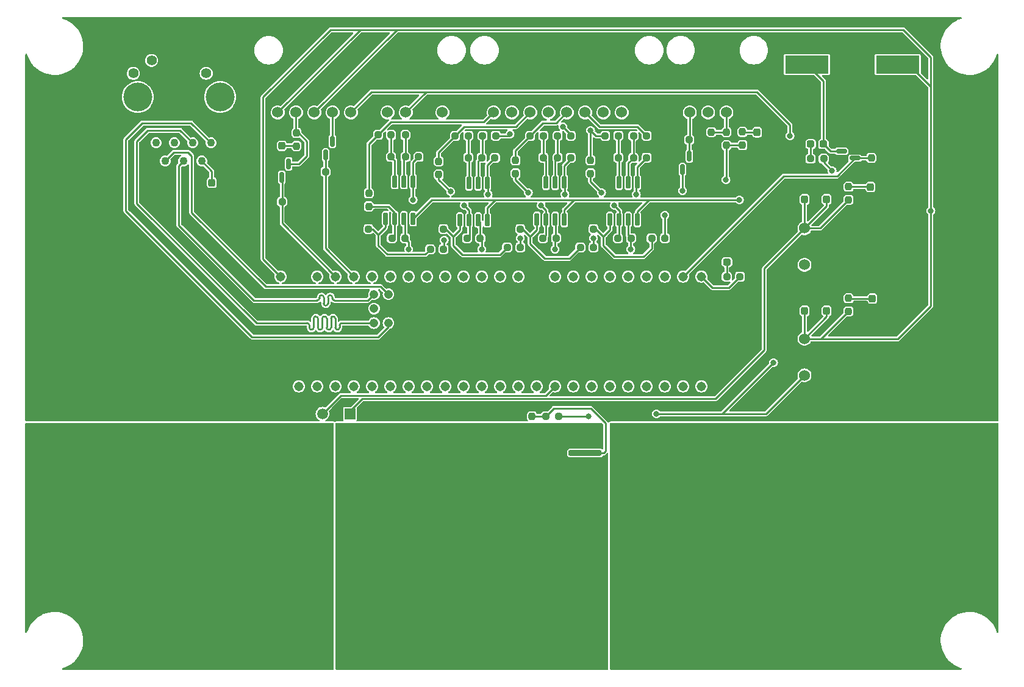
<source format=gbr>
G04 #@! TF.GenerationSoftware,KiCad,Pcbnew,7.0.7*
G04 #@! TF.CreationDate,2023-11-07T18:47:47-06:00*
G04 #@! TF.ProjectId,2024Rev1,32303234-5265-4763-912e-6b696361645f,rev?*
G04 #@! TF.SameCoordinates,Original*
G04 #@! TF.FileFunction,Copper,L1,Top*
G04 #@! TF.FilePolarity,Positive*
%FSLAX46Y46*%
G04 Gerber Fmt 4.6, Leading zero omitted, Abs format (unit mm)*
G04 Created by KiCad (PCBNEW 7.0.7) date 2023-11-07 18:47:47*
%MOMM*%
%LPD*%
G01*
G04 APERTURE LIST*
G04 Aperture macros list*
%AMRoundRect*
0 Rectangle with rounded corners*
0 $1 Rounding radius*
0 $2 $3 $4 $5 $6 $7 $8 $9 X,Y pos of 4 corners*
0 Add a 4 corners polygon primitive as box body*
4,1,4,$2,$3,$4,$5,$6,$7,$8,$9,$2,$3,0*
0 Add four circle primitives for the rounded corners*
1,1,$1+$1,$2,$3*
1,1,$1+$1,$4,$5*
1,1,$1+$1,$6,$7*
1,1,$1+$1,$8,$9*
0 Add four rect primitives between the rounded corners*
20,1,$1+$1,$2,$3,$4,$5,0*
20,1,$1+$1,$4,$5,$6,$7,0*
20,1,$1+$1,$6,$7,$8,$9,0*
20,1,$1+$1,$8,$9,$2,$3,0*%
%AMHorizOval*
0 Thick line with rounded ends*
0 $1 width*
0 $2 $3 position (X,Y) of the first rounded end (center of the circle)*
0 $4 $5 position (X,Y) of the second rounded end (center of the circle)*
0 Add line between two ends*
20,1,$1,$2,$3,$4,$5,0*
0 Add two circle primitives to create the rounded ends*
1,1,$1,$2,$3*
1,1,$1,$4,$5*%
G04 Aperture macros list end*
G04 #@! TA.AperFunction,SMDPad,CuDef*
%ADD10RoundRect,0.237500X-0.237500X0.250000X-0.237500X-0.250000X0.237500X-0.250000X0.237500X0.250000X0*%
G04 #@! TD*
G04 #@! TA.AperFunction,SMDPad,CuDef*
%ADD11RoundRect,0.150000X-0.150000X0.725000X-0.150000X-0.725000X0.150000X-0.725000X0.150000X0.725000X0*%
G04 #@! TD*
G04 #@! TA.AperFunction,SMDPad,CuDef*
%ADD12RoundRect,0.237500X0.250000X0.237500X-0.250000X0.237500X-0.250000X-0.237500X0.250000X-0.237500X0*%
G04 #@! TD*
G04 #@! TA.AperFunction,SMDPad,CuDef*
%ADD13RoundRect,0.150000X0.587500X0.150000X-0.587500X0.150000X-0.587500X-0.150000X0.587500X-0.150000X0*%
G04 #@! TD*
G04 #@! TA.AperFunction,SMDPad,CuDef*
%ADD14R,6.000000X2.500000*%
G04 #@! TD*
G04 #@! TA.AperFunction,SMDPad,CuDef*
%ADD15RoundRect,0.237500X-0.250000X-0.237500X0.250000X-0.237500X0.250000X0.237500X-0.250000X0.237500X0*%
G04 #@! TD*
G04 #@! TA.AperFunction,SMDPad,CuDef*
%ADD16RoundRect,0.237500X0.237500X-0.250000X0.237500X0.250000X-0.237500X0.250000X-0.237500X-0.250000X0*%
G04 #@! TD*
G04 #@! TA.AperFunction,SMDPad,CuDef*
%ADD17RoundRect,0.237500X0.287500X0.237500X-0.287500X0.237500X-0.287500X-0.237500X0.287500X-0.237500X0*%
G04 #@! TD*
G04 #@! TA.AperFunction,ComponentPad*
%ADD18R,1.600000X1.600000*%
G04 #@! TD*
G04 #@! TA.AperFunction,ComponentPad*
%ADD19C,1.600000*%
G04 #@! TD*
G04 #@! TA.AperFunction,SMDPad,CuDef*
%ADD20RoundRect,0.237500X0.237500X-0.300000X0.237500X0.300000X-0.237500X0.300000X-0.237500X-0.300000X0*%
G04 #@! TD*
G04 #@! TA.AperFunction,ComponentPad*
%ADD21C,1.524000*%
G04 #@! TD*
G04 #@! TA.AperFunction,ComponentPad*
%ADD22C,18.288000*%
G04 #@! TD*
G04 #@! TA.AperFunction,SMDPad,CuDef*
%ADD23RoundRect,0.200000X-2.100000X-0.200000X2.100000X-0.200000X2.100000X0.200000X-2.100000X0.200000X0*%
G04 #@! TD*
G04 #@! TA.AperFunction,SMDPad,CuDef*
%ADD24RoundRect,0.250000X-2.025000X-2.375000X2.025000X-2.375000X2.025000X2.375000X-2.025000X2.375000X0*%
G04 #@! TD*
G04 #@! TA.AperFunction,SMDPad,CuDef*
%ADD25RoundRect,0.250002X-4.449998X-5.149998X4.449998X-5.149998X4.449998X5.149998X-4.449998X5.149998X0*%
G04 #@! TD*
G04 #@! TA.AperFunction,SMDPad,CuDef*
%ADD26RoundRect,0.237500X0.237500X-0.287500X0.237500X0.287500X-0.237500X0.287500X-0.237500X-0.287500X0*%
G04 #@! TD*
G04 #@! TA.AperFunction,SMDPad,CuDef*
%ADD27RoundRect,0.237500X-0.237500X0.287500X-0.237500X-0.287500X0.237500X-0.287500X0.237500X0.287500X0*%
G04 #@! TD*
G04 #@! TA.AperFunction,ComponentPad*
%ADD28C,1.100000*%
G04 #@! TD*
G04 #@! TA.AperFunction,ComponentPad*
%ADD29C,1.400000*%
G04 #@! TD*
G04 #@! TA.AperFunction,ComponentPad*
%ADD30C,4.000000*%
G04 #@! TD*
G04 #@! TA.AperFunction,ComponentPad*
%ADD31C,2.000000*%
G04 #@! TD*
G04 #@! TA.AperFunction,SMDPad,CuDef*
%ADD32RoundRect,0.150000X0.150000X-0.587500X0.150000X0.587500X-0.150000X0.587500X-0.150000X-0.587500X0*%
G04 #@! TD*
G04 #@! TA.AperFunction,SMDPad,CuDef*
%ADD33RoundRect,0.237500X-0.237500X0.300000X-0.237500X-0.300000X0.237500X-0.300000X0.237500X0.300000X0*%
G04 #@! TD*
G04 #@! TA.AperFunction,SMDPad,CuDef*
%ADD34RoundRect,0.150000X-0.150000X0.587500X-0.150000X-0.587500X0.150000X-0.587500X0.150000X0.587500X0*%
G04 #@! TD*
G04 #@! TA.AperFunction,ComponentPad*
%ADD35R,1.500000X1.500000*%
G04 #@! TD*
G04 #@! TA.AperFunction,ComponentPad*
%ADD36C,1.500000*%
G04 #@! TD*
G04 #@! TA.AperFunction,ComponentPad*
%ADD37HorizOval,0.800000X0.000000X0.000000X0.000000X0.000000X0*%
G04 #@! TD*
G04 #@! TA.AperFunction,ComponentPad*
%ADD38HorizOval,0.800000X0.000000X0.000000X0.000000X0.000000X0*%
G04 #@! TD*
G04 #@! TA.AperFunction,ComponentPad*
%ADD39C,0.800000*%
G04 #@! TD*
G04 #@! TA.AperFunction,ComponentPad*
%ADD40O,9.000000X6.000000*%
G04 #@! TD*
G04 #@! TA.AperFunction,ComponentPad*
%ADD41C,1.308000*%
G04 #@! TD*
G04 #@! TA.AperFunction,ComponentPad*
%ADD42C,1.208000*%
G04 #@! TD*
G04 #@! TA.AperFunction,ViaPad*
%ADD43C,0.800000*%
G04 #@! TD*
G04 #@! TA.AperFunction,Conductor*
%ADD44C,0.254000*%
G04 #@! TD*
G04 APERTURE END LIST*
D10*
X173736000Y-56745500D03*
X173736000Y-58570500D03*
D11*
X159408500Y-59875500D03*
X158138500Y-59875500D03*
X156868500Y-59875500D03*
X155598500Y-59875500D03*
X155598500Y-65025500D03*
X156868500Y-65025500D03*
X158138500Y-65025500D03*
X159408500Y-65025500D03*
D10*
X212725000Y-54586500D03*
X212725000Y-56411500D03*
D12*
X174140500Y-68834000D03*
X172315500Y-68834000D03*
D13*
X210440500Y-56449000D03*
X210440500Y-54549000D03*
X208565500Y-55499000D03*
D14*
X216358000Y-43434000D03*
X203758000Y-43434000D03*
D15*
X158623000Y-56388000D03*
X160448000Y-56388000D03*
D11*
X149098000Y-59690000D03*
X147828000Y-59690000D03*
X146558000Y-59690000D03*
X145288000Y-59690000D03*
X145288000Y-64840000D03*
X146558000Y-64840000D03*
X147828000Y-64840000D03*
X149098000Y-64840000D03*
D10*
X142945505Y-61317500D03*
X142945505Y-63142500D03*
D15*
X169164000Y-56388000D03*
X170989000Y-56388000D03*
D16*
X192588495Y-54657000D03*
X192588495Y-52832000D03*
X165608000Y-94130500D03*
X165608000Y-92305500D03*
D17*
X194423000Y-70866000D03*
X192673000Y-70866000D03*
D18*
X153797000Y-94173113D03*
D19*
X153797000Y-92173113D03*
D20*
X206502000Y-77671000D03*
X206502000Y-75946000D03*
D15*
X146153500Y-67564000D03*
X147978500Y-67564000D03*
D21*
X203427500Y-71261500D03*
X203427500Y-68721500D03*
X203427500Y-66181500D03*
D15*
X192635500Y-72898000D03*
X194460500Y-72898000D03*
D22*
X107696000Y-106680000D03*
D23*
X172974000Y-97390000D03*
X172974000Y-98660000D03*
X172974000Y-99930000D03*
D24*
X179699000Y-98425000D03*
X179699000Y-103975000D03*
D25*
X182124000Y-101200000D03*
D24*
X184549000Y-98425000D03*
X184549000Y-103975000D03*
D23*
X172974000Y-102470000D03*
X172974000Y-103740000D03*
X172974000Y-105010000D03*
D12*
X138758995Y-58341500D03*
X136933995Y-58341500D03*
D20*
X203454000Y-62177000D03*
X203454000Y-60452000D03*
D11*
X180213000Y-59805500D03*
X178943000Y-59805500D03*
X177673000Y-59805500D03*
X176403000Y-59805500D03*
X176403000Y-64955500D03*
X177673000Y-64955500D03*
X178943000Y-64955500D03*
X180213000Y-64955500D03*
X170100000Y-59805500D03*
X168830000Y-59805500D03*
X167560000Y-59805500D03*
X166290000Y-59805500D03*
X166290000Y-64955500D03*
X167560000Y-64955500D03*
X168830000Y-64955500D03*
X170100000Y-64955500D03*
D15*
X172315500Y-66294000D03*
X174140500Y-66294000D03*
X204272500Y-56515000D03*
X206097500Y-56515000D03*
D12*
X132738500Y-62484000D03*
X130913500Y-62484000D03*
D26*
X212852000Y-77683500D03*
X212852000Y-75933500D03*
D27*
X130866495Y-52973000D03*
X130866495Y-54723000D03*
D28*
X121031000Y-54304500D03*
X119761000Y-56844500D03*
X118491000Y-54304500D03*
X117221000Y-56844500D03*
X115951000Y-54304500D03*
X114681000Y-56844500D03*
X113411000Y-54304500D03*
X112141000Y-56844500D03*
D29*
X122911000Y-42874500D03*
X120371000Y-44664500D03*
X112801000Y-42874500D03*
X110261000Y-44664500D03*
D30*
X122301000Y-47954500D03*
X110871000Y-47954500D03*
D31*
X124461000Y-51004500D03*
X108711000Y-51004500D03*
D15*
X165354000Y-53340000D03*
X167179000Y-53340000D03*
D26*
X212598000Y-62189500D03*
X212598000Y-60439500D03*
D21*
X203425500Y-86614000D03*
X203425500Y-84074000D03*
X203425500Y-81534000D03*
D15*
X162155500Y-66294000D03*
X163980500Y-66294000D03*
D12*
X170989000Y-53340000D03*
X169164000Y-53340000D03*
D15*
X148025505Y-56272500D03*
X149850505Y-56272500D03*
D10*
X209550000Y-75896000D03*
X209550000Y-77721000D03*
D15*
X156591000Y-67564000D03*
X158416000Y-67564000D03*
D12*
X149850505Y-53224500D03*
X148025505Y-53224500D03*
D21*
X130302000Y-50084000D03*
X132842000Y-50084000D03*
X135382000Y-50084000D03*
X137922000Y-50084000D03*
X140462000Y-50084000D03*
X143002000Y-50084000D03*
X145542000Y-50084000D03*
X148082000Y-50084000D03*
X150622000Y-50084000D03*
X153162000Y-50084000D03*
D15*
X144215505Y-56272500D03*
X146040505Y-56272500D03*
D20*
X203452000Y-77671000D03*
X203452000Y-75946000D03*
D22*
X217932000Y-106172000D03*
D32*
X136962495Y-55977000D03*
X138862495Y-55977000D03*
X137912495Y-54102000D03*
D12*
X184046500Y-67564000D03*
X182221500Y-67564000D03*
D15*
X165354000Y-56388000D03*
X167179000Y-56388000D03*
D10*
X190500000Y-52832000D03*
X190500000Y-54657000D03*
D26*
X196850000Y-54596000D03*
X196850000Y-52846000D03*
D16*
X132898495Y-54760500D03*
X132898495Y-52935500D03*
D18*
X160782000Y-94202000D03*
D19*
X160782000Y-92202000D03*
D10*
X209550000Y-60402000D03*
X209550000Y-62227000D03*
D33*
X121158000Y-59843500D03*
X121158000Y-61568500D03*
D34*
X187452000Y-56134000D03*
X185552000Y-56134000D03*
X186502000Y-58009000D03*
D12*
X153312500Y-69088000D03*
X151487500Y-69088000D03*
D15*
X154940000Y-53340000D03*
X156765000Y-53340000D03*
D12*
X163980500Y-68834000D03*
X162155500Y-68834000D03*
D20*
X206502000Y-62177000D03*
X206502000Y-60452000D03*
D10*
X194818000Y-52808500D03*
X194818000Y-54633500D03*
X152654000Y-56896000D03*
X152654000Y-58721000D03*
D15*
X175768000Y-53340000D03*
X177593000Y-53340000D03*
X167132000Y-67564000D03*
X168957000Y-67564000D03*
X167489500Y-92329000D03*
X169314500Y-92329000D03*
X144215505Y-53224500D03*
X146040505Y-53224500D03*
X151487500Y-66294000D03*
X153312500Y-66294000D03*
D12*
X187428500Y-53874500D03*
X185603500Y-53874500D03*
D21*
X160274000Y-50084000D03*
X162814000Y-50084000D03*
X165354000Y-50084000D03*
X167894000Y-50084000D03*
X170434000Y-50084000D03*
X172974000Y-50084000D03*
X175514000Y-50084000D03*
X178054000Y-50084000D03*
X180594000Y-50084000D03*
D15*
X177546000Y-67564000D03*
X179371000Y-67564000D03*
D35*
X140330000Y-91948000D03*
D36*
X138420000Y-91948000D03*
X136510000Y-91948000D03*
D37*
X137370000Y-113978000D03*
D38*
X137370000Y-112718000D03*
D39*
X136620000Y-115008000D03*
X136620000Y-111688000D03*
X135420000Y-115398000D03*
X135420000Y-111298000D03*
X134090000Y-115398000D03*
X134090000Y-111298000D03*
D40*
X133420000Y-113348000D03*
D39*
X132750000Y-115398000D03*
X132750000Y-111298000D03*
X131420000Y-115398000D03*
X131420000Y-111298000D03*
X130220000Y-115008000D03*
X130220000Y-111688000D03*
X129470000Y-113978000D03*
X129470000Y-112718000D03*
X147370000Y-113978000D03*
X147370000Y-112718000D03*
X146620000Y-115008000D03*
X146620000Y-111688000D03*
X145420000Y-115398000D03*
X145420000Y-111298000D03*
X144090000Y-115398000D03*
X144090000Y-111298000D03*
D40*
X143420000Y-113348000D03*
D39*
X142750000Y-115398000D03*
X142750000Y-111298000D03*
X141420000Y-115398000D03*
X141420000Y-111298000D03*
X140220000Y-115008000D03*
X140220000Y-111688000D03*
D38*
X139470000Y-113978000D03*
D37*
X139470000Y-112718000D03*
D10*
X163322000Y-56745500D03*
X163322000Y-58570500D03*
D15*
X154940000Y-56388000D03*
X156765000Y-56388000D03*
D21*
X187508495Y-50084000D03*
X190048495Y-50084000D03*
X192588495Y-50084000D03*
X195128495Y-50084000D03*
D17*
X206060000Y-54483000D03*
X204310000Y-54483000D03*
D12*
X181506500Y-53340000D03*
X179681500Y-53340000D03*
X160575000Y-53340000D03*
X158750000Y-53340000D03*
D22*
X107696000Y-78486000D03*
D15*
X179681500Y-56388000D03*
X181506500Y-56388000D03*
X175768000Y-56388000D03*
X177593000Y-56388000D03*
D41*
X133237000Y-88138000D03*
X135777000Y-88138000D03*
X138317000Y-88138000D03*
X140857000Y-88138000D03*
X166257000Y-88138000D03*
X135777000Y-72898000D03*
X143397000Y-88138000D03*
X145937000Y-88138000D03*
X148477000Y-88138000D03*
X151017000Y-88138000D03*
X153557000Y-88138000D03*
X156097000Y-88138000D03*
X158637000Y-88138000D03*
X161177000Y-88138000D03*
X163717000Y-88138000D03*
X163717000Y-72898000D03*
X161177000Y-72898000D03*
X158637000Y-72898000D03*
X156097000Y-72898000D03*
X153557000Y-72898000D03*
X151017000Y-72898000D03*
X148477000Y-72898000D03*
X145937000Y-72898000D03*
X143397000Y-72898000D03*
X140857000Y-72898000D03*
X138317000Y-72898000D03*
X168797000Y-88138000D03*
X171337000Y-88138000D03*
X173877000Y-88138000D03*
X176417000Y-88138000D03*
X178957000Y-88138000D03*
X181497000Y-88138000D03*
X184037000Y-88138000D03*
X186577000Y-88138000D03*
X189117000Y-88138000D03*
X189117000Y-72898000D03*
X186577000Y-72898000D03*
X184037000Y-72898000D03*
X181497000Y-72898000D03*
X178957000Y-72898000D03*
X176417000Y-72898000D03*
X173877000Y-72898000D03*
X171337000Y-72898000D03*
X168797000Y-72898000D03*
X130697000Y-88138000D03*
X166257000Y-72898000D03*
X133237000Y-72898000D03*
D42*
X145667000Y-77348000D03*
X143667000Y-77348000D03*
X143667000Y-75348000D03*
X145667000Y-75348000D03*
X145667000Y-79348000D03*
X143667000Y-79348000D03*
D41*
X130697000Y-72898000D03*
D15*
X141073500Y-66294000D03*
X142898500Y-66294000D03*
D32*
X130876000Y-59103500D03*
X132776000Y-59103500D03*
X131826000Y-57228500D03*
D43*
X207264000Y-58166000D03*
X220980000Y-63754000D03*
X158242000Y-61468000D03*
X168910000Y-61468000D03*
X178562000Y-63246000D03*
X168910000Y-63246000D03*
X178562000Y-61468000D03*
X147320000Y-62230000D03*
X120904000Y-68072000D03*
X158242000Y-63246000D03*
X201422000Y-53340000D03*
X203200000Y-101600000D03*
X193040000Y-116840000D03*
X193040000Y-111760000D03*
X182880000Y-121920000D03*
X182880000Y-111760000D03*
X185420000Y-99822000D03*
X187960000Y-111760000D03*
X203200000Y-111760000D03*
X208280000Y-121920000D03*
X198120000Y-106680000D03*
X228600000Y-116840000D03*
X218440000Y-121920000D03*
X192532000Y-59436000D03*
X182118000Y-97028000D03*
X185420000Y-105156000D03*
X213360000Y-121920000D03*
X182880000Y-116840000D03*
X182118000Y-99822000D03*
X208280000Y-96520000D03*
X203200000Y-106680000D03*
X193040000Y-121920000D03*
X193040000Y-101600000D03*
X203200000Y-116840000D03*
X198120000Y-101600000D03*
X198120000Y-96520000D03*
X198120000Y-111760000D03*
X178816000Y-97028000D03*
X185420000Y-102362000D03*
X203200000Y-96520000D03*
X178816000Y-99822000D03*
X182118000Y-105156000D03*
X198120000Y-121920000D03*
X182118000Y-102362000D03*
X208280000Y-116840000D03*
X193040000Y-96520000D03*
X198120000Y-116840000D03*
X228600000Y-96520000D03*
X187960000Y-116840000D03*
X203200000Y-121920000D03*
X193040000Y-106680000D03*
X187960000Y-121920000D03*
X178816000Y-105156000D03*
X185420000Y-97028000D03*
X178816000Y-102362000D03*
X184046500Y-64365500D03*
X173736000Y-52578000D03*
X163980500Y-67564000D03*
X169903000Y-52093000D03*
X162560000Y-53086000D03*
X153416000Y-67818000D03*
X179324000Y-69088000D03*
X180086000Y-61468000D03*
X121920000Y-111760000D03*
X111760000Y-121920000D03*
X96520000Y-96520000D03*
X116840000Y-96520000D03*
X137160000Y-106680000D03*
X132080000Y-121920000D03*
X132080000Y-101600000D03*
X127000000Y-121920000D03*
X132080000Y-106680000D03*
X116840000Y-121920000D03*
X127000000Y-111760000D03*
X132080000Y-96520000D03*
X127000000Y-116840000D03*
X96520000Y-116840000D03*
X121920000Y-121920000D03*
X106680000Y-121920000D03*
X121920000Y-96520000D03*
X121920000Y-101600000D03*
X137160000Y-121920000D03*
X127000000Y-96520000D03*
X127000000Y-106680000D03*
X121920000Y-116840000D03*
X127000000Y-101600000D03*
X137160000Y-96520000D03*
X121920000Y-106680000D03*
X137160000Y-101600000D03*
X116840000Y-116840000D03*
X168797000Y-69088000D03*
X186502000Y-60960000D03*
X173482000Y-92329000D03*
X170180000Y-61468000D03*
X158637000Y-69088000D03*
X177038000Y-62992000D03*
X175260000Y-61214000D03*
X159512000Y-61468000D03*
X148477000Y-69088000D03*
X165100000Y-61214000D03*
X166878000Y-62992000D03*
X149098000Y-62230000D03*
X154305000Y-61087000D03*
X156210000Y-62992000D03*
X152400000Y-116840000D03*
X172974000Y-103759000D03*
X152400000Y-106680000D03*
X147320000Y-101600000D03*
X162560000Y-106680000D03*
X142240000Y-106680000D03*
X152400000Y-121920000D03*
X167640000Y-96520000D03*
X157480000Y-121920000D03*
X162560000Y-101600000D03*
X194396000Y-62230000D03*
X162560000Y-121920000D03*
X172720000Y-116840000D03*
X152400000Y-101600000D03*
X167640000Y-121920000D03*
X172974000Y-98679000D03*
X172974000Y-105029000D03*
X167640000Y-116840000D03*
X172974000Y-99949000D03*
X172720000Y-121920000D03*
X172974000Y-102489000D03*
X152400000Y-111760000D03*
X157480000Y-101600000D03*
X162560000Y-111760000D03*
X147320000Y-96520000D03*
X167640000Y-101600000D03*
X182880000Y-91948000D03*
X172720000Y-111760000D03*
X142240000Y-121920000D03*
X142240000Y-101600000D03*
X167640000Y-106680000D03*
X157480000Y-111760000D03*
X157480000Y-116840000D03*
X157480000Y-106680000D03*
X147320000Y-121920000D03*
X162560000Y-116840000D03*
X142240000Y-96520000D03*
X147320000Y-106680000D03*
X167640000Y-111760000D03*
X199136000Y-84836000D03*
X174140500Y-67564000D03*
D44*
X203425500Y-81534000D02*
X203425500Y-77697500D01*
X128270000Y-47972838D02*
X128270000Y-70471000D01*
X146858000Y-38608000D02*
X147066000Y-38608000D01*
X203425500Y-77697500D02*
X203452000Y-77671000D01*
X220980000Y-46482000D02*
X220980000Y-42418000D01*
X205737000Y-81534000D02*
X209550000Y-77721000D01*
X206097500Y-56999500D02*
X206097500Y-56515000D01*
X147066000Y-38608000D02*
X141778000Y-38608000D01*
X220980000Y-46482000D02*
X217932000Y-43434000D01*
X217932000Y-43434000D02*
X216358000Y-43434000D01*
X220980000Y-63754000D02*
X220980000Y-46482000D01*
X220980000Y-63754000D02*
X220980000Y-76962000D01*
X137634838Y-38608000D02*
X128270000Y-47972838D01*
X220980000Y-42418000D02*
X217170000Y-38608000D01*
X207264000Y-58166000D02*
X206097500Y-56999500D01*
X216408000Y-81534000D02*
X203425500Y-81534000D01*
X217170000Y-38608000D02*
X147066000Y-38608000D01*
X206502000Y-78457500D02*
X206502000Y-77671000D01*
X141778000Y-38608000D02*
X130302000Y-50084000D01*
X220980000Y-76962000D02*
X216408000Y-81534000D01*
X141778000Y-38608000D02*
X137634838Y-38608000D01*
X128270000Y-70471000D02*
X130697000Y-72898000D01*
X203425500Y-81534000D02*
X206502000Y-78457500D01*
X203425500Y-81534000D02*
X205737000Y-81534000D01*
X135382000Y-50084000D02*
X146858000Y-38608000D01*
X142040000Y-89862000D02*
X191062000Y-89862000D01*
X191062000Y-89862000D02*
X197866000Y-83058000D01*
X152146000Y-47244000D02*
X150922000Y-47244000D01*
X140330000Y-91948000D02*
X140330000Y-91572000D01*
X201422000Y-51816000D02*
X196850000Y-47244000D01*
X203427500Y-66181500D02*
X206502000Y-63107000D01*
X197866000Y-71743000D02*
X203427500Y-66181500D01*
X206502000Y-63107000D02*
X206502000Y-62177000D01*
X203427500Y-66181500D02*
X205595500Y-66181500D01*
X152146000Y-47244000D02*
X143302000Y-47244000D01*
X143302000Y-47244000D02*
X140462000Y-50084000D01*
X140330000Y-91572000D02*
X142040000Y-89862000D01*
X201422000Y-53340000D02*
X201422000Y-51816000D01*
X203427500Y-62203500D02*
X203454000Y-62177000D01*
X203427500Y-66181500D02*
X203427500Y-62203500D01*
X205595500Y-66181500D02*
X209550000Y-62227000D01*
X150922000Y-47244000D02*
X148082000Y-50084000D01*
X196850000Y-47244000D02*
X152146000Y-47244000D01*
X197866000Y-83058000D02*
X197866000Y-71743000D01*
X121158000Y-58241500D02*
X121158000Y-59843500D01*
X119761000Y-56844500D02*
X121158000Y-58241500D01*
X206060000Y-54483000D02*
X206060000Y-45736000D01*
X207076000Y-55499000D02*
X206060000Y-54483000D01*
X206060000Y-45736000D02*
X203758000Y-43434000D01*
X208565500Y-55499000D02*
X207076000Y-55499000D01*
X132898495Y-52935500D02*
X132842000Y-52879005D01*
X134366000Y-54102000D02*
X133199500Y-52935500D01*
X134366000Y-56134000D02*
X134366000Y-54102000D01*
X133271500Y-57228500D02*
X134366000Y-56134000D01*
X132842000Y-52879005D02*
X132842000Y-50084000D01*
X133199500Y-52935500D02*
X132898495Y-52935500D01*
X131826000Y-57228500D02*
X133271500Y-57228500D01*
X137922000Y-54092495D02*
X137922000Y-50084000D01*
X137912495Y-54102000D02*
X137922000Y-54092495D01*
X194818000Y-54633500D02*
X192611995Y-54633500D01*
X192588495Y-59379505D02*
X192532000Y-59436000D01*
X192611995Y-54633500D02*
X192588495Y-54657000D01*
X192588495Y-54657000D02*
X192588495Y-59379505D01*
X187428500Y-53874500D02*
X187508495Y-53794505D01*
X187452000Y-53898000D02*
X187428500Y-53874500D01*
X187452000Y-56134000D02*
X187452000Y-53898000D01*
X187508495Y-53794505D02*
X187508495Y-50084000D01*
X184046500Y-64365500D02*
X184046500Y-67564000D01*
X173736000Y-52578000D02*
X174498000Y-53340000D01*
X174498000Y-53340000D02*
X175768000Y-53340000D01*
X173736000Y-52578000D02*
X173736000Y-56745500D01*
X165354000Y-53340000D02*
X167132000Y-51562000D01*
X163322000Y-55372000D02*
X165354000Y-53340000D01*
X163322000Y-56745500D02*
X163322000Y-55372000D01*
X168956000Y-51562000D02*
X170434000Y-50084000D01*
X167132000Y-51562000D02*
X168956000Y-51562000D01*
X169903000Y-52093000D02*
X170989000Y-53179000D01*
X170989000Y-53179000D02*
X170989000Y-53340000D01*
X163980500Y-67564000D02*
X163980500Y-68834000D01*
X163368000Y-52070000D02*
X165354000Y-50084000D01*
X154940000Y-53340000D02*
X156210000Y-52070000D01*
X156210000Y-52070000D02*
X163368000Y-52070000D01*
X152654000Y-55626000D02*
X154940000Y-53340000D01*
X152654000Y-56896000D02*
X152654000Y-55626000D01*
X153416000Y-67818000D02*
X153416000Y-68984500D01*
X162306000Y-53340000D02*
X160575000Y-53340000D01*
X162560000Y-53086000D02*
X162306000Y-53340000D01*
X153416000Y-68984500D02*
X153312500Y-69088000D01*
X146005005Y-51435000D02*
X158923000Y-51435000D01*
X144215505Y-53224500D02*
X146005005Y-51435000D01*
X142945505Y-61317500D02*
X142945505Y-54494500D01*
X158923000Y-51435000D02*
X160274000Y-50084000D01*
X142945505Y-54494500D02*
X144215505Y-53224500D01*
X118288500Y-51562000D02*
X111506000Y-51562000D01*
X126746000Y-81280000D02*
X144272000Y-81280000D01*
X144272000Y-81280000D02*
X145667000Y-79885000D01*
X109220000Y-63754000D02*
X126746000Y-81280000D01*
X111506000Y-51562000D02*
X109220000Y-53848000D01*
X109220000Y-53848000D02*
X109220000Y-63754000D01*
X145667000Y-79885000D02*
X145667000Y-79348000D01*
X121031000Y-54304500D02*
X118288500Y-51562000D01*
X138892000Y-79648000D02*
X138892000Y-79985665D01*
X135892000Y-79348000D02*
X135892000Y-78710347D01*
X136492000Y-78710347D02*
X136492000Y-79348000D01*
X136492000Y-79348000D02*
X136492000Y-79985653D01*
X110744000Y-54102000D02*
X112268000Y-52578000D01*
X137692000Y-78710335D02*
X137692000Y-79348000D01*
X112268000Y-52578000D02*
X116764500Y-52578000D01*
X134392000Y-79348000D02*
X127354000Y-79348000D01*
X137092000Y-79348000D02*
X137092000Y-78710347D01*
X138292000Y-79648000D02*
X138292000Y-78710335D01*
X135292000Y-78710347D02*
X135292000Y-79348000D01*
X137092000Y-79985665D02*
X137092000Y-79348000D01*
X135292000Y-79348000D02*
X135292000Y-79985650D01*
X116764500Y-52578000D02*
X118491000Y-54304500D01*
X143667000Y-79348000D02*
X139192000Y-79348000D01*
X135892000Y-79985653D02*
X135892000Y-79348000D01*
X110744000Y-62738000D02*
X110744000Y-54102000D01*
X138292000Y-79985665D02*
X138292000Y-79648000D01*
X134692000Y-79985650D02*
X134692000Y-79648000D01*
X137692000Y-79348000D02*
X137692000Y-79985665D01*
X127354000Y-79348000D02*
X110744000Y-62738000D01*
X137992000Y-78410300D02*
G75*
G03*
X137692000Y-78710335I0J-300000D01*
G01*
X136192000Y-80285700D02*
G75*
G03*
X136492000Y-79985653I0J300000D01*
G01*
X135892047Y-79985653D02*
G75*
G03*
X136192000Y-80285653I299953J-47D01*
G01*
X135592000Y-78410300D02*
G75*
G03*
X135292000Y-78710347I0J-300000D01*
G01*
X137091953Y-78710347D02*
G75*
G03*
X136792000Y-78410347I-299953J47D01*
G01*
X137392000Y-80285700D02*
G75*
G03*
X137692000Y-79985665I0J300000D01*
G01*
X134992000Y-80285600D02*
G75*
G03*
X135292000Y-79985650I0J300000D01*
G01*
X134691950Y-79985650D02*
G75*
G03*
X134992000Y-80285650I300050J50D01*
G01*
X135891953Y-78710347D02*
G75*
G03*
X135592000Y-78410347I-299953J47D01*
G01*
X136792000Y-78410300D02*
G75*
G03*
X136492000Y-78710347I0J-300000D01*
G01*
X138291965Y-78710335D02*
G75*
G03*
X137992000Y-78410335I-299965J35D01*
G01*
X138592000Y-80285700D02*
G75*
G03*
X138892000Y-79985665I0J300000D01*
G01*
X137092035Y-79985665D02*
G75*
G03*
X137392000Y-80285665I299965J-35D01*
G01*
X138292035Y-79985665D02*
G75*
G03*
X138592000Y-80285665I299965J-35D01*
G01*
X134692000Y-79648000D02*
G75*
G03*
X134392000Y-79348000I-300000J0D01*
G01*
X139192000Y-79348000D02*
G75*
G03*
X138892000Y-79648000I0J-300000D01*
G01*
X136676000Y-76625053D02*
X136676000Y-76200000D01*
X136076000Y-75774949D02*
X136076000Y-75900000D01*
X136676000Y-76200000D02*
X136676000Y-75774949D01*
X143667000Y-75348000D02*
X142815000Y-76200000D01*
X137276000Y-75774947D02*
X137276000Y-75900000D01*
X137876000Y-75900000D02*
X137876000Y-75774947D01*
X127000000Y-76200000D02*
X116586000Y-65786000D01*
X135776000Y-76200000D02*
X128783631Y-76200000D01*
X128783631Y-76200000D02*
X127000000Y-76200000D01*
X137276000Y-75900000D02*
X137276000Y-76625053D01*
X116586000Y-65786000D02*
X116586000Y-57479500D01*
X116586000Y-57479500D02*
X117221000Y-56844500D01*
X142815000Y-76200000D02*
X138176000Y-76200000D01*
X135776000Y-76200000D02*
G75*
G03*
X136076000Y-75900000I0J300000D01*
G01*
X136976000Y-76925100D02*
G75*
G03*
X137276000Y-76625053I0J300000D01*
G01*
X136376000Y-75474900D02*
G75*
G03*
X136076000Y-75774949I0J-300000D01*
G01*
X137875953Y-75774947D02*
G75*
G03*
X137576000Y-75474947I-299953J47D01*
G01*
X137576000Y-75474900D02*
G75*
G03*
X137276000Y-75774947I0J-300000D01*
G01*
X136675951Y-75774949D02*
G75*
G03*
X136376000Y-75474949I-299951J49D01*
G01*
X136676047Y-76625053D02*
G75*
G03*
X136976000Y-76925053I299953J-47D01*
G01*
X137876000Y-75900000D02*
G75*
G03*
X138176000Y-76200000I300000J0D01*
G01*
X118364000Y-64008000D02*
X128651000Y-74295000D01*
X144614000Y-74295000D02*
X145667000Y-75348000D01*
X117856000Y-55626000D02*
X118364000Y-56134000D01*
X114681000Y-56844500D02*
X115899500Y-55626000D01*
X118364000Y-56134000D02*
X118364000Y-64008000D01*
X128651000Y-74295000D02*
X144614000Y-74295000D01*
X115899500Y-55626000D02*
X117856000Y-55626000D01*
X192588495Y-52832000D02*
X190500000Y-52832000D01*
X192588495Y-50084000D02*
X192588495Y-52832000D01*
X130866495Y-54723000D02*
X132860995Y-54723000D01*
X132860995Y-54723000D02*
X132898495Y-54760500D01*
X204272500Y-56515000D02*
X204272500Y-54520500D01*
X204272500Y-54520500D02*
X204310000Y-54483000D01*
X192635500Y-72898000D02*
X192635500Y-70903500D01*
X192635500Y-70903500D02*
X192673000Y-70866000D01*
X196850000Y-52846000D02*
X194855500Y-52846000D01*
X194855500Y-52846000D02*
X194818000Y-52808500D01*
X179324000Y-69088000D02*
X179324000Y-67611000D01*
X178943000Y-67136000D02*
X179371000Y-67564000D01*
X179324000Y-67611000D02*
X179371000Y-67564000D01*
X178943000Y-64955500D02*
X178943000Y-67136000D01*
X212852000Y-75933500D02*
X209587500Y-75933500D01*
X209587500Y-75933500D02*
X209550000Y-75896000D01*
X209550000Y-60402000D02*
X212560500Y-60402000D01*
X212560500Y-60402000D02*
X212598000Y-60439500D01*
X180086000Y-59932500D02*
X180213000Y-59805500D01*
X180213000Y-57681500D02*
X181506500Y-56388000D01*
X180213000Y-59805500D02*
X180213000Y-57681500D01*
X180086000Y-61468000D02*
X180086000Y-59932500D01*
X130913500Y-62484000D02*
X130913500Y-59141000D01*
X130913500Y-65494500D02*
X138317000Y-72898000D01*
X130913500Y-62484000D02*
X130913500Y-65494500D01*
X130913500Y-59141000D02*
X130876000Y-59103500D01*
X168910000Y-67517000D02*
X168910000Y-65035500D01*
X168957000Y-67564000D02*
X168910000Y-67517000D01*
X168797000Y-67724000D02*
X168957000Y-67564000D01*
X168797000Y-69088000D02*
X168797000Y-67724000D01*
X168910000Y-65035500D02*
X168830000Y-64955500D01*
X136933995Y-68974995D02*
X136933995Y-58341500D01*
X136933995Y-58341500D02*
X136933995Y-56005500D01*
X136933995Y-56005500D02*
X136962495Y-55977000D01*
X140857000Y-72898000D02*
X136933995Y-68974995D01*
X186502000Y-60960000D02*
X186502000Y-58009000D01*
X173482000Y-92329000D02*
X169314500Y-92329000D01*
X168597500Y-91221000D02*
X167489500Y-92329000D01*
X175822000Y-97101000D02*
X175822000Y-93272000D01*
X165631500Y-92329000D02*
X165608000Y-92305500D01*
X172974000Y-97390000D02*
X175533000Y-97390000D01*
X173771000Y-91221000D02*
X168597500Y-91221000D01*
X175533000Y-97390000D02*
X175822000Y-97101000D01*
X167489500Y-92329000D02*
X165631500Y-92329000D01*
X175822000Y-93272000D02*
X173771000Y-91221000D01*
X170180000Y-59885500D02*
X170100000Y-59805500D01*
X170989000Y-56595000D02*
X170989000Y-56388000D01*
X170100000Y-59805500D02*
X170100000Y-57484000D01*
X170180000Y-61468000D02*
X170180000Y-59885500D01*
X170100000Y-57484000D02*
X170989000Y-56595000D01*
X200547000Y-58928000D02*
X207961500Y-58928000D01*
X212725000Y-56411500D02*
X212687500Y-56449000D01*
X212687500Y-56449000D02*
X210440500Y-56449000D01*
X207961500Y-58928000D02*
X210440500Y-56449000D01*
X186577000Y-72898000D02*
X200547000Y-58928000D01*
X182221500Y-68984500D02*
X181102000Y-70104000D01*
X176403000Y-66421000D02*
X176403000Y-64955500D01*
X177038000Y-70104000D02*
X175514000Y-68580000D01*
X175514000Y-68580000D02*
X175514000Y-67310000D01*
X175514000Y-67310000D02*
X174498000Y-66294000D01*
X181102000Y-70104000D02*
X177038000Y-70104000D01*
X175514000Y-67310000D02*
X176403000Y-66421000D01*
X182221500Y-67564000D02*
X182221500Y-68984500D01*
X174498000Y-66294000D02*
X174140500Y-66294000D01*
X158637000Y-69088000D02*
X158637000Y-67785000D01*
X158637000Y-67785000D02*
X158416000Y-67564000D01*
X158416000Y-65303000D02*
X158138500Y-65025500D01*
X158416000Y-67564000D02*
X158416000Y-65303000D01*
X189117000Y-72898000D02*
X190641000Y-74422000D01*
X190641000Y-74422000D02*
X192936500Y-74422000D01*
X192936500Y-74422000D02*
X194460500Y-72898000D01*
X177673000Y-64955500D02*
X177673000Y-67437000D01*
X173736000Y-59690000D02*
X175260000Y-61214000D01*
X177673000Y-67437000D02*
X177546000Y-67564000D01*
X177800000Y-64828500D02*
X177673000Y-64955500D01*
X173736000Y-58570500D02*
X173736000Y-59690000D01*
X177038000Y-62992000D02*
X177800000Y-63754000D01*
X177800000Y-63754000D02*
X177800000Y-64828500D01*
X177593000Y-56388000D02*
X177593000Y-53340000D01*
X177673000Y-59805500D02*
X177673000Y-56468000D01*
X177673000Y-56468000D02*
X177593000Y-56388000D01*
X159512000Y-61468000D02*
X159512000Y-59979000D01*
X159408500Y-59875500D02*
X159408500Y-57427500D01*
X159408500Y-57427500D02*
X160448000Y-56388000D01*
X159512000Y-59979000D02*
X159408500Y-59875500D01*
X178943000Y-59805500D02*
X178943000Y-57126500D01*
X179681500Y-56388000D02*
X179681500Y-53340000D01*
X178943000Y-57126500D02*
X179681500Y-56388000D01*
X170791500Y-70358000D02*
X167386000Y-70358000D01*
X166290000Y-66374000D02*
X166290000Y-64955500D01*
X165354000Y-68326000D02*
X165354000Y-67310000D01*
X165354000Y-67310000D02*
X164338000Y-66294000D01*
X167386000Y-70358000D02*
X165354000Y-68326000D01*
X165354000Y-67310000D02*
X166290000Y-66374000D01*
X164338000Y-66294000D02*
X163980500Y-66294000D01*
X172315500Y-68834000D02*
X170791500Y-70358000D01*
X148477000Y-68062500D02*
X147978500Y-67564000D01*
X148477000Y-69088000D02*
X148477000Y-68062500D01*
X147978500Y-67564000D02*
X147978500Y-64990500D01*
X147978500Y-64990500D02*
X147828000Y-64840000D01*
X167560000Y-63674000D02*
X167560000Y-64955500D01*
X167132000Y-67564000D02*
X167560000Y-67136000D01*
X167560000Y-67136000D02*
X167560000Y-64955500D01*
X163322000Y-58570500D02*
X163322000Y-59436000D01*
X163322000Y-59436000D02*
X165100000Y-61214000D01*
X166878000Y-62992000D02*
X167560000Y-63674000D01*
X167560000Y-59805500D02*
X167560000Y-56769000D01*
X167179000Y-56388000D02*
X167179000Y-53340000D01*
X167560000Y-56769000D02*
X167179000Y-56388000D01*
X149098000Y-57025005D02*
X149850505Y-56272500D01*
X149098000Y-62230000D02*
X149098000Y-59690000D01*
X149098000Y-59690000D02*
X149098000Y-57025005D01*
X168830000Y-56722000D02*
X169164000Y-56388000D01*
X169164000Y-53340000D02*
X169164000Y-56388000D01*
X168830000Y-59805500D02*
X168830000Y-56722000D01*
X154686000Y-67310000D02*
X155598500Y-66397500D01*
X162155500Y-68834000D02*
X161139500Y-69850000D01*
X154686000Y-67310000D02*
X153670000Y-66294000D01*
X154686000Y-68580000D02*
X154686000Y-67310000D01*
X161139500Y-69850000D02*
X155956000Y-69850000D01*
X155956000Y-69850000D02*
X154686000Y-68580000D01*
X153670000Y-66294000D02*
X153312500Y-66294000D01*
X155598500Y-66397500D02*
X155598500Y-65025500D01*
X152654000Y-59436000D02*
X152654000Y-58721000D01*
X154305000Y-61087000D02*
X152654000Y-59436000D01*
X156210000Y-62992000D02*
X156868500Y-63650500D01*
X156972000Y-65129000D02*
X156868500Y-65025500D01*
X156868500Y-63650500D02*
X156868500Y-65025500D01*
X156972000Y-67183000D02*
X156972000Y-65129000D01*
X156591000Y-67564000D02*
X156972000Y-67183000D01*
X156765000Y-53340000D02*
X156765000Y-56388000D01*
X156868500Y-59875500D02*
X156868500Y-56491500D01*
X156868500Y-56491500D02*
X156765000Y-56388000D01*
X158750000Y-53340000D02*
X158750000Y-56261000D01*
X158138500Y-59875500D02*
X158138500Y-56872500D01*
X158750000Y-56261000D02*
X158623000Y-56388000D01*
X158138500Y-56872500D02*
X158623000Y-56388000D01*
X151487500Y-69088000D02*
X150760500Y-69815000D01*
X144272000Y-67056000D02*
X145288000Y-66040000D01*
X145507000Y-69815000D02*
X144272000Y-68580000D01*
X145288000Y-66040000D02*
X145288000Y-64840000D01*
X150760500Y-69815000D02*
X145507000Y-69815000D01*
X144272000Y-67056000D02*
X143510000Y-66294000D01*
X144272000Y-68580000D02*
X144272000Y-67056000D01*
X143510000Y-66294000D02*
X142898500Y-66294000D01*
X146153500Y-67564000D02*
X146558000Y-67159500D01*
X142945505Y-63142500D02*
X145692500Y-63142500D01*
X146558000Y-67159500D02*
X146558000Y-64840000D01*
X145692500Y-63142500D02*
X146558000Y-64008000D01*
X146558000Y-64008000D02*
X146558000Y-64840000D01*
X146558000Y-56789995D02*
X146040505Y-56272500D01*
X146558000Y-59690000D02*
X146558000Y-56789995D01*
X146040505Y-56272500D02*
X146040505Y-53224500D01*
X147828000Y-56470005D02*
X148025505Y-56272500D01*
X147828000Y-59690000D02*
X147828000Y-56470005D01*
X148025505Y-56272500D02*
X148025505Y-53224500D01*
X167527000Y-89408000D02*
X168797000Y-88138000D01*
X136510000Y-91948000D02*
X139050000Y-89408000D01*
X139050000Y-89408000D02*
X167527000Y-89408000D01*
X189892000Y-91948000D02*
X182880000Y-91948000D01*
X181864000Y-62230000D02*
X194396000Y-62230000D01*
X198091500Y-91948000D02*
X203425500Y-86614000D01*
X172974000Y-98679000D02*
X172974000Y-98660000D01*
X157988000Y-62230000D02*
X160528000Y-62230000D01*
X160528000Y-62230000D02*
X167654080Y-62230000D01*
X189892000Y-91948000D02*
X198091500Y-91948000D01*
X159408500Y-63349500D02*
X160528000Y-62230000D01*
X192024000Y-91948000D02*
X189892000Y-91948000D01*
X151708000Y-62230000D02*
X157988000Y-62230000D01*
X167654080Y-62230000D02*
X171450000Y-62230000D01*
X149098000Y-64840000D02*
X151708000Y-62230000D01*
X181864000Y-62230000D02*
X177767080Y-62230000D01*
X159408500Y-65025500D02*
X159408500Y-63349500D01*
X170100000Y-63580000D02*
X171450000Y-62230000D01*
X180213000Y-63881000D02*
X181864000Y-62230000D01*
X171450000Y-62230000D02*
X177767080Y-62230000D01*
X199136000Y-84836000D02*
X192024000Y-91948000D01*
X180213000Y-64955500D02*
X180213000Y-63881000D01*
X170100000Y-64955500D02*
X170100000Y-63580000D01*
X174960000Y-52070000D02*
X172974000Y-50084000D01*
X174140500Y-67564000D02*
X174140500Y-68834000D01*
X180236500Y-52070000D02*
X174960000Y-52070000D01*
X181506500Y-53340000D02*
X180236500Y-52070000D01*
G04 #@! TA.AperFunction,Conductor*
G36*
X175320523Y-93237685D02*
G01*
X175341165Y-93254319D01*
X175458181Y-93371335D01*
X175491666Y-93432658D01*
X175494500Y-93459016D01*
X175494500Y-96752414D01*
X175474815Y-96819453D01*
X175422011Y-96865208D01*
X175352853Y-96875152D01*
X175314205Y-96862899D01*
X175199301Y-96804352D01*
X175105524Y-96789500D01*
X170842482Y-96789500D01*
X170761519Y-96802323D01*
X170748696Y-96804354D01*
X170635658Y-96861950D01*
X170635657Y-96861951D01*
X170635652Y-96861954D01*
X170545954Y-96951652D01*
X170545951Y-96951657D01*
X170488352Y-97064698D01*
X170473500Y-97158475D01*
X170473500Y-97621517D01*
X170477180Y-97644749D01*
X170488354Y-97715304D01*
X170545950Y-97828342D01*
X170545952Y-97828344D01*
X170545954Y-97828347D01*
X170635652Y-97918045D01*
X170635654Y-97918046D01*
X170635658Y-97918050D01*
X170748694Y-97975645D01*
X170748698Y-97975647D01*
X170842475Y-97990499D01*
X170842481Y-97990500D01*
X175105518Y-97990499D01*
X175199304Y-97975646D01*
X175312342Y-97918050D01*
X175402050Y-97828342D01*
X175423124Y-97786981D01*
X175471098Y-97736187D01*
X175538919Y-97719392D01*
X175544417Y-97719750D01*
X175545199Y-97719818D01*
X175561984Y-97721287D01*
X175601368Y-97710732D01*
X175606586Y-97709576D01*
X175646739Y-97702497D01*
X175646744Y-97702493D01*
X175651531Y-97700752D01*
X175668919Y-97693549D01*
X175673535Y-97691395D01*
X175673543Y-97691394D01*
X175706922Y-97668020D01*
X175711452Y-97665134D01*
X175746760Y-97644750D01*
X175772956Y-97613529D01*
X175776584Y-97609569D01*
X175985821Y-97400332D01*
X176047142Y-97366849D01*
X176116834Y-97371833D01*
X176172767Y-97413705D01*
X176197184Y-97479169D01*
X176197500Y-97488015D01*
X176197500Y-127373500D01*
X176177815Y-127440539D01*
X176125011Y-127486294D01*
X176073500Y-127497500D01*
X138427000Y-127497500D01*
X138359961Y-127477815D01*
X138314206Y-127425011D01*
X138303000Y-127373500D01*
X138303000Y-93342000D01*
X138322685Y-93274961D01*
X138375489Y-93229206D01*
X138427000Y-93218000D01*
X175253484Y-93218000D01*
X175320523Y-93237685D01*
G37*
G04 #@! TD.AperFunction*
G04 #@! TA.AperFunction,Conductor*
G36*
X138040539Y-93237685D02*
G01*
X138086294Y-93290489D01*
X138097500Y-93342000D01*
X138097500Y-127373500D01*
X138077815Y-127440539D01*
X138025011Y-127486294D01*
X137973500Y-127497500D01*
X100488074Y-127497500D01*
X100421035Y-127477815D01*
X100375280Y-127425011D01*
X100365336Y-127355853D01*
X100394361Y-127292297D01*
X100453139Y-127254523D01*
X100457476Y-127253334D01*
X100459810Y-127252739D01*
X100486726Y-127245886D01*
X100859445Y-127110228D01*
X101216803Y-126938133D01*
X101555251Y-126731312D01*
X101871424Y-126491820D01*
X102162181Y-126222037D01*
X102424631Y-125924645D01*
X102656166Y-125602600D01*
X102854485Y-125259101D01*
X103017617Y-124897563D01*
X103143941Y-124521578D01*
X103232201Y-124134885D01*
X103281521Y-123741325D01*
X103286462Y-123543190D01*
X103291409Y-123344826D01*
X103291409Y-123344810D01*
X103276561Y-123146675D01*
X103261769Y-122949280D01*
X103192893Y-122558668D01*
X103085467Y-122176854D01*
X102940559Y-121807634D01*
X102759609Y-121454677D01*
X102544414Y-121121491D01*
X102297114Y-120811386D01*
X102297111Y-120811383D01*
X102297104Y-120811374D01*
X102020176Y-120527455D01*
X102020173Y-120527452D01*
X102020172Y-120527451D01*
X102020167Y-120527446D01*
X101716324Y-120272492D01*
X101643613Y-120222918D01*
X101388605Y-120049057D01*
X101272494Y-119985826D01*
X101040270Y-119859364D01*
X101040262Y-119859360D01*
X101040259Y-119859359D01*
X100674777Y-119705296D01*
X100674761Y-119705290D01*
X100295764Y-119588385D01*
X100295751Y-119588382D01*
X99907000Y-119509794D01*
X99906979Y-119509791D01*
X99512320Y-119470300D01*
X99512319Y-119470300D01*
X99214899Y-119470300D01*
X99214897Y-119470300D01*
X98917855Y-119485124D01*
X98525647Y-119544241D01*
X98141272Y-119642114D01*
X97768549Y-119777774D01*
X97411191Y-119949869D01*
X97072753Y-120156684D01*
X97072742Y-120156692D01*
X96756575Y-120396180D01*
X96756572Y-120396182D01*
X96465813Y-120665968D01*
X96203365Y-120963359D01*
X95971839Y-121285393D01*
X95971826Y-121285413D01*
X95773516Y-121628896D01*
X95610382Y-121990437D01*
X95502043Y-122312894D01*
X95462032Y-122370174D01*
X95397406Y-122396729D01*
X95328681Y-122384128D01*
X95277679Y-122336373D01*
X95260500Y-122273402D01*
X95260500Y-93342000D01*
X95280185Y-93274961D01*
X95332989Y-93229206D01*
X95384500Y-93218000D01*
X137973500Y-93218000D01*
X138040539Y-93237685D01*
G37*
G04 #@! TD.AperFunction*
G04 #@! TA.AperFunction,Conductor*
G36*
X230310539Y-93237685D02*
G01*
X230356294Y-93290489D01*
X230367500Y-93342000D01*
X230367500Y-122280701D01*
X230347815Y-122347740D01*
X230295011Y-122393495D01*
X230225853Y-122403439D01*
X230162297Y-122374414D01*
X230124523Y-122315636D01*
X230124135Y-122314285D01*
X230085469Y-122176862D01*
X230085465Y-122176848D01*
X229940564Y-121807646D01*
X229940559Y-121807634D01*
X229759613Y-121454685D01*
X229759609Y-121454677D01*
X229544414Y-121121491D01*
X229297114Y-120811386D01*
X229297111Y-120811383D01*
X229297104Y-120811374D01*
X229020176Y-120527455D01*
X229020173Y-120527452D01*
X229020172Y-120527451D01*
X229020167Y-120527446D01*
X228716324Y-120272492D01*
X228643613Y-120222918D01*
X228388605Y-120049057D01*
X228272493Y-119985826D01*
X228040270Y-119859364D01*
X228040262Y-119859360D01*
X228040259Y-119859359D01*
X227674777Y-119705296D01*
X227674761Y-119705290D01*
X227295764Y-119588385D01*
X227295751Y-119588382D01*
X226907000Y-119509794D01*
X226906979Y-119509791D01*
X226512320Y-119470300D01*
X226512319Y-119470300D01*
X226214899Y-119470300D01*
X226214897Y-119470300D01*
X225917855Y-119485124D01*
X225525647Y-119544241D01*
X225141272Y-119642114D01*
X224768549Y-119777774D01*
X224411191Y-119949869D01*
X224072753Y-120156684D01*
X224072742Y-120156692D01*
X223756575Y-120396180D01*
X223756572Y-120396182D01*
X223465813Y-120665968D01*
X223203365Y-120963359D01*
X222971839Y-121285393D01*
X222971826Y-121285413D01*
X222773516Y-121628896D01*
X222610382Y-121990437D01*
X222484059Y-122366419D01*
X222395799Y-122753111D01*
X222346478Y-123146681D01*
X222336590Y-123543173D01*
X222336590Y-123543187D01*
X222366230Y-123938711D01*
X222366231Y-123938724D01*
X222435108Y-124329339D01*
X222542530Y-124711137D01*
X222542534Y-124711151D01*
X222687435Y-125080353D01*
X222687440Y-125080365D01*
X222866066Y-125428788D01*
X222868391Y-125433323D01*
X223083586Y-125766509D01*
X223330886Y-126076614D01*
X223330895Y-126076625D01*
X223576260Y-126328184D01*
X223607833Y-126360554D01*
X223911676Y-126615508D01*
X224239394Y-126838942D01*
X224587730Y-127028636D01*
X224953223Y-127182704D01*
X224953232Y-127182706D01*
X224953238Y-127182709D01*
X225187629Y-127255009D01*
X225245888Y-127293579D01*
X225274045Y-127357524D01*
X225263162Y-127426541D01*
X225216694Y-127478717D01*
X225151079Y-127497500D01*
X176527000Y-127497500D01*
X176459961Y-127477815D01*
X176414206Y-127425011D01*
X176403000Y-127373500D01*
X176403000Y-93342000D01*
X176422685Y-93274961D01*
X176475489Y-93229206D01*
X176527000Y-93218000D01*
X230243500Y-93218000D01*
X230310539Y-93237685D01*
G37*
G04 #@! TD.AperFunction*
G04 #@! TA.AperFunction,Conductor*
G36*
X118002822Y-57302633D02*
G01*
X118034416Y-57364951D01*
X118036500Y-57387591D01*
X118036500Y-63990994D01*
X118036264Y-63996401D01*
X118032712Y-64036983D01*
X118043257Y-64076335D01*
X118044428Y-64081618D01*
X118051503Y-64121740D01*
X118053232Y-64126491D01*
X118060468Y-64143959D01*
X118062606Y-64148544D01*
X118085972Y-64181914D01*
X118088879Y-64186478D01*
X118109247Y-64221757D01*
X118109251Y-64221761D01*
X118140463Y-64247951D01*
X118144442Y-64251596D01*
X125936345Y-72043500D01*
X128407391Y-74514546D01*
X128411046Y-74518535D01*
X128437236Y-74549746D01*
X128437238Y-74549747D01*
X128437240Y-74549750D01*
X128437242Y-74549751D01*
X128437243Y-74549752D01*
X128472521Y-74570120D01*
X128477085Y-74573027D01*
X128510455Y-74596393D01*
X128515073Y-74598546D01*
X128532489Y-74605759D01*
X128537259Y-74607496D01*
X128537261Y-74607497D01*
X128577405Y-74614575D01*
X128582637Y-74615734D01*
X128622016Y-74626287D01*
X128662601Y-74622735D01*
X128668005Y-74622500D01*
X142955402Y-74622500D01*
X143022441Y-74642185D01*
X143068196Y-74694989D01*
X143078140Y-74764147D01*
X143049115Y-74827703D01*
X143043083Y-74834181D01*
X143034036Y-74843227D01*
X142937583Y-74996732D01*
X142937582Y-74996735D01*
X142877705Y-75167854D01*
X142857409Y-75347996D01*
X142857409Y-75348003D01*
X142877705Y-75528147D01*
X142889815Y-75562753D01*
X142893377Y-75632532D01*
X142860455Y-75691389D01*
X142715663Y-75836182D01*
X142654343Y-75869666D01*
X142627984Y-75872500D01*
X138327500Y-75872500D01*
X138260461Y-75852815D01*
X138214706Y-75800011D01*
X138204230Y-75751858D01*
X138203988Y-75751880D01*
X138203817Y-75749958D01*
X138203500Y-75748500D01*
X138203500Y-75744110D01*
X138203457Y-75743139D01*
X138203463Y-75704294D01*
X138172015Y-75566428D01*
X138110675Y-75439017D01*
X138110674Y-75439016D01*
X138110674Y-75439015D01*
X138022517Y-75328450D01*
X138022511Y-75328445D01*
X137911968Y-75240278D01*
X137784567Y-75178917D01*
X137646700Y-75147447D01*
X137627873Y-75147447D01*
X137627871Y-75147447D01*
X137627409Y-75147447D01*
X137627249Y-75147400D01*
X137576000Y-75147400D01*
X137505291Y-75147400D01*
X137449253Y-75160191D01*
X137367418Y-75178871D01*
X137240005Y-75240237D01*
X137129450Y-75328415D01*
X137129443Y-75328422D01*
X137072921Y-75399312D01*
X137015736Y-75439457D01*
X136945925Y-75442313D01*
X136885652Y-75406972D01*
X136879015Y-75399312D01*
X136822519Y-75328454D01*
X136822517Y-75328453D01*
X136822517Y-75328452D01*
X136711968Y-75240280D01*
X136584566Y-75178920D01*
X136446709Y-75147450D01*
X136446700Y-75147449D01*
X136427873Y-75147449D01*
X136427871Y-75147449D01*
X136427411Y-75147449D01*
X136427244Y-75147400D01*
X136376000Y-75147400D01*
X136305290Y-75147400D01*
X136305287Y-75147400D01*
X136182943Y-75175327D01*
X136167422Y-75178871D01*
X136167413Y-75178873D01*
X136040006Y-75240238D01*
X136040005Y-75240238D01*
X135929447Y-75328417D01*
X135929443Y-75328422D01*
X135841283Y-75438992D01*
X135779937Y-75566417D01*
X135748489Y-75704290D01*
X135748489Y-75704293D01*
X135748496Y-75748481D01*
X135728822Y-75815523D01*
X135676025Y-75861286D01*
X135624496Y-75872500D01*
X127187016Y-75872500D01*
X127119977Y-75852815D01*
X127099335Y-75836181D01*
X116949818Y-65686664D01*
X116916333Y-65625341D01*
X116913500Y-65598992D01*
X116913500Y-57703858D01*
X116933185Y-57636819D01*
X116985989Y-57591064D01*
X117051384Y-57580638D01*
X117220997Y-57599749D01*
X117221000Y-57599749D01*
X117221003Y-57599749D01*
X117389056Y-57580814D01*
X117389559Y-57580638D01*
X117548690Y-57524956D01*
X117548692Y-57524954D01*
X117548694Y-57524954D01*
X117548697Y-57524952D01*
X117691884Y-57434981D01*
X117691885Y-57434980D01*
X117691890Y-57434977D01*
X117811477Y-57315390D01*
X117811483Y-57315379D01*
X117815552Y-57310279D01*
X117872740Y-57270138D01*
X117942552Y-57267288D01*
X118002822Y-57302633D01*
G37*
G04 #@! TD.AperFunction*
G04 #@! TA.AperFunction,Conductor*
G36*
X225206965Y-36860185D02*
G01*
X225252720Y-36912989D01*
X225262664Y-36982147D01*
X225233639Y-37045703D01*
X225174861Y-37083477D01*
X225170524Y-37084666D01*
X225141272Y-37092114D01*
X224768549Y-37227774D01*
X224411191Y-37399869D01*
X224072753Y-37606684D01*
X224072742Y-37606692D01*
X223756575Y-37846180D01*
X223756572Y-37846182D01*
X223465813Y-38115968D01*
X223203365Y-38413359D01*
X222971839Y-38735393D01*
X222971826Y-38735413D01*
X222773516Y-39078896D01*
X222610382Y-39440437D01*
X222484059Y-39816419D01*
X222395799Y-40203111D01*
X222346478Y-40596681D01*
X222336590Y-40993173D01*
X222336590Y-40993187D01*
X222366230Y-41388711D01*
X222366231Y-41388724D01*
X222435108Y-41779339D01*
X222542530Y-42161137D01*
X222542534Y-42161151D01*
X222687435Y-42530353D01*
X222687440Y-42530365D01*
X222868386Y-42883314D01*
X222868391Y-42883323D01*
X223083586Y-43216509D01*
X223330886Y-43526614D01*
X223330895Y-43526625D01*
X223600811Y-43803355D01*
X223607833Y-43810554D01*
X223911676Y-44065508D01*
X224239394Y-44288942D01*
X224587730Y-44478636D01*
X224953223Y-44632704D01*
X224953232Y-44632706D01*
X224953238Y-44632709D01*
X225332235Y-44749614D01*
X225332248Y-44749617D01*
X225720999Y-44828205D01*
X225721014Y-44828208D01*
X226059300Y-44862058D01*
X226115680Y-44867700D01*
X226115681Y-44867700D01*
X226413103Y-44867700D01*
X226611130Y-44857816D01*
X226710145Y-44852875D01*
X227102353Y-44793759D01*
X227486726Y-44695886D01*
X227859445Y-44560228D01*
X228216803Y-44388133D01*
X228555251Y-44181312D01*
X228871424Y-43941820D01*
X229162181Y-43672037D01*
X229424631Y-43374645D01*
X229656166Y-43052600D01*
X229854485Y-42709101D01*
X230017617Y-42347563D01*
X230125956Y-42025105D01*
X230165968Y-41967825D01*
X230230594Y-41941270D01*
X230299318Y-41953871D01*
X230350321Y-42001626D01*
X230367500Y-42064597D01*
X230367500Y-92888500D01*
X230347815Y-92955539D01*
X230295011Y-93001294D01*
X230243500Y-93012500D01*
X176526992Y-93012500D01*
X176483313Y-93017197D01*
X176431807Y-93028402D01*
X176421629Y-93030889D01*
X176421624Y-93030891D01*
X176340916Y-93073899D01*
X176340913Y-93073901D01*
X176288093Y-93119670D01*
X176287210Y-93120484D01*
X176224560Y-93151415D01*
X176155133Y-93143565D01*
X176101520Y-93100219D01*
X176101242Y-93099821D01*
X176099940Y-93097954D01*
X176097105Y-93093497D01*
X176076750Y-93058240D01*
X176045531Y-93032044D01*
X176041545Y-93028391D01*
X175039313Y-92026159D01*
X174961155Y-91948001D01*
X182274318Y-91948001D01*
X182294955Y-92104760D01*
X182294956Y-92104762D01*
X182354864Y-92249394D01*
X182355464Y-92250841D01*
X182451718Y-92376282D01*
X182577159Y-92472536D01*
X182723238Y-92533044D01*
X182801619Y-92543363D01*
X182879999Y-92553682D01*
X182880000Y-92553682D01*
X182880001Y-92553682D01*
X182932253Y-92546802D01*
X183036762Y-92533044D01*
X183182841Y-92472536D01*
X183308282Y-92376282D01*
X183348388Y-92324013D01*
X183404818Y-92282811D01*
X183446765Y-92275500D01*
X189863348Y-92275500D01*
X192006995Y-92275500D01*
X192012398Y-92275735D01*
X192052984Y-92279287D01*
X192052984Y-92279286D01*
X192052986Y-92279287D01*
X192058020Y-92278847D01*
X192083444Y-92275500D01*
X198074495Y-92275500D01*
X198079898Y-92275735D01*
X198120484Y-92279287D01*
X198159868Y-92268732D01*
X198165086Y-92267576D01*
X198205239Y-92260497D01*
X198205244Y-92260493D01*
X198210031Y-92258752D01*
X198227419Y-92251549D01*
X198232037Y-92249395D01*
X198232043Y-92249394D01*
X198265437Y-92226009D01*
X198269951Y-92223134D01*
X198305260Y-92202750D01*
X198331466Y-92171517D01*
X198335097Y-92167555D01*
X202956592Y-87546061D01*
X203017913Y-87512578D01*
X203080264Y-87515083D01*
X203236814Y-87562572D01*
X203236816Y-87562573D01*
X203253733Y-87564239D01*
X203425500Y-87581157D01*
X203614183Y-87562573D01*
X203795615Y-87507537D01*
X203962824Y-87418162D01*
X204109383Y-87297883D01*
X204229662Y-87151324D01*
X204319037Y-86984115D01*
X204374073Y-86802683D01*
X204392657Y-86614000D01*
X204374073Y-86425317D01*
X204319037Y-86243885D01*
X204229662Y-86076676D01*
X204229661Y-86076674D01*
X204109383Y-85930116D01*
X203962825Y-85809838D01*
X203962818Y-85809834D01*
X203795622Y-85720466D01*
X203795619Y-85720465D01*
X203795618Y-85720464D01*
X203795615Y-85720463D01*
X203614183Y-85665427D01*
X203614181Y-85665426D01*
X203614183Y-85665426D01*
X203425500Y-85646843D01*
X203236818Y-85665426D01*
X203129694Y-85697921D01*
X203055385Y-85720463D01*
X203055382Y-85720464D01*
X203055380Y-85720465D01*
X203055377Y-85720466D01*
X202888181Y-85809834D01*
X202888174Y-85809838D01*
X202741616Y-85930116D01*
X202621338Y-86076674D01*
X202621334Y-86076681D01*
X202531966Y-86243877D01*
X202531965Y-86243880D01*
X202476926Y-86425318D01*
X202458343Y-86613999D01*
X202476926Y-86802681D01*
X202524415Y-86959232D01*
X202525038Y-87029099D01*
X202493435Y-87082908D01*
X197992165Y-91584181D01*
X197930842Y-91617666D01*
X197904484Y-91620500D01*
X193114016Y-91620500D01*
X193046977Y-91600815D01*
X193001222Y-91548011D01*
X192991278Y-91478853D01*
X193020303Y-91415297D01*
X193026335Y-91408819D01*
X194494451Y-89940703D01*
X198966814Y-85468338D01*
X199028135Y-85434855D01*
X199070679Y-85433082D01*
X199135999Y-85441682D01*
X199136000Y-85441682D01*
X199136001Y-85441682D01*
X199201324Y-85433082D01*
X199292762Y-85421044D01*
X199438841Y-85360536D01*
X199564282Y-85264282D01*
X199660536Y-85138841D01*
X199721044Y-84992762D01*
X199741682Y-84836000D01*
X199721044Y-84679238D01*
X199660536Y-84533159D01*
X199564282Y-84407718D01*
X199438841Y-84311464D01*
X199292762Y-84250956D01*
X199292760Y-84250955D01*
X199136001Y-84230318D01*
X199135999Y-84230318D01*
X198979239Y-84250955D01*
X198979237Y-84250956D01*
X198833160Y-84311463D01*
X198707718Y-84407718D01*
X198611463Y-84533160D01*
X198550956Y-84679237D01*
X198550955Y-84679239D01*
X198530318Y-84835998D01*
X198530318Y-84836001D01*
X198538917Y-84901319D01*
X198528151Y-84970354D01*
X198503659Y-85005185D01*
X191924665Y-91584181D01*
X191863342Y-91617666D01*
X191836984Y-91620500D01*
X183446765Y-91620500D01*
X183379726Y-91600815D01*
X183348390Y-91571987D01*
X183325779Y-91542521D01*
X183308282Y-91519718D01*
X183182841Y-91423464D01*
X183168143Y-91417376D01*
X183036762Y-91362956D01*
X183036760Y-91362955D01*
X182880001Y-91342318D01*
X182879999Y-91342318D01*
X182723239Y-91362955D01*
X182723237Y-91362956D01*
X182577160Y-91423463D01*
X182451718Y-91519718D01*
X182355463Y-91645160D01*
X182294956Y-91791237D01*
X182294955Y-91791239D01*
X182274318Y-91947998D01*
X182274318Y-91948001D01*
X174961155Y-91948001D01*
X174014596Y-91001442D01*
X174010951Y-90997463D01*
X173984761Y-90966251D01*
X173984757Y-90966247D01*
X173949478Y-90945879D01*
X173944914Y-90942972D01*
X173911544Y-90919606D01*
X173906959Y-90917468D01*
X173889491Y-90910232D01*
X173884740Y-90908503D01*
X173844618Y-90901428D01*
X173839335Y-90900257D01*
X173799981Y-90889712D01*
X173763891Y-90892871D01*
X173759398Y-90893264D01*
X173753995Y-90893500D01*
X168614505Y-90893500D01*
X168609101Y-90893264D01*
X168603139Y-90892742D01*
X168568515Y-90889712D01*
X168529158Y-90900258D01*
X168523875Y-90901429D01*
X168483763Y-90908501D01*
X168479035Y-90910222D01*
X168461496Y-90917487D01*
X168456956Y-90919604D01*
X168423586Y-90942971D01*
X168419023Y-90945878D01*
X168383740Y-90966249D01*
X168383739Y-90966250D01*
X168357553Y-90997457D01*
X168353898Y-91001445D01*
X167738165Y-91617181D01*
X167676842Y-91650666D01*
X167650484Y-91653500D01*
X167186740Y-91653500D01*
X167157150Y-91656274D01*
X167032523Y-91699884D01*
X166926289Y-91778288D01*
X166926288Y-91778289D01*
X166847884Y-91884523D01*
X166847884Y-91884524D01*
X166836011Y-91918455D01*
X166795289Y-91975231D01*
X166730336Y-92000978D01*
X166718970Y-92001500D01*
X166378627Y-92001500D01*
X166311588Y-91981815D01*
X166265833Y-91929011D01*
X166261586Y-91918455D01*
X166249712Y-91884523D01*
X166237116Y-91848525D01*
X166213110Y-91815998D01*
X166158711Y-91742289D01*
X166158710Y-91742288D01*
X166052476Y-91663884D01*
X165927848Y-91620274D01*
X165927849Y-91620274D01*
X165898260Y-91617500D01*
X165898256Y-91617500D01*
X165317744Y-91617500D01*
X165317740Y-91617500D01*
X165288150Y-91620274D01*
X165163523Y-91663884D01*
X165057289Y-91742288D01*
X165057288Y-91742289D01*
X164978884Y-91848523D01*
X164935274Y-91973150D01*
X164932500Y-92002739D01*
X164932500Y-92608260D01*
X164935274Y-92637849D01*
X164978883Y-92762474D01*
X165017551Y-92814867D01*
X165041521Y-92880496D01*
X165026205Y-92948666D01*
X164976465Y-92997734D01*
X164917780Y-93012500D01*
X141342985Y-93012500D01*
X141275946Y-92992815D01*
X141230191Y-92940011D01*
X141220247Y-92870853D01*
X141239883Y-92819609D01*
X141259584Y-92790124D01*
X141268867Y-92776231D01*
X141268867Y-92776229D01*
X141268868Y-92776229D01*
X141280499Y-92717752D01*
X141280500Y-92717750D01*
X141280500Y-91178250D01*
X141277902Y-91165193D01*
X141284126Y-91095601D01*
X141311834Y-91053318D01*
X142139335Y-90225819D01*
X142200659Y-90192334D01*
X142227017Y-90189500D01*
X191044995Y-90189500D01*
X191050398Y-90189735D01*
X191090984Y-90193287D01*
X191130368Y-90182732D01*
X191135586Y-90181576D01*
X191175739Y-90174497D01*
X191175744Y-90174493D01*
X191180531Y-90172752D01*
X191197919Y-90165549D01*
X191202537Y-90163395D01*
X191202543Y-90163394D01*
X191235937Y-90140009D01*
X191240451Y-90137134D01*
X191275760Y-90116750D01*
X191301966Y-90085517D01*
X191305597Y-90081555D01*
X198085561Y-83301592D01*
X198089523Y-83297961D01*
X198120750Y-83271760D01*
X198141125Y-83236466D01*
X198144026Y-83231913D01*
X198167394Y-83198543D01*
X198167395Y-83198537D01*
X198169549Y-83193919D01*
X198176752Y-83176531D01*
X198178493Y-83171744D01*
X198178497Y-83171739D01*
X198185576Y-83131586D01*
X198186732Y-83126368D01*
X198197287Y-83086984D01*
X198193735Y-83046398D01*
X198193500Y-83040995D01*
X198193500Y-76198760D01*
X208874500Y-76198760D01*
X208877274Y-76228349D01*
X208920884Y-76352976D01*
X208999288Y-76459210D01*
X208999289Y-76459211D01*
X209105523Y-76537615D01*
X209105524Y-76537615D01*
X209105525Y-76537616D01*
X209230151Y-76581225D01*
X209230150Y-76581225D01*
X209259740Y-76584000D01*
X209259744Y-76584000D01*
X209840260Y-76584000D01*
X209869849Y-76581225D01*
X209869849Y-76581224D01*
X209994475Y-76537616D01*
X210100711Y-76459211D01*
X210179116Y-76352975D01*
X210182241Y-76344043D01*
X210222963Y-76287269D01*
X210287916Y-76261522D01*
X210299282Y-76261000D01*
X212076474Y-76261000D01*
X212143513Y-76280685D01*
X212189268Y-76333489D01*
X212193515Y-76344045D01*
X212222884Y-76427975D01*
X212222884Y-76427976D01*
X212301288Y-76534210D01*
X212301289Y-76534211D01*
X212407523Y-76612615D01*
X212407524Y-76612615D01*
X212407525Y-76612616D01*
X212532151Y-76656225D01*
X212532150Y-76656225D01*
X212561740Y-76659000D01*
X212561744Y-76659000D01*
X213142260Y-76659000D01*
X213171849Y-76656225D01*
X213179051Y-76653705D01*
X213296475Y-76612616D01*
X213402711Y-76534211D01*
X213481116Y-76427975D01*
X213524725Y-76303349D01*
X213526233Y-76287269D01*
X213527500Y-76273760D01*
X213527500Y-75593239D01*
X213524725Y-75563650D01*
X213501251Y-75496567D01*
X213481116Y-75439025D01*
X213481112Y-75439020D01*
X213402711Y-75332789D01*
X213402710Y-75332788D01*
X213296476Y-75254384D01*
X213171848Y-75210774D01*
X213171849Y-75210774D01*
X213142260Y-75208000D01*
X213142256Y-75208000D01*
X212561744Y-75208000D01*
X212561740Y-75208000D01*
X212532150Y-75210774D01*
X212407523Y-75254384D01*
X212301289Y-75332788D01*
X212301288Y-75332789D01*
X212222884Y-75439023D01*
X212222884Y-75439024D01*
X212193515Y-75522955D01*
X212152793Y-75579731D01*
X212087841Y-75605478D01*
X212076474Y-75606000D01*
X210325526Y-75606000D01*
X210258487Y-75586315D01*
X210212732Y-75533511D01*
X210208485Y-75522955D01*
X210199171Y-75496338D01*
X210179116Y-75439025D01*
X210179112Y-75439020D01*
X210100711Y-75332789D01*
X210100710Y-75332788D01*
X209994476Y-75254384D01*
X209869848Y-75210774D01*
X209869849Y-75210774D01*
X209840260Y-75208000D01*
X209840256Y-75208000D01*
X209259744Y-75208000D01*
X209259740Y-75208000D01*
X209230150Y-75210774D01*
X209105523Y-75254384D01*
X208999289Y-75332788D01*
X208999288Y-75332789D01*
X208920884Y-75439023D01*
X208877274Y-75563650D01*
X208874500Y-75593239D01*
X208874500Y-76198760D01*
X198193500Y-76198760D01*
X198193500Y-71930016D01*
X198213185Y-71862977D01*
X198229819Y-71842335D01*
X198810654Y-71261500D01*
X202460343Y-71261500D01*
X202478926Y-71450181D01*
X202478927Y-71450183D01*
X202533963Y-71631615D01*
X202533964Y-71631618D01*
X202533965Y-71631619D01*
X202533966Y-71631622D01*
X202623334Y-71798818D01*
X202623338Y-71798825D01*
X202743616Y-71945383D01*
X202890174Y-72065661D01*
X202890181Y-72065665D01*
X203057377Y-72155033D01*
X203057378Y-72155033D01*
X203057385Y-72155037D01*
X203238817Y-72210073D01*
X203238816Y-72210073D01*
X203255733Y-72211739D01*
X203427500Y-72228657D01*
X203616183Y-72210073D01*
X203797615Y-72155037D01*
X203964824Y-72065662D01*
X204111383Y-71945383D01*
X204231662Y-71798824D01*
X204321037Y-71631615D01*
X204376073Y-71450183D01*
X204394657Y-71261500D01*
X204376073Y-71072817D01*
X204321037Y-70891385D01*
X204231662Y-70724176D01*
X204231661Y-70724174D01*
X204111383Y-70577616D01*
X203964825Y-70457338D01*
X203964818Y-70457334D01*
X203797622Y-70367966D01*
X203797619Y-70367965D01*
X203797618Y-70367964D01*
X203797615Y-70367963D01*
X203616183Y-70312927D01*
X203616181Y-70312926D01*
X203616183Y-70312926D01*
X203427500Y-70294343D01*
X203238818Y-70312926D01*
X203131694Y-70345421D01*
X203057385Y-70367963D01*
X203057382Y-70367964D01*
X203057380Y-70367965D01*
X203057377Y-70367966D01*
X202890181Y-70457334D01*
X202890174Y-70457338D01*
X202743616Y-70577616D01*
X202623338Y-70724174D01*
X202623334Y-70724181D01*
X202533966Y-70891377D01*
X202533965Y-70891380D01*
X202478926Y-71072818D01*
X202460343Y-71261500D01*
X198810654Y-71261500D01*
X200589158Y-69482996D01*
X202958592Y-67113561D01*
X203019913Y-67080078D01*
X203082264Y-67082583D01*
X203236378Y-67129333D01*
X203238814Y-67130072D01*
X203238816Y-67130073D01*
X203255733Y-67131739D01*
X203427500Y-67148657D01*
X203616183Y-67130073D01*
X203797615Y-67075037D01*
X203964824Y-66985662D01*
X204111383Y-66865383D01*
X204231662Y-66718824D01*
X204274230Y-66639185D01*
X204308780Y-66574547D01*
X204357742Y-66524703D01*
X204418138Y-66509000D01*
X205578495Y-66509000D01*
X205583898Y-66509235D01*
X205624484Y-66512787D01*
X205663868Y-66502232D01*
X205669086Y-66501076D01*
X205709239Y-66493997D01*
X205709244Y-66493993D01*
X205714031Y-66492252D01*
X205731419Y-66485049D01*
X205736037Y-66482895D01*
X205736043Y-66482894D01*
X205769437Y-66459509D01*
X205773951Y-66456634D01*
X205809260Y-66436250D01*
X205835466Y-66405017D01*
X205839097Y-66401055D01*
X209288835Y-62951319D01*
X209350159Y-62917834D01*
X209376517Y-62915000D01*
X209840260Y-62915000D01*
X209869849Y-62912225D01*
X209877502Y-62909547D01*
X209994475Y-62868616D01*
X210100711Y-62790211D01*
X210179116Y-62683975D01*
X210222725Y-62559349D01*
X210225500Y-62529756D01*
X210225500Y-61924244D01*
X210225029Y-61919225D01*
X210222725Y-61894650D01*
X210198088Y-61824244D01*
X210179116Y-61770025D01*
X210155876Y-61738536D01*
X210100711Y-61663789D01*
X210100710Y-61663788D01*
X209994476Y-61585384D01*
X209869848Y-61541774D01*
X209869849Y-61541774D01*
X209840260Y-61539000D01*
X209840256Y-61539000D01*
X209259744Y-61539000D01*
X209259740Y-61539000D01*
X209230150Y-61541774D01*
X209105523Y-61585384D01*
X208999289Y-61663788D01*
X208999288Y-61663789D01*
X208920884Y-61770023D01*
X208877274Y-61894650D01*
X208874500Y-61924239D01*
X208874500Y-62387983D01*
X208854815Y-62455022D01*
X208838181Y-62475664D01*
X205496165Y-65817681D01*
X205434842Y-65851166D01*
X205408484Y-65854000D01*
X204517516Y-65854000D01*
X204450477Y-65834315D01*
X204404722Y-65781511D01*
X204394778Y-65712353D01*
X204423803Y-65648797D01*
X204429835Y-65642319D01*
X205549894Y-64522260D01*
X206721561Y-63350592D01*
X206725522Y-63346962D01*
X206756750Y-63320760D01*
X206777119Y-63285477D01*
X206780027Y-63280914D01*
X206803395Y-63247543D01*
X206805545Y-63242931D01*
X206812754Y-63225528D01*
X206814496Y-63220741D01*
X206814496Y-63220740D01*
X206814497Y-63220739D01*
X206821573Y-63180602D01*
X206822735Y-63175360D01*
X206833287Y-63135984D01*
X206829735Y-63095394D01*
X206829500Y-63089991D01*
X206829500Y-62997530D01*
X206849185Y-62930491D01*
X206901989Y-62884736D01*
X206912542Y-62880489D01*
X206946475Y-62868616D01*
X207052711Y-62790211D01*
X207131116Y-62683975D01*
X207174725Y-62559349D01*
X207177500Y-62529756D01*
X207177500Y-61824244D01*
X207177072Y-61819682D01*
X207174725Y-61794650D01*
X207131115Y-61670023D01*
X207052711Y-61563789D01*
X207052710Y-61563788D01*
X206946476Y-61485384D01*
X206821848Y-61441774D01*
X206821849Y-61441774D01*
X206792260Y-61439000D01*
X206792256Y-61439000D01*
X206211744Y-61439000D01*
X206211740Y-61439000D01*
X206182150Y-61441774D01*
X206057523Y-61485384D01*
X205951289Y-61563788D01*
X205951288Y-61563789D01*
X205872884Y-61670023D01*
X205829274Y-61794650D01*
X205826500Y-61824239D01*
X205826500Y-62529760D01*
X205829274Y-62559349D01*
X205872884Y-62683976D01*
X205951288Y-62790210D01*
X205951289Y-62790211D01*
X206065001Y-62874134D01*
X206063326Y-62876402D01*
X206102781Y-62914786D01*
X206118571Y-62982848D01*
X206095057Y-63048642D01*
X206082458Y-63063386D01*
X203966681Y-65179163D01*
X203905358Y-65212648D01*
X203835666Y-65207664D01*
X203779733Y-65165792D01*
X203755316Y-65100328D01*
X203755000Y-65091482D01*
X203755000Y-63006802D01*
X203774685Y-62939763D01*
X203827489Y-62894008D01*
X203838022Y-62889769D01*
X203898475Y-62868616D01*
X204004711Y-62790211D01*
X204083116Y-62683975D01*
X204126725Y-62559349D01*
X204129500Y-62529756D01*
X204129500Y-61824244D01*
X204129072Y-61819682D01*
X204126725Y-61794650D01*
X204083115Y-61670023D01*
X204004711Y-61563789D01*
X204004710Y-61563788D01*
X203898476Y-61485384D01*
X203773848Y-61441774D01*
X203773849Y-61441774D01*
X203744260Y-61439000D01*
X203744256Y-61439000D01*
X203163744Y-61439000D01*
X203163740Y-61439000D01*
X203134150Y-61441774D01*
X203009523Y-61485384D01*
X202903289Y-61563788D01*
X202903288Y-61563789D01*
X202824884Y-61670023D01*
X202781274Y-61794650D01*
X202778500Y-61824239D01*
X202778500Y-62529760D01*
X202781274Y-62559349D01*
X202824884Y-62683976D01*
X202903287Y-62790209D01*
X202903288Y-62790209D01*
X202903289Y-62790211D01*
X203009525Y-62868616D01*
X203016952Y-62871214D01*
X203073728Y-62911934D01*
X203099477Y-62976886D01*
X203100000Y-62988257D01*
X203099999Y-65190861D01*
X203080314Y-65257901D01*
X203034453Y-65300219D01*
X202890177Y-65377336D01*
X202890174Y-65377338D01*
X202743616Y-65497616D01*
X202623338Y-65644174D01*
X202623334Y-65644181D01*
X202533966Y-65811377D01*
X202533965Y-65811380D01*
X202533964Y-65811382D01*
X202533963Y-65811385D01*
X202520141Y-65856951D01*
X202478926Y-65992818D01*
X202460343Y-66181500D01*
X202478926Y-66370181D01*
X202498968Y-66436250D01*
X202525799Y-66524703D01*
X202526415Y-66526732D01*
X202527038Y-66596599D01*
X202495435Y-66650408D01*
X197646451Y-71499393D01*
X197642462Y-71503049D01*
X197611250Y-71529239D01*
X197611248Y-71529241D01*
X197590876Y-71564526D01*
X197587971Y-71569087D01*
X197564604Y-71602459D01*
X197562473Y-71607028D01*
X197555225Y-71624528D01*
X197553502Y-71629264D01*
X197546427Y-71669383D01*
X197545256Y-71674662D01*
X197534712Y-71714016D01*
X197538264Y-71754598D01*
X197538500Y-71760005D01*
X197538500Y-82870983D01*
X197518815Y-82938022D01*
X197502181Y-82958664D01*
X190962665Y-89498181D01*
X190901342Y-89531666D01*
X190874984Y-89534500D01*
X168163016Y-89534500D01*
X168095977Y-89514815D01*
X168050222Y-89462011D01*
X168040278Y-89392853D01*
X168069303Y-89329297D01*
X168075335Y-89322819D01*
X168213697Y-89184457D01*
X168410971Y-88987182D01*
X168472292Y-88953699D01*
X168524599Y-88956311D01*
X168525133Y-88953803D01*
X168707188Y-88992500D01*
X168886812Y-88992500D01*
X169062510Y-88955154D01*
X169226604Y-88882095D01*
X169371922Y-88776515D01*
X169492113Y-88643029D01*
X169581925Y-88487471D01*
X169637431Y-88316639D01*
X169656207Y-88138000D01*
X169656207Y-88137999D01*
X170477793Y-88137999D01*
X170496569Y-88316640D01*
X170545281Y-88466563D01*
X170552075Y-88487471D01*
X170641887Y-88643029D01*
X170762078Y-88776515D01*
X170907396Y-88882095D01*
X171071490Y-88955154D01*
X171247188Y-88992500D01*
X171426812Y-88992500D01*
X171602510Y-88955154D01*
X171766604Y-88882095D01*
X171911922Y-88776515D01*
X172032113Y-88643029D01*
X172121925Y-88487471D01*
X172177431Y-88316639D01*
X172196207Y-88138000D01*
X173017793Y-88138000D01*
X173036569Y-88316640D01*
X173085281Y-88466563D01*
X173092075Y-88487471D01*
X173181887Y-88643029D01*
X173302078Y-88776515D01*
X173447396Y-88882095D01*
X173611490Y-88955154D01*
X173787188Y-88992500D01*
X173966812Y-88992500D01*
X174142510Y-88955154D01*
X174306604Y-88882095D01*
X174451922Y-88776515D01*
X174572113Y-88643029D01*
X174661925Y-88487471D01*
X174717431Y-88316639D01*
X174736207Y-88138000D01*
X175557793Y-88138000D01*
X175576569Y-88316640D01*
X175625281Y-88466563D01*
X175632075Y-88487471D01*
X175721887Y-88643029D01*
X175842078Y-88776515D01*
X175987396Y-88882095D01*
X176151490Y-88955154D01*
X176327188Y-88992500D01*
X176506812Y-88992500D01*
X176682510Y-88955154D01*
X176846604Y-88882095D01*
X176991922Y-88776515D01*
X177112113Y-88643029D01*
X177201925Y-88487471D01*
X177257431Y-88316639D01*
X177276207Y-88138000D01*
X177276207Y-88137999D01*
X178097793Y-88137999D01*
X178116569Y-88316640D01*
X178165281Y-88466563D01*
X178172075Y-88487471D01*
X178261887Y-88643029D01*
X178382078Y-88776515D01*
X178527396Y-88882095D01*
X178691490Y-88955154D01*
X178867188Y-88992500D01*
X179046812Y-88992500D01*
X179222510Y-88955154D01*
X179386604Y-88882095D01*
X179531922Y-88776515D01*
X179652113Y-88643029D01*
X179741925Y-88487471D01*
X179797431Y-88316639D01*
X179816207Y-88138000D01*
X179816207Y-88137999D01*
X180637793Y-88137999D01*
X180656569Y-88316640D01*
X180705281Y-88466563D01*
X180712075Y-88487471D01*
X180801887Y-88643029D01*
X180922078Y-88776515D01*
X181067396Y-88882095D01*
X181231490Y-88955154D01*
X181407188Y-88992500D01*
X181586812Y-88992500D01*
X181762510Y-88955154D01*
X181926604Y-88882095D01*
X182071922Y-88776515D01*
X182192113Y-88643029D01*
X182281925Y-88487471D01*
X182337431Y-88316639D01*
X182356207Y-88138000D01*
X182356207Y-88137999D01*
X183177793Y-88137999D01*
X183196569Y-88316640D01*
X183245281Y-88466563D01*
X183252075Y-88487471D01*
X183341887Y-88643029D01*
X183462078Y-88776515D01*
X183607396Y-88882095D01*
X183771490Y-88955154D01*
X183947188Y-88992500D01*
X184126812Y-88992500D01*
X184302510Y-88955154D01*
X184466604Y-88882095D01*
X184611922Y-88776515D01*
X184732113Y-88643029D01*
X184821925Y-88487471D01*
X184877431Y-88316639D01*
X184896207Y-88138000D01*
X185717793Y-88138000D01*
X185736569Y-88316640D01*
X185785281Y-88466563D01*
X185792075Y-88487471D01*
X185881887Y-88643029D01*
X186002078Y-88776515D01*
X186147396Y-88882095D01*
X186311490Y-88955154D01*
X186487188Y-88992500D01*
X186666812Y-88992500D01*
X186842510Y-88955154D01*
X187006604Y-88882095D01*
X187151922Y-88776515D01*
X187272113Y-88643029D01*
X187361925Y-88487471D01*
X187417431Y-88316639D01*
X187436207Y-88138000D01*
X187436207Y-88137999D01*
X188257793Y-88137999D01*
X188276569Y-88316640D01*
X188325281Y-88466563D01*
X188332075Y-88487471D01*
X188421887Y-88643029D01*
X188542078Y-88776515D01*
X188687396Y-88882095D01*
X188851490Y-88955154D01*
X189027188Y-88992500D01*
X189206812Y-88992500D01*
X189382510Y-88955154D01*
X189546604Y-88882095D01*
X189691922Y-88776515D01*
X189812113Y-88643029D01*
X189901925Y-88487471D01*
X189957431Y-88316639D01*
X189976207Y-88138000D01*
X189957431Y-87959361D01*
X189901925Y-87788529D01*
X189812113Y-87632971D01*
X189691922Y-87499485D01*
X189546604Y-87393905D01*
X189382510Y-87320846D01*
X189382508Y-87320845D01*
X189206812Y-87283500D01*
X189027188Y-87283500D01*
X188851490Y-87320845D01*
X188851485Y-87320847D01*
X188687397Y-87393905D01*
X188687392Y-87393907D01*
X188542079Y-87499483D01*
X188542072Y-87499489D01*
X188421886Y-87632972D01*
X188332074Y-87788530D01*
X188276569Y-87959359D01*
X188257793Y-88137999D01*
X187436207Y-88137999D01*
X187417431Y-87959361D01*
X187361925Y-87788529D01*
X187272113Y-87632971D01*
X187151922Y-87499485D01*
X187006604Y-87393905D01*
X186842510Y-87320846D01*
X186842508Y-87320845D01*
X186666812Y-87283500D01*
X186487188Y-87283500D01*
X186311490Y-87320845D01*
X186311485Y-87320847D01*
X186147397Y-87393905D01*
X186147392Y-87393907D01*
X186002079Y-87499483D01*
X186002072Y-87499489D01*
X185881886Y-87632972D01*
X185792074Y-87788530D01*
X185736569Y-87959359D01*
X185717793Y-88138000D01*
X184896207Y-88138000D01*
X184877431Y-87959361D01*
X184821925Y-87788529D01*
X184732113Y-87632971D01*
X184611922Y-87499485D01*
X184466604Y-87393905D01*
X184302510Y-87320846D01*
X184302508Y-87320845D01*
X184126812Y-87283500D01*
X183947188Y-87283500D01*
X183771490Y-87320845D01*
X183771485Y-87320847D01*
X183607397Y-87393905D01*
X183607392Y-87393907D01*
X183462079Y-87499483D01*
X183462072Y-87499489D01*
X183341886Y-87632972D01*
X183252074Y-87788530D01*
X183196569Y-87959359D01*
X183177793Y-88137999D01*
X182356207Y-88137999D01*
X182337431Y-87959361D01*
X182281925Y-87788529D01*
X182192113Y-87632971D01*
X182071922Y-87499485D01*
X181926604Y-87393905D01*
X181762510Y-87320846D01*
X181762508Y-87320845D01*
X181586812Y-87283500D01*
X181407188Y-87283500D01*
X181231490Y-87320845D01*
X181231485Y-87320847D01*
X181067397Y-87393905D01*
X181067392Y-87393907D01*
X180922079Y-87499483D01*
X180922072Y-87499489D01*
X180801886Y-87632972D01*
X180712074Y-87788530D01*
X180656569Y-87959359D01*
X180637793Y-88137999D01*
X179816207Y-88137999D01*
X179797431Y-87959361D01*
X179741925Y-87788529D01*
X179652113Y-87632971D01*
X179531922Y-87499485D01*
X179386604Y-87393905D01*
X179222510Y-87320846D01*
X179222508Y-87320845D01*
X179046812Y-87283500D01*
X178867188Y-87283500D01*
X178691490Y-87320845D01*
X178691485Y-87320847D01*
X178527397Y-87393905D01*
X178527392Y-87393907D01*
X178382079Y-87499483D01*
X178382072Y-87499489D01*
X178261886Y-87632972D01*
X178172074Y-87788530D01*
X178116569Y-87959359D01*
X178097793Y-88137999D01*
X177276207Y-88137999D01*
X177257431Y-87959361D01*
X177201925Y-87788529D01*
X177112113Y-87632971D01*
X176991922Y-87499485D01*
X176846604Y-87393905D01*
X176682510Y-87320846D01*
X176682508Y-87320845D01*
X176506812Y-87283500D01*
X176327188Y-87283500D01*
X176151490Y-87320845D01*
X176151485Y-87320847D01*
X175987397Y-87393905D01*
X175987392Y-87393907D01*
X175842079Y-87499483D01*
X175842072Y-87499489D01*
X175721886Y-87632972D01*
X175632074Y-87788530D01*
X175576569Y-87959359D01*
X175557793Y-88138000D01*
X174736207Y-88138000D01*
X174717431Y-87959361D01*
X174661925Y-87788529D01*
X174572113Y-87632971D01*
X174451922Y-87499485D01*
X174306604Y-87393905D01*
X174142510Y-87320846D01*
X174142508Y-87320845D01*
X173966812Y-87283500D01*
X173787188Y-87283500D01*
X173611490Y-87320845D01*
X173611485Y-87320847D01*
X173447397Y-87393905D01*
X173447392Y-87393907D01*
X173302079Y-87499483D01*
X173302072Y-87499489D01*
X173181886Y-87632972D01*
X173092074Y-87788530D01*
X173036569Y-87959359D01*
X173017793Y-88138000D01*
X172196207Y-88138000D01*
X172177431Y-87959361D01*
X172121925Y-87788529D01*
X172032113Y-87632971D01*
X171911922Y-87499485D01*
X171766604Y-87393905D01*
X171602510Y-87320846D01*
X171602508Y-87320845D01*
X171426812Y-87283500D01*
X171247188Y-87283500D01*
X171071490Y-87320845D01*
X171071485Y-87320847D01*
X170907397Y-87393905D01*
X170907392Y-87393907D01*
X170762079Y-87499483D01*
X170762072Y-87499489D01*
X170641886Y-87632972D01*
X170552074Y-87788530D01*
X170496569Y-87959359D01*
X170477793Y-88137999D01*
X169656207Y-88137999D01*
X169637431Y-87959361D01*
X169581925Y-87788529D01*
X169492113Y-87632971D01*
X169371922Y-87499485D01*
X169226604Y-87393905D01*
X169062510Y-87320846D01*
X169062508Y-87320845D01*
X168886812Y-87283500D01*
X168707188Y-87283500D01*
X168531490Y-87320845D01*
X168531485Y-87320847D01*
X168367397Y-87393905D01*
X168367392Y-87393907D01*
X168222079Y-87499483D01*
X168222072Y-87499489D01*
X168101886Y-87632972D01*
X168012074Y-87788530D01*
X167956569Y-87959359D01*
X167937793Y-88137999D01*
X167956569Y-88316640D01*
X167956571Y-88316645D01*
X167981800Y-88394295D01*
X167983795Y-88464136D01*
X167951550Y-88520293D01*
X167427665Y-89044181D01*
X167366342Y-89077666D01*
X167339984Y-89080500D01*
X166795156Y-89080500D01*
X166728117Y-89060815D01*
X166682362Y-89008011D01*
X166672418Y-88938853D01*
X166701443Y-88875297D01*
X166722270Y-88856182D01*
X166831922Y-88776515D01*
X166952113Y-88643029D01*
X167041925Y-88487471D01*
X167097431Y-88316639D01*
X167116207Y-88138000D01*
X167097431Y-87959361D01*
X167041925Y-87788529D01*
X166952113Y-87632971D01*
X166831922Y-87499485D01*
X166686604Y-87393905D01*
X166522510Y-87320846D01*
X166522508Y-87320845D01*
X166346812Y-87283500D01*
X166167188Y-87283500D01*
X165991490Y-87320845D01*
X165991485Y-87320847D01*
X165827397Y-87393905D01*
X165827392Y-87393907D01*
X165682079Y-87499483D01*
X165682072Y-87499489D01*
X165561886Y-87632972D01*
X165472074Y-87788530D01*
X165416569Y-87959359D01*
X165397793Y-88137999D01*
X165416569Y-88316640D01*
X165465281Y-88466563D01*
X165472075Y-88487471D01*
X165561887Y-88643029D01*
X165682078Y-88776515D01*
X165791730Y-88856182D01*
X165834395Y-88911512D01*
X165840374Y-88981126D01*
X165807768Y-89042921D01*
X165746929Y-89077278D01*
X165718844Y-89080500D01*
X164255156Y-89080500D01*
X164188117Y-89060815D01*
X164142362Y-89008011D01*
X164132418Y-88938853D01*
X164161443Y-88875297D01*
X164182270Y-88856182D01*
X164291922Y-88776515D01*
X164412113Y-88643029D01*
X164501925Y-88487471D01*
X164557431Y-88316639D01*
X164576207Y-88138000D01*
X164557431Y-87959361D01*
X164501925Y-87788529D01*
X164412113Y-87632971D01*
X164291922Y-87499485D01*
X164146604Y-87393905D01*
X163982510Y-87320846D01*
X163982508Y-87320845D01*
X163806812Y-87283500D01*
X163627188Y-87283500D01*
X163451490Y-87320845D01*
X163451485Y-87320847D01*
X163287397Y-87393905D01*
X163287392Y-87393907D01*
X163142079Y-87499483D01*
X163142072Y-87499489D01*
X163021886Y-87632972D01*
X162932074Y-87788530D01*
X162876569Y-87959359D01*
X162857793Y-88138000D01*
X162876569Y-88316640D01*
X162925281Y-88466563D01*
X162932075Y-88487471D01*
X163021887Y-88643029D01*
X163142078Y-88776515D01*
X163251730Y-88856182D01*
X163294395Y-88911512D01*
X163300374Y-88981126D01*
X163267768Y-89042921D01*
X163206929Y-89077278D01*
X163178844Y-89080500D01*
X161715156Y-89080500D01*
X161648117Y-89060815D01*
X161602362Y-89008011D01*
X161592418Y-88938853D01*
X161621443Y-88875297D01*
X161642270Y-88856182D01*
X161751922Y-88776515D01*
X161872113Y-88643029D01*
X161961925Y-88487471D01*
X162017431Y-88316639D01*
X162036207Y-88138000D01*
X162017431Y-87959361D01*
X161961925Y-87788529D01*
X161872113Y-87632971D01*
X161751922Y-87499485D01*
X161606604Y-87393905D01*
X161442510Y-87320846D01*
X161442508Y-87320845D01*
X161266812Y-87283500D01*
X161087188Y-87283500D01*
X160911490Y-87320845D01*
X160911485Y-87320847D01*
X160747397Y-87393905D01*
X160747392Y-87393907D01*
X160602079Y-87499483D01*
X160602072Y-87499489D01*
X160481886Y-87632972D01*
X160392074Y-87788530D01*
X160336569Y-87959359D01*
X160317793Y-88137999D01*
X160336569Y-88316640D01*
X160385281Y-88466563D01*
X160392075Y-88487471D01*
X160481887Y-88643029D01*
X160602078Y-88776515D01*
X160711730Y-88856182D01*
X160754395Y-88911512D01*
X160760374Y-88981126D01*
X160727768Y-89042921D01*
X160666929Y-89077278D01*
X160638844Y-89080500D01*
X159175156Y-89080500D01*
X159108117Y-89060815D01*
X159062362Y-89008011D01*
X159052418Y-88938853D01*
X159081443Y-88875297D01*
X159102270Y-88856182D01*
X159211922Y-88776515D01*
X159332113Y-88643029D01*
X159421925Y-88487471D01*
X159477431Y-88316639D01*
X159496207Y-88138000D01*
X159477431Y-87959361D01*
X159421925Y-87788529D01*
X159332113Y-87632971D01*
X159211922Y-87499485D01*
X159066604Y-87393905D01*
X158902510Y-87320846D01*
X158902508Y-87320845D01*
X158726812Y-87283500D01*
X158547188Y-87283500D01*
X158371490Y-87320845D01*
X158371485Y-87320847D01*
X158207397Y-87393905D01*
X158207392Y-87393907D01*
X158062079Y-87499483D01*
X158062072Y-87499489D01*
X157941886Y-87632972D01*
X157852074Y-87788530D01*
X157796569Y-87959359D01*
X157777793Y-88137999D01*
X157796569Y-88316640D01*
X157845281Y-88466563D01*
X157852075Y-88487471D01*
X157941887Y-88643029D01*
X158062078Y-88776515D01*
X158171730Y-88856182D01*
X158214395Y-88911512D01*
X158220374Y-88981126D01*
X158187768Y-89042921D01*
X158126929Y-89077278D01*
X158098844Y-89080500D01*
X156635156Y-89080500D01*
X156568117Y-89060815D01*
X156522362Y-89008011D01*
X156512418Y-88938853D01*
X156541443Y-88875297D01*
X156562270Y-88856182D01*
X156671922Y-88776515D01*
X156792113Y-88643029D01*
X156881925Y-88487471D01*
X156937431Y-88316639D01*
X156956207Y-88138000D01*
X156937431Y-87959361D01*
X156881925Y-87788529D01*
X156792113Y-87632971D01*
X156671922Y-87499485D01*
X156526604Y-87393905D01*
X156362510Y-87320846D01*
X156362508Y-87320845D01*
X156186812Y-87283500D01*
X156007188Y-87283500D01*
X155831490Y-87320845D01*
X155831485Y-87320847D01*
X155667397Y-87393905D01*
X155667392Y-87393907D01*
X155522079Y-87499483D01*
X155522072Y-87499489D01*
X155401886Y-87632972D01*
X155312074Y-87788530D01*
X155256569Y-87959359D01*
X155237793Y-88137999D01*
X155256569Y-88316640D01*
X155305281Y-88466563D01*
X155312075Y-88487471D01*
X155401887Y-88643029D01*
X155522078Y-88776515D01*
X155631730Y-88856182D01*
X155674395Y-88911512D01*
X155680374Y-88981126D01*
X155647768Y-89042921D01*
X155586929Y-89077278D01*
X155558844Y-89080500D01*
X154095156Y-89080500D01*
X154028117Y-89060815D01*
X153982362Y-89008011D01*
X153972418Y-88938853D01*
X154001443Y-88875297D01*
X154022270Y-88856182D01*
X154131922Y-88776515D01*
X154252113Y-88643029D01*
X154341925Y-88487471D01*
X154397431Y-88316639D01*
X154416207Y-88138000D01*
X154397431Y-87959361D01*
X154341925Y-87788529D01*
X154252113Y-87632971D01*
X154131922Y-87499485D01*
X153986604Y-87393905D01*
X153822510Y-87320846D01*
X153822508Y-87320845D01*
X153646812Y-87283500D01*
X153467188Y-87283500D01*
X153291490Y-87320845D01*
X153291485Y-87320847D01*
X153127397Y-87393905D01*
X153127392Y-87393907D01*
X152982079Y-87499483D01*
X152982072Y-87499489D01*
X152861886Y-87632972D01*
X152772074Y-87788530D01*
X152716569Y-87959359D01*
X152697793Y-88138000D01*
X152716569Y-88316640D01*
X152765281Y-88466563D01*
X152772075Y-88487471D01*
X152861887Y-88643029D01*
X152982078Y-88776515D01*
X153091730Y-88856182D01*
X153134395Y-88911512D01*
X153140374Y-88981126D01*
X153107768Y-89042921D01*
X153046929Y-89077278D01*
X153018844Y-89080500D01*
X151555156Y-89080500D01*
X151488117Y-89060815D01*
X151442362Y-89008011D01*
X151432418Y-88938853D01*
X151461443Y-88875297D01*
X151482270Y-88856182D01*
X151591922Y-88776515D01*
X151712113Y-88643029D01*
X151801925Y-88487471D01*
X151857431Y-88316639D01*
X151876207Y-88138000D01*
X151857431Y-87959361D01*
X151801925Y-87788529D01*
X151712113Y-87632971D01*
X151591922Y-87499485D01*
X151446604Y-87393905D01*
X151282510Y-87320846D01*
X151282508Y-87320845D01*
X151106812Y-87283500D01*
X150927188Y-87283500D01*
X150751490Y-87320845D01*
X150751485Y-87320847D01*
X150587397Y-87393905D01*
X150587392Y-87393907D01*
X150442079Y-87499483D01*
X150442072Y-87499489D01*
X150321886Y-87632972D01*
X150232074Y-87788530D01*
X150176569Y-87959359D01*
X150157793Y-88138000D01*
X150176569Y-88316640D01*
X150225281Y-88466563D01*
X150232075Y-88487471D01*
X150321887Y-88643029D01*
X150442078Y-88776515D01*
X150551730Y-88856182D01*
X150594395Y-88911512D01*
X150600374Y-88981126D01*
X150567768Y-89042921D01*
X150506929Y-89077278D01*
X150478844Y-89080500D01*
X149015156Y-89080500D01*
X148948117Y-89060815D01*
X148902362Y-89008011D01*
X148892418Y-88938853D01*
X148921443Y-88875297D01*
X148942270Y-88856182D01*
X149051922Y-88776515D01*
X149172113Y-88643029D01*
X149261925Y-88487471D01*
X149317431Y-88316639D01*
X149336207Y-88138000D01*
X149317431Y-87959361D01*
X149261925Y-87788529D01*
X149172113Y-87632971D01*
X149051922Y-87499485D01*
X148906604Y-87393905D01*
X148742510Y-87320846D01*
X148742508Y-87320845D01*
X148566812Y-87283500D01*
X148387188Y-87283500D01*
X148211490Y-87320845D01*
X148211485Y-87320847D01*
X148047397Y-87393905D01*
X148047392Y-87393907D01*
X147902079Y-87499483D01*
X147902072Y-87499489D01*
X147781886Y-87632972D01*
X147692074Y-87788530D01*
X147636569Y-87959359D01*
X147617793Y-88137999D01*
X147636569Y-88316640D01*
X147685281Y-88466563D01*
X147692075Y-88487471D01*
X147781887Y-88643029D01*
X147902078Y-88776515D01*
X148011730Y-88856182D01*
X148054395Y-88911512D01*
X148060374Y-88981126D01*
X148027768Y-89042921D01*
X147966929Y-89077278D01*
X147938844Y-89080500D01*
X146475156Y-89080500D01*
X146408117Y-89060815D01*
X146362362Y-89008011D01*
X146352418Y-88938853D01*
X146381443Y-88875297D01*
X146402270Y-88856182D01*
X146511922Y-88776515D01*
X146632113Y-88643029D01*
X146721925Y-88487471D01*
X146777431Y-88316639D01*
X146796207Y-88138000D01*
X146777431Y-87959361D01*
X146721925Y-87788529D01*
X146632113Y-87632971D01*
X146511922Y-87499485D01*
X146366604Y-87393905D01*
X146202510Y-87320846D01*
X146202508Y-87320845D01*
X146026812Y-87283500D01*
X145847188Y-87283500D01*
X145671490Y-87320845D01*
X145671485Y-87320847D01*
X145507397Y-87393905D01*
X145507392Y-87393907D01*
X145362079Y-87499483D01*
X145362072Y-87499489D01*
X145241886Y-87632972D01*
X145152074Y-87788530D01*
X145096569Y-87959359D01*
X145077793Y-88137999D01*
X145096569Y-88316640D01*
X145145281Y-88466563D01*
X145152075Y-88487471D01*
X145241887Y-88643029D01*
X145362078Y-88776515D01*
X145471730Y-88856182D01*
X145514395Y-88911512D01*
X145520374Y-88981126D01*
X145487768Y-89042921D01*
X145426929Y-89077278D01*
X145398844Y-89080500D01*
X143935156Y-89080500D01*
X143868117Y-89060815D01*
X143822362Y-89008011D01*
X143812418Y-88938853D01*
X143841443Y-88875297D01*
X143862270Y-88856182D01*
X143971922Y-88776515D01*
X144092113Y-88643029D01*
X144181925Y-88487471D01*
X144237431Y-88316639D01*
X144256207Y-88138000D01*
X144237431Y-87959361D01*
X144181925Y-87788529D01*
X144092113Y-87632971D01*
X143971922Y-87499485D01*
X143826604Y-87393905D01*
X143662510Y-87320846D01*
X143662508Y-87320845D01*
X143486812Y-87283500D01*
X143307188Y-87283500D01*
X143131490Y-87320845D01*
X143131485Y-87320847D01*
X142967397Y-87393905D01*
X142967392Y-87393907D01*
X142822079Y-87499483D01*
X142822072Y-87499489D01*
X142701886Y-87632972D01*
X142612074Y-87788530D01*
X142556569Y-87959359D01*
X142537793Y-88137999D01*
X142556569Y-88316640D01*
X142605281Y-88466563D01*
X142612075Y-88487471D01*
X142701887Y-88643029D01*
X142822078Y-88776515D01*
X142931730Y-88856182D01*
X142974395Y-88911512D01*
X142980374Y-88981126D01*
X142947768Y-89042921D01*
X142886929Y-89077278D01*
X142858844Y-89080500D01*
X141395156Y-89080500D01*
X141328117Y-89060815D01*
X141282362Y-89008011D01*
X141272418Y-88938853D01*
X141301443Y-88875297D01*
X141322270Y-88856182D01*
X141431922Y-88776515D01*
X141552113Y-88643029D01*
X141641925Y-88487471D01*
X141697431Y-88316639D01*
X141716207Y-88138000D01*
X141697431Y-87959361D01*
X141641925Y-87788529D01*
X141552113Y-87632971D01*
X141431922Y-87499485D01*
X141286604Y-87393905D01*
X141122510Y-87320846D01*
X141122508Y-87320845D01*
X140946812Y-87283500D01*
X140767188Y-87283500D01*
X140591490Y-87320845D01*
X140591485Y-87320847D01*
X140427397Y-87393905D01*
X140427392Y-87393907D01*
X140282079Y-87499483D01*
X140282072Y-87499489D01*
X140161886Y-87632972D01*
X140072074Y-87788530D01*
X140016569Y-87959359D01*
X139997793Y-88138000D01*
X140016569Y-88316640D01*
X140065281Y-88466563D01*
X140072075Y-88487471D01*
X140161887Y-88643029D01*
X140282078Y-88776515D01*
X140391730Y-88856182D01*
X140434395Y-88911512D01*
X140440374Y-88981126D01*
X140407768Y-89042921D01*
X140346929Y-89077278D01*
X140318844Y-89080500D01*
X139066996Y-89080500D01*
X139061594Y-89080264D01*
X139053696Y-89079573D01*
X139021014Y-89076713D01*
X138981671Y-89087255D01*
X138976391Y-89088426D01*
X138936260Y-89095503D01*
X138931528Y-89097225D01*
X138914028Y-89104473D01*
X138909456Y-89106605D01*
X138876087Y-89129970D01*
X138871527Y-89132875D01*
X138836242Y-89153247D01*
X138836239Y-89153250D01*
X138810053Y-89184457D01*
X138806398Y-89188446D01*
X136969287Y-91025557D01*
X136907964Y-91059042D01*
X136845611Y-91056537D01*
X136834990Y-91053315D01*
X136696331Y-91011253D01*
X136696329Y-91011252D01*
X136696331Y-91011252D01*
X136510000Y-90992901D01*
X136323668Y-91011252D01*
X136323666Y-91011253D01*
X136144497Y-91065604D01*
X135979376Y-91153862D01*
X135979373Y-91153864D01*
X135834642Y-91272642D01*
X135715864Y-91417373D01*
X135715862Y-91417376D01*
X135627604Y-91582497D01*
X135573253Y-91761666D01*
X135573252Y-91761668D01*
X135554901Y-91948000D01*
X135573252Y-92134331D01*
X135573253Y-92134333D01*
X135627604Y-92313502D01*
X135715862Y-92478623D01*
X135715864Y-92478626D01*
X135834642Y-92623357D01*
X135979373Y-92742135D01*
X135979376Y-92742137D01*
X136048608Y-92779142D01*
X136098452Y-92828104D01*
X136113913Y-92896242D01*
X136090082Y-92961921D01*
X136034524Y-93004290D01*
X135990155Y-93012500D01*
X95384500Y-93012500D01*
X95317461Y-92992815D01*
X95271706Y-92940011D01*
X95260500Y-92888500D01*
X95260500Y-88138000D01*
X132377793Y-88138000D01*
X132396569Y-88316640D01*
X132445281Y-88466563D01*
X132452075Y-88487471D01*
X132541887Y-88643029D01*
X132662078Y-88776515D01*
X132807396Y-88882095D01*
X132971490Y-88955154D01*
X133147188Y-88992500D01*
X133326812Y-88992500D01*
X133502510Y-88955154D01*
X133666604Y-88882095D01*
X133811922Y-88776515D01*
X133932113Y-88643029D01*
X134021925Y-88487471D01*
X134077431Y-88316639D01*
X134096207Y-88138000D01*
X134096207Y-88137999D01*
X134917793Y-88137999D01*
X134936569Y-88316640D01*
X134985281Y-88466563D01*
X134992075Y-88487471D01*
X135081887Y-88643029D01*
X135202078Y-88776515D01*
X135347396Y-88882095D01*
X135511490Y-88955154D01*
X135687188Y-88992500D01*
X135866812Y-88992500D01*
X136042510Y-88955154D01*
X136206604Y-88882095D01*
X136351922Y-88776515D01*
X136472113Y-88643029D01*
X136561925Y-88487471D01*
X136617431Y-88316639D01*
X136636207Y-88138000D01*
X137457793Y-88138000D01*
X137476569Y-88316640D01*
X137525281Y-88466563D01*
X137532075Y-88487471D01*
X137621887Y-88643029D01*
X137742078Y-88776515D01*
X137887396Y-88882095D01*
X138051490Y-88955154D01*
X138227188Y-88992500D01*
X138406812Y-88992500D01*
X138582510Y-88955154D01*
X138746604Y-88882095D01*
X138891922Y-88776515D01*
X139012113Y-88643029D01*
X139101925Y-88487471D01*
X139157431Y-88316639D01*
X139176207Y-88138000D01*
X139157431Y-87959361D01*
X139101925Y-87788529D01*
X139012113Y-87632971D01*
X138891922Y-87499485D01*
X138746604Y-87393905D01*
X138582510Y-87320846D01*
X138582508Y-87320845D01*
X138406812Y-87283500D01*
X138227188Y-87283500D01*
X138051490Y-87320845D01*
X138051485Y-87320847D01*
X137887397Y-87393905D01*
X137887392Y-87393907D01*
X137742079Y-87499483D01*
X137742072Y-87499489D01*
X137621886Y-87632972D01*
X137532074Y-87788530D01*
X137476569Y-87959359D01*
X137457793Y-88138000D01*
X136636207Y-88138000D01*
X136617431Y-87959361D01*
X136561925Y-87788529D01*
X136472113Y-87632971D01*
X136351922Y-87499485D01*
X136206604Y-87393905D01*
X136042510Y-87320846D01*
X136042508Y-87320845D01*
X135866812Y-87283500D01*
X135687188Y-87283500D01*
X135511490Y-87320845D01*
X135511485Y-87320847D01*
X135347397Y-87393905D01*
X135347392Y-87393907D01*
X135202079Y-87499483D01*
X135202072Y-87499489D01*
X135081886Y-87632972D01*
X134992074Y-87788530D01*
X134936569Y-87959359D01*
X134917793Y-88137999D01*
X134096207Y-88137999D01*
X134077431Y-87959361D01*
X134021925Y-87788529D01*
X133932113Y-87632971D01*
X133811922Y-87499485D01*
X133666604Y-87393905D01*
X133502510Y-87320846D01*
X133502508Y-87320845D01*
X133326812Y-87283500D01*
X133147188Y-87283500D01*
X132971490Y-87320845D01*
X132971485Y-87320847D01*
X132807397Y-87393905D01*
X132807392Y-87393907D01*
X132662079Y-87499483D01*
X132662072Y-87499489D01*
X132541886Y-87632972D01*
X132452074Y-87788530D01*
X132396569Y-87959359D01*
X132377793Y-88138000D01*
X95260500Y-88138000D01*
X95260500Y-63782983D01*
X108888712Y-63782983D01*
X108899257Y-63822335D01*
X108900428Y-63827618D01*
X108907503Y-63867740D01*
X108909232Y-63872491D01*
X108916468Y-63889959D01*
X108918606Y-63894544D01*
X108941972Y-63927914D01*
X108944879Y-63932478D01*
X108965247Y-63967757D01*
X108965251Y-63967761D01*
X108996463Y-63993951D01*
X109000442Y-63997596D01*
X122138744Y-77135899D01*
X126502391Y-81499546D01*
X126506046Y-81503535D01*
X126532236Y-81534746D01*
X126532238Y-81534747D01*
X126532240Y-81534750D01*
X126532242Y-81534751D01*
X126532243Y-81534752D01*
X126567521Y-81555120D01*
X126572085Y-81558027D01*
X126605455Y-81581393D01*
X126610073Y-81583546D01*
X126627489Y-81590759D01*
X126632259Y-81592496D01*
X126632261Y-81592497D01*
X126672405Y-81599575D01*
X126677637Y-81600734D01*
X126717016Y-81611287D01*
X126757601Y-81607735D01*
X126763005Y-81607500D01*
X144254995Y-81607500D01*
X144260398Y-81607735D01*
X144300984Y-81611287D01*
X144340368Y-81600732D01*
X144345586Y-81599576D01*
X144385739Y-81592497D01*
X144385744Y-81592493D01*
X144390531Y-81590752D01*
X144407919Y-81583549D01*
X144412537Y-81581395D01*
X144412543Y-81581394D01*
X144445937Y-81558009D01*
X144450451Y-81555134D01*
X144485760Y-81534750D01*
X144511966Y-81503517D01*
X144515597Y-81499555D01*
X145874379Y-80140774D01*
X145921104Y-80111415D01*
X146018268Y-80077416D01*
X146171772Y-79980964D01*
X146299964Y-79852772D01*
X146396416Y-79699268D01*
X146456293Y-79528151D01*
X146476591Y-79348000D01*
X146456293Y-79167849D01*
X146396416Y-78996732D01*
X146299964Y-78843228D01*
X146171772Y-78715036D01*
X146164228Y-78710296D01*
X146018267Y-78618583D01*
X146018264Y-78618582D01*
X145847145Y-78558705D01*
X145667004Y-78538409D01*
X145666996Y-78538409D01*
X145486854Y-78558705D01*
X145315735Y-78618582D01*
X145315732Y-78618583D01*
X145162227Y-78715036D01*
X145034036Y-78843227D01*
X144937583Y-78996732D01*
X144937582Y-78996735D01*
X144877705Y-79167854D01*
X144857409Y-79347996D01*
X144857409Y-79348003D01*
X144877705Y-79528145D01*
X144937582Y-79699264D01*
X144937583Y-79699267D01*
X145034036Y-79852772D01*
X145047373Y-79866109D01*
X145080858Y-79927432D01*
X145075874Y-79997124D01*
X145047373Y-80041471D01*
X144172665Y-80916181D01*
X144111342Y-80949666D01*
X144084984Y-80952500D01*
X126933017Y-80952500D01*
X126865978Y-80932815D01*
X126845336Y-80916181D01*
X109583819Y-63654664D01*
X109550334Y-63593341D01*
X109547500Y-63566983D01*
X109547500Y-62766983D01*
X110412712Y-62766983D01*
X110423257Y-62806335D01*
X110424428Y-62811618D01*
X110431503Y-62851740D01*
X110433232Y-62856491D01*
X110440468Y-62873959D01*
X110442606Y-62878544D01*
X110465972Y-62911914D01*
X110468879Y-62916478D01*
X110489247Y-62951757D01*
X110489251Y-62951761D01*
X110520463Y-62977951D01*
X110524442Y-62981596D01*
X122981836Y-75438991D01*
X127110391Y-79567546D01*
X127114046Y-79571535D01*
X127140236Y-79602746D01*
X127140240Y-79602750D01*
X127175528Y-79623123D01*
X127180093Y-79626032D01*
X127213455Y-79649393D01*
X127218072Y-79651546D01*
X127235501Y-79658765D01*
X127240257Y-79660496D01*
X127240260Y-79660496D01*
X127240261Y-79660497D01*
X127280400Y-79667573D01*
X127285666Y-79668741D01*
X127325016Y-79679286D01*
X127365595Y-79675735D01*
X127370997Y-79675500D01*
X134240500Y-79675500D01*
X134307539Y-79695185D01*
X134353294Y-79747989D01*
X134364500Y-79799500D01*
X134364500Y-79924170D01*
X134364491Y-79924286D01*
X134364492Y-79934293D01*
X134364442Y-79934463D01*
X134364460Y-80056406D01*
X134395944Y-80194254D01*
X134395944Y-80194255D01*
X134457311Y-80321646D01*
X134545484Y-80432190D01*
X134545485Y-80432191D01*
X134560274Y-80443983D01*
X134656042Y-80520344D01*
X134783443Y-80581690D01*
X134783447Y-80581690D01*
X134783450Y-80581692D01*
X134823011Y-80590720D01*
X134921300Y-80613151D01*
X134992000Y-80613150D01*
X135043871Y-80613150D01*
X135053502Y-80613150D01*
X135054113Y-80613100D01*
X135062695Y-80613101D01*
X135200540Y-80581642D01*
X135327931Y-80520302D01*
X135327935Y-80520298D01*
X135327937Y-80520298D01*
X135438473Y-80432161D01*
X135438474Y-80432159D01*
X135438480Y-80432155D01*
X135495054Y-80361226D01*
X135552247Y-80321092D01*
X135622059Y-80318249D01*
X135682325Y-80353600D01*
X135688947Y-80361244D01*
X135688992Y-80361300D01*
X135745482Y-80432149D01*
X135745486Y-80432152D01*
X135745488Y-80432154D01*
X135856031Y-80520321D01*
X135856032Y-80520321D01*
X135856033Y-80520322D01*
X135983434Y-80581683D01*
X136121296Y-80613152D01*
X136130127Y-80613152D01*
X136130139Y-80613153D01*
X136140129Y-80613153D01*
X136140591Y-80613153D01*
X136140751Y-80613200D01*
X136192000Y-80613200D01*
X136262706Y-80613200D01*
X136262709Y-80613200D01*
X136400582Y-80581728D01*
X136527993Y-80520363D01*
X136638552Y-80432182D01*
X136695069Y-80361298D01*
X136752252Y-80321155D01*
X136822064Y-80318298D01*
X136882337Y-80353638D01*
X136888974Y-80361298D01*
X136945476Y-80432160D01*
X136945483Y-80432167D01*
X137056013Y-80520321D01*
X137056034Y-80520337D01*
X137183435Y-80581696D01*
X137321296Y-80613164D01*
X137330127Y-80613164D01*
X137330139Y-80613165D01*
X137340129Y-80613165D01*
X137340603Y-80613165D01*
X137340722Y-80613200D01*
X137392000Y-80613200D01*
X137462704Y-80613200D01*
X137462708Y-80613200D01*
X137600577Y-80581730D01*
X137727985Y-80520368D01*
X137838543Y-80432191D01*
X137895071Y-80361297D01*
X137952257Y-80321154D01*
X138022069Y-80318300D01*
X138082341Y-80353642D01*
X138088967Y-80361288D01*
X138132696Y-80416130D01*
X138145481Y-80432165D01*
X138145483Y-80432167D01*
X138256013Y-80520321D01*
X138256034Y-80520337D01*
X138383435Y-80581696D01*
X138521296Y-80613164D01*
X138530127Y-80613164D01*
X138530139Y-80613165D01*
X138540129Y-80613165D01*
X138540603Y-80613165D01*
X138540722Y-80613200D01*
X138592000Y-80613200D01*
X138662704Y-80613200D01*
X138662708Y-80613200D01*
X138800577Y-80581730D01*
X138927985Y-80520368D01*
X139038543Y-80432191D01*
X139126707Y-80321623D01*
X139188054Y-80194207D01*
X139219508Y-80056334D01*
X139219500Y-79985627D01*
X139219500Y-79985595D01*
X139219500Y-79799499D01*
X139239185Y-79732461D01*
X139291989Y-79686706D01*
X139343500Y-79675500D01*
X142854117Y-79675500D01*
X142921156Y-79695185D01*
X142959110Y-79733527D01*
X143034036Y-79852772D01*
X143162228Y-79980964D01*
X143315732Y-80077416D01*
X143486849Y-80137293D01*
X143486852Y-80137293D01*
X143486854Y-80137294D01*
X143666996Y-80157591D01*
X143667000Y-80157591D01*
X143667004Y-80157591D01*
X143847145Y-80137294D01*
X143847146Y-80137293D01*
X143847151Y-80137293D01*
X144018268Y-80077416D01*
X144171772Y-79980964D01*
X144299964Y-79852772D01*
X144396416Y-79699268D01*
X144456293Y-79528151D01*
X144476591Y-79348000D01*
X144456293Y-79167849D01*
X144396416Y-78996732D01*
X144299964Y-78843228D01*
X144171772Y-78715036D01*
X144164228Y-78710296D01*
X144018267Y-78618583D01*
X144018264Y-78618582D01*
X143847145Y-78558705D01*
X143667004Y-78538409D01*
X143666996Y-78538409D01*
X143486854Y-78558705D01*
X143315735Y-78618582D01*
X143315732Y-78618583D01*
X143162227Y-78715036D01*
X143034036Y-78843227D01*
X142959111Y-78962472D01*
X142906777Y-79008763D01*
X142854117Y-79020500D01*
X139121291Y-79020500D01*
X138983437Y-79051964D01*
X138856040Y-79113315D01*
X138856035Y-79113318D01*
X138820813Y-79141408D01*
X138756127Y-79167816D01*
X138687431Y-79155061D01*
X138636537Y-79107190D01*
X138619500Y-79044461D01*
X138619500Y-78679320D01*
X138619467Y-78678593D01*
X138619472Y-78639671D01*
X138619472Y-78639670D01*
X138588020Y-78501805D01*
X138588014Y-78501793D01*
X138569616Y-78463581D01*
X138526676Y-78374396D01*
X138501136Y-78342366D01*
X138438523Y-78263839D01*
X138438516Y-78263832D01*
X138327968Y-78175664D01*
X138327966Y-78175663D01*
X138200566Y-78114304D01*
X138200563Y-78114303D01*
X138062701Y-78082835D01*
X138043873Y-78082835D01*
X138043871Y-78082835D01*
X138043397Y-78082835D01*
X138043278Y-78082800D01*
X137992000Y-78082800D01*
X137921292Y-78082800D01*
X137856475Y-78097595D01*
X137783424Y-78114269D01*
X137783421Y-78114270D01*
X137656016Y-78175631D01*
X137545458Y-78263807D01*
X137545454Y-78263811D01*
X137488919Y-78334712D01*
X137431732Y-78374855D01*
X137361921Y-78377708D01*
X137301649Y-78342366D01*
X137295014Y-78334708D01*
X137274843Y-78309410D01*
X137238518Y-78263851D01*
X137238517Y-78263850D01*
X137238511Y-78263845D01*
X137127968Y-78175678D01*
X137000567Y-78114317D01*
X136862700Y-78082847D01*
X136843873Y-78082847D01*
X136843871Y-78082847D01*
X136843409Y-78082847D01*
X136843249Y-78082800D01*
X136792000Y-78082800D01*
X136721291Y-78082800D01*
X136665253Y-78095591D01*
X136583418Y-78114271D01*
X136456005Y-78175637D01*
X136345450Y-78263815D01*
X136345443Y-78263823D01*
X136288922Y-78334710D01*
X136231737Y-78374855D01*
X136161926Y-78377710D01*
X136101653Y-78342370D01*
X136095015Y-78334709D01*
X136069392Y-78302574D01*
X136038518Y-78263851D01*
X136038517Y-78263850D01*
X136038511Y-78263845D01*
X135927968Y-78175678D01*
X135800567Y-78114317D01*
X135662700Y-78082847D01*
X135643873Y-78082847D01*
X135643871Y-78082847D01*
X135643409Y-78082847D01*
X135643249Y-78082800D01*
X135592000Y-78082800D01*
X135521291Y-78082800D01*
X135465253Y-78095591D01*
X135383418Y-78114271D01*
X135256005Y-78175637D01*
X135145450Y-78263815D01*
X135145444Y-78263821D01*
X135057284Y-78374390D01*
X135057282Y-78374394D01*
X134995939Y-78501810D01*
X134964489Y-78639688D01*
X134964489Y-78639689D01*
X134964500Y-78710296D01*
X134964500Y-79044461D01*
X134944815Y-79111500D01*
X134892011Y-79157255D01*
X134822853Y-79167199D01*
X134763187Y-79141408D01*
X134727964Y-79113318D01*
X134727959Y-79113315D01*
X134600561Y-79051964D01*
X134600563Y-79051964D01*
X134462708Y-79020500D01*
X134462702Y-79020500D01*
X134420652Y-79020500D01*
X127541017Y-79020500D01*
X127473978Y-79000815D01*
X127453336Y-78984181D01*
X125817158Y-77348003D01*
X142857409Y-77348003D01*
X142877705Y-77528145D01*
X142937582Y-77699264D01*
X142937583Y-77699267D01*
X142937584Y-77699268D01*
X143034036Y-77852772D01*
X143162228Y-77980964D01*
X143315732Y-78077416D01*
X143486849Y-78137293D01*
X143486852Y-78137293D01*
X143486854Y-78137294D01*
X143666996Y-78157591D01*
X143667000Y-78157591D01*
X143667004Y-78157591D01*
X143847145Y-78137294D01*
X143847146Y-78137293D01*
X143847151Y-78137293D01*
X144018268Y-78077416D01*
X144171772Y-77980964D01*
X144299964Y-77852772D01*
X144396416Y-77699268D01*
X144456293Y-77528151D01*
X144456294Y-77528145D01*
X144476591Y-77348003D01*
X144476591Y-77347996D01*
X144456294Y-77167854D01*
X144456293Y-77167852D01*
X144456293Y-77167849D01*
X144396416Y-76996732D01*
X144299964Y-76843228D01*
X144171772Y-76715036D01*
X144140999Y-76695700D01*
X144018267Y-76618583D01*
X144018264Y-76618582D01*
X143847145Y-76558705D01*
X143667004Y-76538409D01*
X143666996Y-76538409D01*
X143486854Y-76558705D01*
X143315735Y-76618582D01*
X143315732Y-76618583D01*
X143162227Y-76715036D01*
X143034036Y-76843227D01*
X142937583Y-76996732D01*
X142937582Y-76996735D01*
X142877705Y-77167854D01*
X142857409Y-77347996D01*
X142857409Y-77348003D01*
X125817158Y-77348003D01*
X111107819Y-62638663D01*
X111074334Y-62577340D01*
X111071500Y-62550982D01*
X111071500Y-56844502D01*
X113925751Y-56844502D01*
X113944685Y-57012556D01*
X114000545Y-57172194D01*
X114000547Y-57172197D01*
X114090518Y-57315384D01*
X114090523Y-57315390D01*
X114210109Y-57434976D01*
X114210115Y-57434981D01*
X114353302Y-57524952D01*
X114353305Y-57524954D01*
X114353309Y-57524955D01*
X114353310Y-57524956D01*
X114399044Y-57540959D01*
X114512943Y-57580814D01*
X114680997Y-57599749D01*
X114681000Y-57599749D01*
X114681003Y-57599749D01*
X114849056Y-57580814D01*
X114849559Y-57580638D01*
X115008690Y-57524956D01*
X115008692Y-57524954D01*
X115008694Y-57524954D01*
X115008697Y-57524952D01*
X115151884Y-57434981D01*
X115151885Y-57434980D01*
X115151890Y-57434977D01*
X115271477Y-57315390D01*
X115272655Y-57313515D01*
X115361452Y-57172197D01*
X115361454Y-57172194D01*
X115361454Y-57172192D01*
X115361456Y-57172190D01*
X115417313Y-57012559D01*
X115417313Y-57012558D01*
X115417314Y-57012556D01*
X115436249Y-56844502D01*
X115436249Y-56844497D01*
X115417314Y-56676445D01*
X115415803Y-56672127D01*
X115412240Y-56602348D01*
X115445163Y-56543490D01*
X115554137Y-56434517D01*
X115853224Y-56135430D01*
X115998836Y-55989819D01*
X116060159Y-55956334D01*
X116086517Y-55953500D01*
X116797975Y-55953500D01*
X116865014Y-55973185D01*
X116910769Y-56025989D01*
X116920713Y-56095147D01*
X116891688Y-56158703D01*
X116863947Y-56182493D01*
X116750115Y-56254018D01*
X116750109Y-56254023D01*
X116630523Y-56373609D01*
X116630518Y-56373615D01*
X116540547Y-56516802D01*
X116540545Y-56516805D01*
X116484685Y-56676443D01*
X116465751Y-56844497D01*
X116465751Y-56844502D01*
X116484685Y-57012555D01*
X116486197Y-57016874D01*
X116489758Y-57086653D01*
X116456836Y-57145508D01*
X116366451Y-57235893D01*
X116362462Y-57239549D01*
X116331250Y-57265739D01*
X116331248Y-57265741D01*
X116310876Y-57301026D01*
X116307971Y-57305587D01*
X116284604Y-57338959D01*
X116282473Y-57343528D01*
X116275225Y-57361028D01*
X116273502Y-57365764D01*
X116266427Y-57405883D01*
X116265256Y-57411162D01*
X116254712Y-57450516D01*
X116258264Y-57491098D01*
X116258500Y-57496505D01*
X116258500Y-65768994D01*
X116258264Y-65774401D01*
X116254712Y-65814983D01*
X116265257Y-65854335D01*
X116266428Y-65859618D01*
X116273503Y-65899740D01*
X116275232Y-65904491D01*
X116282468Y-65921959D01*
X116284606Y-65926544D01*
X116307972Y-65959914D01*
X116310879Y-65964478D01*
X116331247Y-65999757D01*
X116331251Y-65999761D01*
X116362463Y-66025951D01*
X116366442Y-66029596D01*
X121598345Y-71261499D01*
X126756391Y-76419545D01*
X126760044Y-76423531D01*
X126786240Y-76454750D01*
X126821535Y-76475127D01*
X126826066Y-76478013D01*
X126859457Y-76501394D01*
X126859461Y-76501395D01*
X126864074Y-76503547D01*
X126881489Y-76510759D01*
X126886259Y-76512496D01*
X126886261Y-76512497D01*
X126926405Y-76519575D01*
X126931637Y-76520734D01*
X126971016Y-76531287D01*
X127011601Y-76527735D01*
X127017005Y-76527500D01*
X135846700Y-76527500D01*
X135846702Y-76527500D01*
X135846704Y-76527499D01*
X135846708Y-76527499D01*
X135984562Y-76496035D01*
X136111959Y-76434684D01*
X136111959Y-76434683D01*
X136111963Y-76434682D01*
X136147187Y-76406590D01*
X136211871Y-76380183D01*
X136280567Y-76392937D01*
X136331462Y-76440807D01*
X136348500Y-76503538D01*
X136348500Y-76655903D01*
X136348541Y-76656869D01*
X136348536Y-76695700D01*
X136348537Y-76695705D01*
X136379984Y-76833571D01*
X136441325Y-76960984D01*
X136529482Y-77071549D01*
X136529488Y-77071554D01*
X136640031Y-77159721D01*
X136640032Y-77159721D01*
X136640033Y-77159722D01*
X136767434Y-77221083D01*
X136905296Y-77252552D01*
X136914127Y-77252552D01*
X136914139Y-77252553D01*
X136924129Y-77252553D01*
X136924591Y-77252553D01*
X136924751Y-77252600D01*
X136976000Y-77252600D01*
X137046706Y-77252600D01*
X137046709Y-77252600D01*
X137184582Y-77221128D01*
X137311993Y-77159763D01*
X137422552Y-77071582D01*
X137510716Y-76961009D01*
X137572061Y-76833588D01*
X137603511Y-76695711D01*
X137603500Y-76625002D01*
X137603500Y-76503537D01*
X137623185Y-76436499D01*
X137675989Y-76390744D01*
X137745147Y-76380800D01*
X137804812Y-76406590D01*
X137840037Y-76434682D01*
X137840040Y-76434684D01*
X137967438Y-76496035D01*
X137967436Y-76496035D01*
X138105291Y-76527499D01*
X138105296Y-76527499D01*
X138105298Y-76527500D01*
X138147348Y-76527500D01*
X142797995Y-76527500D01*
X142803398Y-76527735D01*
X142843984Y-76531287D01*
X142883368Y-76520732D01*
X142888586Y-76519576D01*
X142928739Y-76512497D01*
X142928744Y-76512493D01*
X142933531Y-76510752D01*
X142950919Y-76503549D01*
X142955537Y-76501395D01*
X142955543Y-76501394D01*
X142988937Y-76478009D01*
X142993451Y-76475134D01*
X143028760Y-76454750D01*
X143054966Y-76423517D01*
X143058597Y-76419555D01*
X143323610Y-76154542D01*
X143384931Y-76121059D01*
X143452244Y-76125184D01*
X143486852Y-76137294D01*
X143666996Y-76157591D01*
X143667000Y-76157591D01*
X143667004Y-76157591D01*
X143847145Y-76137294D01*
X143847146Y-76137293D01*
X143847151Y-76137293D01*
X144018268Y-76077416D01*
X144171772Y-75980964D01*
X144299964Y-75852772D01*
X144396416Y-75699268D01*
X144456293Y-75528151D01*
X144456294Y-75528145D01*
X144476591Y-75348003D01*
X144476591Y-75347996D01*
X144456294Y-75167854D01*
X144456293Y-75167852D01*
X144456293Y-75167849D01*
X144396416Y-74996732D01*
X144299964Y-74843228D01*
X144290917Y-74834181D01*
X144257432Y-74772858D01*
X144262416Y-74703166D01*
X144304288Y-74647233D01*
X144369752Y-74622816D01*
X144378598Y-74622500D01*
X144426984Y-74622500D01*
X144494023Y-74642185D01*
X144514665Y-74658819D01*
X144860455Y-75004609D01*
X144893940Y-75065932D01*
X144889816Y-75133243D01*
X144877707Y-75167848D01*
X144877705Y-75167857D01*
X144857409Y-75347996D01*
X144857409Y-75348003D01*
X144877705Y-75528145D01*
X144937582Y-75699264D01*
X144937583Y-75699267D01*
X144968506Y-75748481D01*
X145034036Y-75852772D01*
X145162228Y-75980964D01*
X145315732Y-76077416D01*
X145486849Y-76137293D01*
X145486852Y-76137293D01*
X145486854Y-76137294D01*
X145666996Y-76157591D01*
X145667000Y-76157591D01*
X145667004Y-76157591D01*
X145847145Y-76137294D01*
X145847146Y-76137293D01*
X145847151Y-76137293D01*
X146018268Y-76077416D01*
X146171772Y-75980964D01*
X146299964Y-75852772D01*
X146396416Y-75699268D01*
X146456293Y-75528151D01*
X146456294Y-75528145D01*
X146476591Y-75348003D01*
X146476591Y-75347996D01*
X146456294Y-75167854D01*
X146456293Y-75167852D01*
X146456293Y-75167849D01*
X146396416Y-74996732D01*
X146299964Y-74843228D01*
X146171772Y-74715036D01*
X146145417Y-74698476D01*
X146018267Y-74618583D01*
X146018264Y-74618582D01*
X145847145Y-74558705D01*
X145667004Y-74538409D01*
X145666996Y-74538409D01*
X145486857Y-74558705D01*
X145486848Y-74558707D01*
X145452243Y-74570816D01*
X145382465Y-74574377D01*
X145323609Y-74541455D01*
X145296700Y-74514546D01*
X144857596Y-74075442D01*
X144853951Y-74071463D01*
X144827761Y-74040251D01*
X144827757Y-74040247D01*
X144792478Y-74019879D01*
X144787914Y-74016972D01*
X144754544Y-73993606D01*
X144749959Y-73991468D01*
X144732491Y-73984232D01*
X144727740Y-73982503D01*
X144687618Y-73975428D01*
X144682335Y-73974257D01*
X144642981Y-73963712D01*
X144606891Y-73966871D01*
X144602398Y-73967264D01*
X144596995Y-73967500D01*
X143655096Y-73967500D01*
X143588057Y-73947815D01*
X143542302Y-73895011D01*
X143532358Y-73825853D01*
X143561383Y-73762297D01*
X143620161Y-73724523D01*
X143629315Y-73722210D01*
X143635680Y-73720857D01*
X143662510Y-73715154D01*
X143826604Y-73642095D01*
X143971922Y-73536515D01*
X144092113Y-73403029D01*
X144181925Y-73247471D01*
X144237431Y-73076639D01*
X144256207Y-72898000D01*
X144256207Y-72897999D01*
X145077793Y-72897999D01*
X145096569Y-73076640D01*
X145145281Y-73226563D01*
X145152075Y-73247471D01*
X145241887Y-73403029D01*
X145362078Y-73536515D01*
X145507396Y-73642095D01*
X145671490Y-73715154D01*
X145847188Y-73752500D01*
X146026812Y-73752500D01*
X146202510Y-73715154D01*
X146366604Y-73642095D01*
X146511922Y-73536515D01*
X146632113Y-73403029D01*
X146721925Y-73247471D01*
X146777431Y-73076639D01*
X146796207Y-72898000D01*
X146796207Y-72897999D01*
X147617793Y-72897999D01*
X147636569Y-73076640D01*
X147685281Y-73226563D01*
X147692075Y-73247471D01*
X147781887Y-73403029D01*
X147902078Y-73536515D01*
X148047396Y-73642095D01*
X148211490Y-73715154D01*
X148387188Y-73752500D01*
X148566812Y-73752500D01*
X148742510Y-73715154D01*
X148906604Y-73642095D01*
X149051922Y-73536515D01*
X149172113Y-73403029D01*
X149261925Y-73247471D01*
X149317431Y-73076639D01*
X149336207Y-72898000D01*
X150157793Y-72898000D01*
X150176569Y-73076640D01*
X150225281Y-73226563D01*
X150232075Y-73247471D01*
X150321887Y-73403029D01*
X150442078Y-73536515D01*
X150587396Y-73642095D01*
X150751490Y-73715154D01*
X150927188Y-73752500D01*
X151106812Y-73752500D01*
X151282510Y-73715154D01*
X151446604Y-73642095D01*
X151591922Y-73536515D01*
X151712113Y-73403029D01*
X151801925Y-73247471D01*
X151857431Y-73076639D01*
X151876207Y-72898000D01*
X152697793Y-72898000D01*
X152716569Y-73076640D01*
X152765281Y-73226563D01*
X152772075Y-73247471D01*
X152861887Y-73403029D01*
X152982078Y-73536515D01*
X153127396Y-73642095D01*
X153291490Y-73715154D01*
X153467188Y-73752500D01*
X153646812Y-73752500D01*
X153822510Y-73715154D01*
X153986604Y-73642095D01*
X154131922Y-73536515D01*
X154252113Y-73403029D01*
X154341925Y-73247471D01*
X154397431Y-73076639D01*
X154416207Y-72898000D01*
X154416207Y-72897999D01*
X155237793Y-72897999D01*
X155256569Y-73076640D01*
X155305281Y-73226563D01*
X155312075Y-73247471D01*
X155401887Y-73403029D01*
X155522078Y-73536515D01*
X155667396Y-73642095D01*
X155831490Y-73715154D01*
X156007188Y-73752500D01*
X156186812Y-73752500D01*
X156362510Y-73715154D01*
X156526604Y-73642095D01*
X156671922Y-73536515D01*
X156792113Y-73403029D01*
X156881925Y-73247471D01*
X156937431Y-73076639D01*
X156956207Y-72898000D01*
X156956207Y-72897999D01*
X157777793Y-72897999D01*
X157796569Y-73076640D01*
X157845281Y-73226563D01*
X157852075Y-73247471D01*
X157941887Y-73403029D01*
X158062078Y-73536515D01*
X158207396Y-73642095D01*
X158371490Y-73715154D01*
X158547188Y-73752500D01*
X158726812Y-73752500D01*
X158902510Y-73715154D01*
X159066604Y-73642095D01*
X159211922Y-73536515D01*
X159332113Y-73403029D01*
X159421925Y-73247471D01*
X159477431Y-73076639D01*
X159496207Y-72898000D01*
X160317793Y-72898000D01*
X160336569Y-73076640D01*
X160385281Y-73226563D01*
X160392075Y-73247471D01*
X160481887Y-73403029D01*
X160602078Y-73536515D01*
X160747396Y-73642095D01*
X160911490Y-73715154D01*
X161087188Y-73752500D01*
X161266812Y-73752500D01*
X161442510Y-73715154D01*
X161606604Y-73642095D01*
X161751922Y-73536515D01*
X161872113Y-73403029D01*
X161961925Y-73247471D01*
X162017431Y-73076639D01*
X162036207Y-72898000D01*
X162857793Y-72898000D01*
X162876569Y-73076640D01*
X162925281Y-73226563D01*
X162932075Y-73247471D01*
X163021887Y-73403029D01*
X163142078Y-73536515D01*
X163287396Y-73642095D01*
X163451490Y-73715154D01*
X163627188Y-73752500D01*
X163806812Y-73752500D01*
X163982510Y-73715154D01*
X164146604Y-73642095D01*
X164291922Y-73536515D01*
X164412113Y-73403029D01*
X164501925Y-73247471D01*
X164557431Y-73076639D01*
X164576207Y-72898000D01*
X164576207Y-72897999D01*
X167937793Y-72897999D01*
X167956569Y-73076640D01*
X168005281Y-73226563D01*
X168012075Y-73247471D01*
X168101887Y-73403029D01*
X168222078Y-73536515D01*
X168367396Y-73642095D01*
X168531490Y-73715154D01*
X168707188Y-73752500D01*
X168886812Y-73752500D01*
X169062510Y-73715154D01*
X169226604Y-73642095D01*
X169371922Y-73536515D01*
X169492113Y-73403029D01*
X169581925Y-73247471D01*
X169637431Y-73076639D01*
X169656207Y-72898000D01*
X169656207Y-72897999D01*
X170477793Y-72897999D01*
X170496569Y-73076640D01*
X170545281Y-73226563D01*
X170552075Y-73247471D01*
X170641887Y-73403029D01*
X170762078Y-73536515D01*
X170907396Y-73642095D01*
X171071490Y-73715154D01*
X171247188Y-73752500D01*
X171426812Y-73752500D01*
X171602510Y-73715154D01*
X171766604Y-73642095D01*
X171911922Y-73536515D01*
X172032113Y-73403029D01*
X172121925Y-73247471D01*
X172177431Y-73076639D01*
X172196207Y-72898000D01*
X173017793Y-72898000D01*
X173036569Y-73076640D01*
X173085281Y-73226563D01*
X173092075Y-73247471D01*
X173181887Y-73403029D01*
X173302078Y-73536515D01*
X173447396Y-73642095D01*
X173611490Y-73715154D01*
X173787188Y-73752500D01*
X173966812Y-73752500D01*
X174142510Y-73715154D01*
X174306604Y-73642095D01*
X174451922Y-73536515D01*
X174572113Y-73403029D01*
X174661925Y-73247471D01*
X174717431Y-73076639D01*
X174736207Y-72898000D01*
X175557793Y-72898000D01*
X175576569Y-73076640D01*
X175625281Y-73226563D01*
X175632075Y-73247471D01*
X175721887Y-73403029D01*
X175842078Y-73536515D01*
X175987396Y-73642095D01*
X176151490Y-73715154D01*
X176327188Y-73752500D01*
X176506812Y-73752500D01*
X176682510Y-73715154D01*
X176846604Y-73642095D01*
X176991922Y-73536515D01*
X177112113Y-73403029D01*
X177201925Y-73247471D01*
X177257431Y-73076639D01*
X177276207Y-72898000D01*
X177276207Y-72897999D01*
X178097793Y-72897999D01*
X178116569Y-73076640D01*
X178165281Y-73226563D01*
X178172075Y-73247471D01*
X178261887Y-73403029D01*
X178382078Y-73536515D01*
X178527396Y-73642095D01*
X178691490Y-73715154D01*
X178867188Y-73752500D01*
X179046812Y-73752500D01*
X179222510Y-73715154D01*
X179386604Y-73642095D01*
X179531922Y-73536515D01*
X179652113Y-73403029D01*
X179741925Y-73247471D01*
X179797431Y-73076639D01*
X179816207Y-72898000D01*
X179816207Y-72897999D01*
X180637793Y-72897999D01*
X180656569Y-73076640D01*
X180705281Y-73226563D01*
X180712075Y-73247471D01*
X180801887Y-73403029D01*
X180922078Y-73536515D01*
X181067396Y-73642095D01*
X181231490Y-73715154D01*
X181407188Y-73752500D01*
X181586812Y-73752500D01*
X181762510Y-73715154D01*
X181926604Y-73642095D01*
X182071922Y-73536515D01*
X182192113Y-73403029D01*
X182281925Y-73247471D01*
X182337431Y-73076639D01*
X182356207Y-72898000D01*
X183177793Y-72898000D01*
X183196569Y-73076640D01*
X183245281Y-73226563D01*
X183252075Y-73247471D01*
X183341887Y-73403029D01*
X183462078Y-73536515D01*
X183607396Y-73642095D01*
X183771490Y-73715154D01*
X183947188Y-73752500D01*
X184126812Y-73752500D01*
X184302510Y-73715154D01*
X184466604Y-73642095D01*
X184611922Y-73536515D01*
X184732113Y-73403029D01*
X184821925Y-73247471D01*
X184877431Y-73076639D01*
X184896207Y-72898000D01*
X185717793Y-72898000D01*
X185736569Y-73076640D01*
X185785281Y-73226563D01*
X185792075Y-73247471D01*
X185881887Y-73403029D01*
X186002078Y-73536515D01*
X186147396Y-73642095D01*
X186311490Y-73715154D01*
X186487188Y-73752500D01*
X186666812Y-73752500D01*
X186842510Y-73715154D01*
X187006604Y-73642095D01*
X187151922Y-73536515D01*
X187272113Y-73403029D01*
X187361925Y-73247471D01*
X187417431Y-73076639D01*
X187436207Y-72898000D01*
X188257793Y-72898000D01*
X188276569Y-73076640D01*
X188325281Y-73226563D01*
X188332075Y-73247471D01*
X188421887Y-73403029D01*
X188542078Y-73536515D01*
X188687396Y-73642095D01*
X188851490Y-73715154D01*
X189027188Y-73752500D01*
X189206812Y-73752500D01*
X189388867Y-73713803D01*
X189389460Y-73716595D01*
X189446785Y-73714916D01*
X189503029Y-73747184D01*
X190397391Y-74641546D01*
X190401046Y-74645535D01*
X190427236Y-74676746D01*
X190427240Y-74676750D01*
X190462528Y-74697123D01*
X190467093Y-74700032D01*
X190500455Y-74723393D01*
X190505072Y-74725546D01*
X190522480Y-74732756D01*
X190527257Y-74734495D01*
X190527261Y-74734497D01*
X190567402Y-74741574D01*
X190572659Y-74742740D01*
X190612015Y-74753286D01*
X190652594Y-74749735D01*
X190657996Y-74749500D01*
X192919495Y-74749500D01*
X192924898Y-74749735D01*
X192965484Y-74753287D01*
X193004868Y-74742732D01*
X193010086Y-74741576D01*
X193050239Y-74734497D01*
X193050244Y-74734493D01*
X193055031Y-74732752D01*
X193072419Y-74725549D01*
X193077037Y-74723395D01*
X193077043Y-74723394D01*
X193110437Y-74700009D01*
X193114951Y-74697134D01*
X193150260Y-74676750D01*
X193176466Y-74645517D01*
X193180086Y-74641566D01*
X194211835Y-73609819D01*
X194273159Y-73576334D01*
X194299517Y-73573500D01*
X194763260Y-73573500D01*
X194792849Y-73570725D01*
X194839045Y-73554560D01*
X194917475Y-73527116D01*
X195023711Y-73448711D01*
X195102116Y-73342475D01*
X195145725Y-73217849D01*
X195148500Y-73188256D01*
X195148500Y-72607744D01*
X195145725Y-72578151D01*
X195142675Y-72569436D01*
X195102115Y-72453523D01*
X195023711Y-72347289D01*
X195023710Y-72347288D01*
X194917476Y-72268884D01*
X194792848Y-72225274D01*
X194792849Y-72225274D01*
X194763260Y-72222500D01*
X194763256Y-72222500D01*
X194157744Y-72222500D01*
X194157740Y-72222500D01*
X194128150Y-72225274D01*
X194003523Y-72268884D01*
X193897289Y-72347288D01*
X193897288Y-72347289D01*
X193818884Y-72453523D01*
X193775274Y-72578150D01*
X193772500Y-72607739D01*
X193772500Y-73071483D01*
X193752815Y-73138522D01*
X193736181Y-73159164D01*
X193512845Y-73382499D01*
X193451522Y-73415984D01*
X193381830Y-73411000D01*
X193325897Y-73369128D01*
X193301480Y-73303664D01*
X193308122Y-73253864D01*
X193320725Y-73217849D01*
X193323500Y-73188256D01*
X193323500Y-72607744D01*
X193320725Y-72578151D01*
X193317675Y-72569436D01*
X193277115Y-72453523D01*
X193198711Y-72347289D01*
X193198710Y-72347288D01*
X193092477Y-72268885D01*
X193092475Y-72268884D01*
X193065626Y-72259489D01*
X193046043Y-72252636D01*
X192989268Y-72211913D01*
X192963522Y-72146960D01*
X192963000Y-72135595D01*
X192963000Y-71654648D01*
X192982685Y-71587609D01*
X193035489Y-71541854D01*
X193046045Y-71537607D01*
X193076922Y-71526802D01*
X193167475Y-71495116D01*
X193273711Y-71416711D01*
X193352116Y-71310475D01*
X193395725Y-71185849D01*
X193398500Y-71156256D01*
X193398500Y-70575744D01*
X193395725Y-70546151D01*
X193394255Y-70541951D01*
X193364425Y-70456703D01*
X193352116Y-70421525D01*
X193348405Y-70416497D01*
X193273711Y-70315289D01*
X193273710Y-70315288D01*
X193167476Y-70236884D01*
X193042848Y-70193274D01*
X193042849Y-70193274D01*
X193013260Y-70190500D01*
X193013256Y-70190500D01*
X192332744Y-70190500D01*
X192332740Y-70190500D01*
X192303150Y-70193274D01*
X192178523Y-70236884D01*
X192072289Y-70315288D01*
X192072288Y-70315289D01*
X191993884Y-70421523D01*
X191950274Y-70546150D01*
X191947500Y-70575739D01*
X191947500Y-71156260D01*
X191950274Y-71185849D01*
X191993884Y-71310476D01*
X192072288Y-71416710D01*
X192072289Y-71416711D01*
X192178525Y-71495116D01*
X192211588Y-71506685D01*
X192224955Y-71511363D01*
X192281731Y-71552085D01*
X192307478Y-71617037D01*
X192308000Y-71628404D01*
X192308000Y-72135595D01*
X192288315Y-72202634D01*
X192235511Y-72248389D01*
X192224957Y-72252636D01*
X192178522Y-72268885D01*
X192072289Y-72347288D01*
X192072288Y-72347289D01*
X191993884Y-72453523D01*
X191950274Y-72578150D01*
X191947500Y-72607739D01*
X191947500Y-73188260D01*
X191950274Y-73217849D01*
X191993884Y-73342476D01*
X192072288Y-73448710D01*
X192072289Y-73448711D01*
X192178523Y-73527115D01*
X192178524Y-73527115D01*
X192178525Y-73527116D01*
X192303151Y-73570725D01*
X192303150Y-73570725D01*
X192332740Y-73573500D01*
X192332744Y-73573500D01*
X192938260Y-73573500D01*
X192961930Y-73571280D01*
X192967849Y-73570725D01*
X193003863Y-73558122D01*
X193073641Y-73554560D01*
X193134269Y-73589288D01*
X193166497Y-73651281D01*
X193160093Y-73720857D01*
X193132500Y-73762845D01*
X192837165Y-74058181D01*
X192775842Y-74091666D01*
X192749484Y-74094500D01*
X190828017Y-74094500D01*
X190760978Y-74074815D01*
X190740336Y-74058181D01*
X189962449Y-73280294D01*
X189928964Y-73218971D01*
X189932199Y-73154295D01*
X189937324Y-73138522D01*
X189957431Y-73076639D01*
X189976207Y-72898000D01*
X189957431Y-72719361D01*
X189901925Y-72548529D01*
X189812113Y-72392971D01*
X189691922Y-72259485D01*
X189546604Y-72153905D01*
X189382510Y-72080846D01*
X189382508Y-72080845D01*
X189206812Y-72043500D01*
X189027188Y-72043500D01*
X188851490Y-72080845D01*
X188851485Y-72080847D01*
X188687397Y-72153905D01*
X188687392Y-72153907D01*
X188542079Y-72259483D01*
X188542072Y-72259489D01*
X188421886Y-72392972D01*
X188332074Y-72548530D01*
X188276569Y-72719359D01*
X188257793Y-72898000D01*
X187436207Y-72898000D01*
X187417431Y-72719361D01*
X187392197Y-72641700D01*
X187390203Y-72571863D01*
X187422446Y-72515707D01*
X199233394Y-60704760D01*
X208874500Y-60704760D01*
X208877274Y-60734349D01*
X208920884Y-60858976D01*
X208999288Y-60965210D01*
X208999289Y-60965211D01*
X209105523Y-61043615D01*
X209105524Y-61043615D01*
X209105525Y-61043616D01*
X209230151Y-61087225D01*
X209230150Y-61087225D01*
X209259740Y-61090000D01*
X209259744Y-61090000D01*
X209840260Y-61090000D01*
X209869849Y-61087225D01*
X209870501Y-61086997D01*
X209994475Y-61043616D01*
X210100711Y-60965211D01*
X210179116Y-60858975D01*
X210192860Y-60819697D01*
X210195363Y-60812545D01*
X210236085Y-60755769D01*
X210301037Y-60730022D01*
X210312404Y-60729500D01*
X211809352Y-60729500D01*
X211876391Y-60749185D01*
X211922146Y-60801989D01*
X211926393Y-60812545D01*
X211968884Y-60933975D01*
X211968884Y-60933976D01*
X212047288Y-61040210D01*
X212047289Y-61040211D01*
X212153523Y-61118615D01*
X212153524Y-61118615D01*
X212153525Y-61118616D01*
X212278151Y-61162225D01*
X212278150Y-61162225D01*
X212307740Y-61165000D01*
X212307744Y-61165000D01*
X212888260Y-61165000D01*
X212917849Y-61162225D01*
X212917848Y-61162225D01*
X213042475Y-61118616D01*
X213148711Y-61040211D01*
X213227116Y-60933975D01*
X213270725Y-60809349D01*
X213273500Y-60779756D01*
X213273500Y-60099244D01*
X213270725Y-60069651D01*
X213253716Y-60021044D01*
X213236443Y-59971681D01*
X213227116Y-59945025D01*
X213218689Y-59933607D01*
X213148711Y-59838789D01*
X213148710Y-59838788D01*
X213042476Y-59760384D01*
X212917848Y-59716774D01*
X212917849Y-59716774D01*
X212888260Y-59714000D01*
X212888256Y-59714000D01*
X212307744Y-59714000D01*
X212307740Y-59714000D01*
X212278150Y-59716774D01*
X212153523Y-59760384D01*
X212047289Y-59838788D01*
X212047288Y-59838789D01*
X211968884Y-59945023D01*
X211968884Y-59945024D01*
X211952637Y-59991455D01*
X211911915Y-60048231D01*
X211846963Y-60073978D01*
X211835596Y-60074500D01*
X210312404Y-60074500D01*
X210245365Y-60054815D01*
X210199610Y-60002011D01*
X210195363Y-59991455D01*
X210188443Y-59971681D01*
X210179116Y-59945025D01*
X210170689Y-59933607D01*
X210100711Y-59838789D01*
X210100710Y-59838788D01*
X209994476Y-59760384D01*
X209869848Y-59716774D01*
X209869849Y-59716774D01*
X209840260Y-59714000D01*
X209840256Y-59714000D01*
X209259744Y-59714000D01*
X209259740Y-59714000D01*
X209230150Y-59716774D01*
X209105523Y-59760384D01*
X208999289Y-59838788D01*
X208999288Y-59838789D01*
X208920884Y-59945023D01*
X208877274Y-60069650D01*
X208874500Y-60099239D01*
X208874500Y-60704760D01*
X199233394Y-60704760D01*
X200646335Y-59291819D01*
X200707659Y-59258334D01*
X200734017Y-59255500D01*
X207944495Y-59255500D01*
X207949898Y-59255735D01*
X207990484Y-59259287D01*
X208029868Y-59248732D01*
X208035086Y-59247576D01*
X208075239Y-59240497D01*
X208075244Y-59240493D01*
X208080031Y-59238752D01*
X208097419Y-59231549D01*
X208102037Y-59229395D01*
X208102043Y-59229394D01*
X208135437Y-59206009D01*
X208139951Y-59203134D01*
X208175260Y-59182750D01*
X208201466Y-59151517D01*
X208205086Y-59147566D01*
X210366835Y-56985819D01*
X210428159Y-56952334D01*
X210454517Y-56949500D01*
X211061261Y-56949500D01*
X211090601Y-56945225D01*
X211129393Y-56939573D01*
X211234483Y-56888198D01*
X211271273Y-56851408D01*
X211309863Y-56812819D01*
X211371186Y-56779334D01*
X211397544Y-56776500D01*
X211975718Y-56776500D01*
X212042757Y-56796185D01*
X212088512Y-56848989D01*
X212092759Y-56859544D01*
X212095884Y-56868476D01*
X212174288Y-56974710D01*
X212174289Y-56974711D01*
X212280523Y-57053115D01*
X212280524Y-57053115D01*
X212280525Y-57053116D01*
X212405151Y-57096725D01*
X212405150Y-57096725D01*
X212434740Y-57099500D01*
X212434744Y-57099500D01*
X213015260Y-57099500D01*
X213044849Y-57096725D01*
X213044848Y-57096725D01*
X213169475Y-57053116D01*
X213275711Y-56974711D01*
X213354116Y-56868475D01*
X213397725Y-56743849D01*
X213400500Y-56714256D01*
X213400500Y-56108744D01*
X213400150Y-56105015D01*
X213397725Y-56079150D01*
X213363815Y-55982244D01*
X213354116Y-55954525D01*
X213352732Y-55952650D01*
X213275711Y-55848289D01*
X213275710Y-55848288D01*
X213169476Y-55769884D01*
X213044848Y-55726274D01*
X213044849Y-55726274D01*
X213015260Y-55723500D01*
X213015256Y-55723500D01*
X212434744Y-55723500D01*
X212434740Y-55723500D01*
X212405150Y-55726274D01*
X212280523Y-55769884D01*
X212174289Y-55848288D01*
X212174288Y-55848289D01*
X212095884Y-55954523D01*
X212095884Y-55954524D01*
X212066515Y-56038455D01*
X212025793Y-56095231D01*
X211960841Y-56120978D01*
X211949474Y-56121500D01*
X211397544Y-56121500D01*
X211330505Y-56101815D01*
X211309863Y-56085181D01*
X211234485Y-56009803D01*
X211129391Y-55958426D01*
X211061261Y-55948500D01*
X211061260Y-55948500D01*
X209819740Y-55948500D01*
X209819739Y-55948500D01*
X209751608Y-55958426D01*
X209646514Y-56009803D01*
X209563803Y-56092514D01*
X209512426Y-56197608D01*
X209502500Y-56265739D01*
X209502500Y-56632260D01*
X209512426Y-56700391D01*
X209543654Y-56764269D01*
X209555413Y-56833142D01*
X209528069Y-56897439D01*
X209519934Y-56906410D01*
X208068752Y-58357593D01*
X208007429Y-58391078D01*
X207937737Y-58386094D01*
X207881804Y-58344222D01*
X207857387Y-58278758D01*
X207858131Y-58253733D01*
X207869682Y-58166000D01*
X207849044Y-58009238D01*
X207788536Y-57863159D01*
X207692282Y-57737718D01*
X207566841Y-57641464D01*
X207501780Y-57614515D01*
X207420762Y-57580956D01*
X207420760Y-57580955D01*
X207264001Y-57560318D01*
X207263997Y-57560318D01*
X207198678Y-57568917D01*
X207129643Y-57558151D01*
X207094813Y-57533659D01*
X206721794Y-57160640D01*
X206688309Y-57099317D01*
X206693293Y-57029625D01*
X206709703Y-56999328D01*
X206739116Y-56959475D01*
X206782725Y-56834849D01*
X206783398Y-56827674D01*
X206785500Y-56805260D01*
X206785500Y-56224739D01*
X206782725Y-56195150D01*
X206752823Y-56109697D01*
X206739116Y-56070525D01*
X206737363Y-56068150D01*
X206660711Y-55964289D01*
X206660710Y-55964288D01*
X206554476Y-55885884D01*
X206429848Y-55842274D01*
X206429849Y-55842274D01*
X206400260Y-55839500D01*
X206400256Y-55839500D01*
X205794744Y-55839500D01*
X205794740Y-55839500D01*
X205765150Y-55842274D01*
X205640523Y-55885884D01*
X205534289Y-55964288D01*
X205534288Y-55964289D01*
X205455884Y-56070523D01*
X205412274Y-56195150D01*
X205409500Y-56224739D01*
X205409500Y-56805260D01*
X205412274Y-56834849D01*
X205455884Y-56959476D01*
X205534288Y-57065710D01*
X205534289Y-57065711D01*
X205640523Y-57144115D01*
X205640524Y-57144115D01*
X205640525Y-57144116D01*
X205687747Y-57160640D01*
X205765147Y-57187724D01*
X205765148Y-57187724D01*
X205765151Y-57187725D01*
X205779749Y-57189093D01*
X205844656Y-57214950D01*
X205847876Y-57217561D01*
X205873970Y-57239456D01*
X205877941Y-57243095D01*
X206271665Y-57636819D01*
X206631659Y-57996813D01*
X206665144Y-58058136D01*
X206666917Y-58100678D01*
X206658318Y-58165997D01*
X206658318Y-58166001D01*
X206678955Y-58322760D01*
X206678956Y-58322762D01*
X206722760Y-58428515D01*
X206722981Y-58429047D01*
X206730450Y-58498517D01*
X206699175Y-58560996D01*
X206639086Y-58596648D01*
X206608420Y-58600500D01*
X200563996Y-58600500D01*
X200558594Y-58600264D01*
X200550696Y-58599573D01*
X200518014Y-58596713D01*
X200478671Y-58607255D01*
X200473391Y-58608426D01*
X200433260Y-58615503D01*
X200428528Y-58617225D01*
X200411028Y-58624473D01*
X200406456Y-58626605D01*
X200373087Y-58649970D01*
X200368527Y-58652875D01*
X200333242Y-58673247D01*
X200333239Y-58673250D01*
X200307053Y-58704457D01*
X200303398Y-58708446D01*
X186963029Y-72048815D01*
X186901706Y-72082300D01*
X186849394Y-72079709D01*
X186848866Y-72082197D01*
X186666812Y-72043500D01*
X186487188Y-72043500D01*
X186311490Y-72080845D01*
X186311485Y-72080847D01*
X186147397Y-72153905D01*
X186147392Y-72153907D01*
X186002079Y-72259483D01*
X186002072Y-72259489D01*
X185881886Y-72392972D01*
X185792074Y-72548530D01*
X185736569Y-72719359D01*
X185717793Y-72898000D01*
X184896207Y-72898000D01*
X184877431Y-72719361D01*
X184821925Y-72548529D01*
X184732113Y-72392971D01*
X184611922Y-72259485D01*
X184466604Y-72153905D01*
X184302510Y-72080846D01*
X184302508Y-72080845D01*
X184126812Y-72043500D01*
X183947188Y-72043500D01*
X183771490Y-72080845D01*
X183771485Y-72080847D01*
X183607397Y-72153905D01*
X183607392Y-72153907D01*
X183462079Y-72259483D01*
X183462072Y-72259489D01*
X183341886Y-72392972D01*
X183252074Y-72548530D01*
X183196569Y-72719359D01*
X183177793Y-72898000D01*
X182356207Y-72898000D01*
X182337431Y-72719361D01*
X182281925Y-72548529D01*
X182192113Y-72392971D01*
X182071922Y-72259485D01*
X181926604Y-72153905D01*
X181762510Y-72080846D01*
X181762508Y-72080845D01*
X181586812Y-72043500D01*
X181407188Y-72043500D01*
X181231490Y-72080845D01*
X181231485Y-72080847D01*
X181067397Y-72153905D01*
X181067392Y-72153907D01*
X180922079Y-72259483D01*
X180922072Y-72259489D01*
X180801886Y-72392972D01*
X180712074Y-72548530D01*
X180656569Y-72719359D01*
X180637793Y-72897999D01*
X179816207Y-72897999D01*
X179797431Y-72719361D01*
X179741925Y-72548529D01*
X179652113Y-72392971D01*
X179531922Y-72259485D01*
X179386604Y-72153905D01*
X179222510Y-72080846D01*
X179222508Y-72080845D01*
X179046812Y-72043500D01*
X178867188Y-72043500D01*
X178691490Y-72080845D01*
X178691485Y-72080847D01*
X178527397Y-72153905D01*
X178527392Y-72153907D01*
X178382079Y-72259483D01*
X178382072Y-72259489D01*
X178261886Y-72392972D01*
X178172074Y-72548530D01*
X178116569Y-72719359D01*
X178097793Y-72897999D01*
X177276207Y-72897999D01*
X177257431Y-72719361D01*
X177201925Y-72548529D01*
X177112113Y-72392971D01*
X176991922Y-72259485D01*
X176846604Y-72153905D01*
X176682510Y-72080846D01*
X176682508Y-72080845D01*
X176506812Y-72043500D01*
X176327188Y-72043500D01*
X176151490Y-72080845D01*
X176151485Y-72080847D01*
X175987397Y-72153905D01*
X175987392Y-72153907D01*
X175842079Y-72259483D01*
X175842072Y-72259489D01*
X175721886Y-72392972D01*
X175632074Y-72548530D01*
X175576569Y-72719359D01*
X175557793Y-72898000D01*
X174736207Y-72898000D01*
X174717431Y-72719361D01*
X174661925Y-72548529D01*
X174572113Y-72392971D01*
X174451922Y-72259485D01*
X174306604Y-72153905D01*
X174142510Y-72080846D01*
X174142508Y-72080845D01*
X173966812Y-72043500D01*
X173787188Y-72043500D01*
X173611490Y-72080845D01*
X173611485Y-72080847D01*
X173447397Y-72153905D01*
X173447392Y-72153907D01*
X173302079Y-72259483D01*
X173302072Y-72259489D01*
X173181886Y-72392972D01*
X173092074Y-72548530D01*
X173036569Y-72719359D01*
X173017793Y-72898000D01*
X172196207Y-72898000D01*
X172177431Y-72719361D01*
X172121925Y-72548529D01*
X172032113Y-72392971D01*
X171911922Y-72259485D01*
X171766604Y-72153905D01*
X171602510Y-72080846D01*
X171602508Y-72080845D01*
X171426812Y-72043500D01*
X171247188Y-72043500D01*
X171071490Y-72080845D01*
X171071485Y-72080847D01*
X170907397Y-72153905D01*
X170907392Y-72153907D01*
X170762079Y-72259483D01*
X170762072Y-72259489D01*
X170641886Y-72392972D01*
X170552074Y-72548530D01*
X170496569Y-72719359D01*
X170477793Y-72897999D01*
X169656207Y-72897999D01*
X169637431Y-72719361D01*
X169581925Y-72548529D01*
X169492113Y-72392971D01*
X169371922Y-72259485D01*
X169226604Y-72153905D01*
X169062510Y-72080846D01*
X169062508Y-72080845D01*
X168886812Y-72043500D01*
X168707188Y-72043500D01*
X168531490Y-72080845D01*
X168531485Y-72080847D01*
X168367397Y-72153905D01*
X168367392Y-72153907D01*
X168222079Y-72259483D01*
X168222072Y-72259489D01*
X168101886Y-72392972D01*
X168012074Y-72548530D01*
X167956569Y-72719359D01*
X167937793Y-72897999D01*
X164576207Y-72897999D01*
X164557431Y-72719361D01*
X164501925Y-72548529D01*
X164412113Y-72392971D01*
X164291922Y-72259485D01*
X164146604Y-72153905D01*
X163982510Y-72080846D01*
X163982508Y-72080845D01*
X163806812Y-72043500D01*
X163627188Y-72043500D01*
X163451490Y-72080845D01*
X163451485Y-72080847D01*
X163287397Y-72153905D01*
X163287392Y-72153907D01*
X163142079Y-72259483D01*
X163142072Y-72259489D01*
X163021886Y-72392972D01*
X162932074Y-72548530D01*
X162876569Y-72719359D01*
X162857793Y-72898000D01*
X162036207Y-72898000D01*
X162017431Y-72719361D01*
X161961925Y-72548529D01*
X161872113Y-72392971D01*
X161751922Y-72259485D01*
X161606604Y-72153905D01*
X161442510Y-72080846D01*
X161442508Y-72080845D01*
X161266812Y-72043500D01*
X161087188Y-72043500D01*
X160911490Y-72080845D01*
X160911485Y-72080847D01*
X160747397Y-72153905D01*
X160747392Y-72153907D01*
X160602079Y-72259483D01*
X160602072Y-72259489D01*
X160481886Y-72392972D01*
X160392074Y-72548530D01*
X160336569Y-72719359D01*
X160317793Y-72898000D01*
X159496207Y-72898000D01*
X159477431Y-72719361D01*
X159421925Y-72548529D01*
X159332113Y-72392971D01*
X159211922Y-72259485D01*
X159066604Y-72153905D01*
X158902510Y-72080846D01*
X158902508Y-72080845D01*
X158726812Y-72043500D01*
X158547188Y-72043500D01*
X158371490Y-72080845D01*
X158371485Y-72080847D01*
X158207397Y-72153905D01*
X158207392Y-72153907D01*
X158062079Y-72259483D01*
X158062072Y-72259489D01*
X157941886Y-72392972D01*
X157852074Y-72548530D01*
X157796569Y-72719359D01*
X157777793Y-72897999D01*
X156956207Y-72897999D01*
X156937431Y-72719361D01*
X156881925Y-72548529D01*
X156792113Y-72392971D01*
X156671922Y-72259485D01*
X156526604Y-72153905D01*
X156362510Y-72080846D01*
X156362508Y-72080845D01*
X156186812Y-72043500D01*
X156007188Y-72043500D01*
X155831490Y-72080845D01*
X155831485Y-72080847D01*
X155667397Y-72153905D01*
X155667392Y-72153907D01*
X155522079Y-72259483D01*
X155522072Y-72259489D01*
X155401886Y-72392972D01*
X155312074Y-72548530D01*
X155256569Y-72719359D01*
X155237793Y-72897999D01*
X154416207Y-72897999D01*
X154397431Y-72719361D01*
X154341925Y-72548529D01*
X154252113Y-72392971D01*
X154131922Y-72259485D01*
X153986604Y-72153905D01*
X153822510Y-72080846D01*
X153822508Y-72080845D01*
X153646812Y-72043500D01*
X153467188Y-72043500D01*
X153291490Y-72080845D01*
X153291485Y-72080847D01*
X153127397Y-72153905D01*
X153127392Y-72153907D01*
X152982079Y-72259483D01*
X152982072Y-72259489D01*
X152861886Y-72392972D01*
X152772074Y-72548530D01*
X152716569Y-72719359D01*
X152697793Y-72898000D01*
X151876207Y-72898000D01*
X151857431Y-72719361D01*
X151801925Y-72548529D01*
X151712113Y-72392971D01*
X151591922Y-72259485D01*
X151446604Y-72153905D01*
X151282510Y-72080846D01*
X151282508Y-72080845D01*
X151106812Y-72043500D01*
X150927188Y-72043500D01*
X150751490Y-72080845D01*
X150751485Y-72080847D01*
X150587397Y-72153905D01*
X150587392Y-72153907D01*
X150442079Y-72259483D01*
X150442072Y-72259489D01*
X150321886Y-72392972D01*
X150232074Y-72548530D01*
X150176569Y-72719359D01*
X150157793Y-72898000D01*
X149336207Y-72898000D01*
X149317431Y-72719361D01*
X149261925Y-72548529D01*
X149172113Y-72392971D01*
X149051922Y-72259485D01*
X148906604Y-72153905D01*
X148742510Y-72080846D01*
X148742508Y-72080845D01*
X148566812Y-72043500D01*
X148387188Y-72043500D01*
X148211490Y-72080845D01*
X148211485Y-72080847D01*
X148047397Y-72153905D01*
X148047392Y-72153907D01*
X147902079Y-72259483D01*
X147902072Y-72259489D01*
X147781886Y-72392972D01*
X147692074Y-72548530D01*
X147636569Y-72719359D01*
X147617793Y-72897999D01*
X146796207Y-72897999D01*
X146777431Y-72719361D01*
X146721925Y-72548529D01*
X146632113Y-72392971D01*
X146511922Y-72259485D01*
X146366604Y-72153905D01*
X146202510Y-72080846D01*
X146202508Y-72080845D01*
X146026812Y-72043500D01*
X145847188Y-72043500D01*
X145671490Y-72080845D01*
X145671485Y-72080847D01*
X145507397Y-72153905D01*
X145507392Y-72153907D01*
X145362079Y-72259483D01*
X145362072Y-72259489D01*
X145241886Y-72392972D01*
X145152074Y-72548530D01*
X145096569Y-72719359D01*
X145077793Y-72897999D01*
X144256207Y-72897999D01*
X144237431Y-72719361D01*
X144181925Y-72548529D01*
X144092113Y-72392971D01*
X143971922Y-72259485D01*
X143826604Y-72153905D01*
X143662510Y-72080846D01*
X143662508Y-72080845D01*
X143486812Y-72043500D01*
X143307188Y-72043500D01*
X143131490Y-72080845D01*
X143131485Y-72080847D01*
X142967397Y-72153905D01*
X142967392Y-72153907D01*
X142822079Y-72259483D01*
X142822072Y-72259489D01*
X142701886Y-72392972D01*
X142612074Y-72548530D01*
X142556569Y-72719359D01*
X142537793Y-72897999D01*
X142556569Y-73076640D01*
X142605281Y-73226563D01*
X142612075Y-73247471D01*
X142701887Y-73403029D01*
X142822078Y-73536515D01*
X142967396Y-73642095D01*
X143131490Y-73715154D01*
X143151497Y-73719406D01*
X143164685Y-73722210D01*
X143226167Y-73755402D01*
X143259943Y-73816565D01*
X143255291Y-73886280D01*
X143213686Y-73942412D01*
X143148339Y-73967141D01*
X143138904Y-73967500D01*
X141115096Y-73967500D01*
X141048057Y-73947815D01*
X141002302Y-73895011D01*
X140992358Y-73825853D01*
X141021383Y-73762297D01*
X141080161Y-73724523D01*
X141089315Y-73722210D01*
X141095680Y-73720857D01*
X141122510Y-73715154D01*
X141286604Y-73642095D01*
X141431922Y-73536515D01*
X141552113Y-73403029D01*
X141641925Y-73247471D01*
X141697431Y-73076639D01*
X141716207Y-72898000D01*
X141697431Y-72719361D01*
X141641925Y-72548529D01*
X141552113Y-72392971D01*
X141431922Y-72259485D01*
X141286604Y-72153905D01*
X141122510Y-72080846D01*
X141122508Y-72080845D01*
X140946812Y-72043500D01*
X140767188Y-72043500D01*
X140585134Y-72082197D01*
X140584550Y-72079451D01*
X140526959Y-72081016D01*
X140470970Y-72048815D01*
X137297814Y-68875659D01*
X137264329Y-68814336D01*
X137261495Y-68787978D01*
X137261495Y-66584260D01*
X142210500Y-66584260D01*
X142213274Y-66613849D01*
X142256884Y-66738476D01*
X142335288Y-66844710D01*
X142335289Y-66844711D01*
X142441523Y-66923115D01*
X142441524Y-66923115D01*
X142441525Y-66923116D01*
X142566151Y-66966725D01*
X142566150Y-66966725D01*
X142595740Y-66969500D01*
X142595744Y-66969500D01*
X143201260Y-66969500D01*
X143230849Y-66966725D01*
X143230849Y-66966724D01*
X143355475Y-66923116D01*
X143454015Y-66850390D01*
X143519640Y-66826421D01*
X143587810Y-66841736D01*
X143615326Y-66862481D01*
X143908181Y-67155335D01*
X143941666Y-67216658D01*
X143944500Y-67243016D01*
X143944500Y-68562994D01*
X143944264Y-68568401D01*
X143940712Y-68608983D01*
X143951257Y-68648335D01*
X143952428Y-68653618D01*
X143959503Y-68693740D01*
X143961232Y-68698491D01*
X143968468Y-68715959D01*
X143970606Y-68720544D01*
X143993972Y-68753914D01*
X143996879Y-68758478D01*
X144017247Y-68793757D01*
X144017251Y-68793761D01*
X144048463Y-68819951D01*
X144052442Y-68823596D01*
X144969026Y-69740181D01*
X145263391Y-70034546D01*
X145267046Y-70038535D01*
X145293240Y-70069750D01*
X145328516Y-70090116D01*
X145333082Y-70093025D01*
X145366455Y-70116394D01*
X145371058Y-70118540D01*
X145388482Y-70125757D01*
X145393254Y-70127493D01*
X145393261Y-70127497D01*
X145433401Y-70134574D01*
X145438655Y-70135739D01*
X145478016Y-70146287D01*
X145518601Y-70142735D01*
X145524005Y-70142500D01*
X150743495Y-70142500D01*
X150748898Y-70142735D01*
X150789484Y-70146287D01*
X150828868Y-70135732D01*
X150834086Y-70134576D01*
X150874239Y-70127497D01*
X150874244Y-70127493D01*
X150879031Y-70125752D01*
X150896419Y-70118549D01*
X150901037Y-70116395D01*
X150901043Y-70116394D01*
X150934437Y-70093009D01*
X150938951Y-70090134D01*
X150974260Y-70069750D01*
X151000466Y-70038517D01*
X151004086Y-70034566D01*
X151238836Y-69799816D01*
X151300158Y-69766334D01*
X151326516Y-69763500D01*
X151790260Y-69763500D01*
X151819849Y-69760725D01*
X151831023Y-69756815D01*
X151944475Y-69717116D01*
X152050711Y-69638711D01*
X152129116Y-69532475D01*
X152172725Y-69407849D01*
X152174895Y-69384710D01*
X152175500Y-69378260D01*
X152624500Y-69378260D01*
X152627274Y-69407849D01*
X152670884Y-69532476D01*
X152749288Y-69638710D01*
X152749289Y-69638711D01*
X152855523Y-69717115D01*
X152855524Y-69717115D01*
X152855525Y-69717116D01*
X152980151Y-69760725D01*
X152980150Y-69760725D01*
X153009740Y-69763500D01*
X153009744Y-69763500D01*
X153615260Y-69763500D01*
X153644849Y-69760725D01*
X153656023Y-69756815D01*
X153769475Y-69717116D01*
X153875711Y-69638711D01*
X153954116Y-69532475D01*
X153997725Y-69407849D01*
X153999895Y-69384710D01*
X154000500Y-69378260D01*
X154000500Y-68797739D01*
X153997725Y-68768150D01*
X153959781Y-68659715D01*
X153954116Y-68643525D01*
X153875711Y-68537289D01*
X153798945Y-68480634D01*
X153756696Y-68424988D01*
X153751237Y-68355332D01*
X153784304Y-68293782D01*
X153797081Y-68282499D01*
X153844282Y-68246282D01*
X153940536Y-68120841D01*
X154001044Y-67974762D01*
X154021682Y-67818000D01*
X154001044Y-67661238D01*
X153940536Y-67515159D01*
X153844282Y-67389718D01*
X153718841Y-67293464D01*
X153700606Y-67285911D01*
X153572762Y-67232956D01*
X153572760Y-67232955D01*
X153447303Y-67216439D01*
X153417675Y-67203332D01*
X153403447Y-67212477D01*
X153384697Y-67216439D01*
X153259239Y-67232955D01*
X153259237Y-67232956D01*
X153113160Y-67293463D01*
X152987718Y-67389718D01*
X152891463Y-67515160D01*
X152830956Y-67661237D01*
X152830955Y-67661239D01*
X152810318Y-67817998D01*
X152810318Y-67818001D01*
X152830955Y-67974760D01*
X152830956Y-67974762D01*
X152891464Y-68120842D01*
X152984034Y-68241481D01*
X153009228Y-68306650D01*
X152995190Y-68375095D01*
X152946376Y-68425084D01*
X152926614Y-68434008D01*
X152855523Y-68458884D01*
X152749289Y-68537288D01*
X152749288Y-68537289D01*
X152670884Y-68643523D01*
X152627274Y-68768150D01*
X152624500Y-68797739D01*
X152624500Y-69378260D01*
X152175500Y-69378260D01*
X152175500Y-68797739D01*
X152172725Y-68768150D01*
X152134781Y-68659715D01*
X152129116Y-68643525D01*
X152073672Y-68568401D01*
X152050711Y-68537289D01*
X152050710Y-68537288D01*
X151944476Y-68458884D01*
X151819848Y-68415274D01*
X151819849Y-68415274D01*
X151790260Y-68412500D01*
X151790256Y-68412500D01*
X151184744Y-68412500D01*
X151184740Y-68412500D01*
X151155150Y-68415274D01*
X151030523Y-68458884D01*
X150924289Y-68537288D01*
X150924288Y-68537289D01*
X150845884Y-68643523D01*
X150802274Y-68768150D01*
X150799500Y-68797739D01*
X150799500Y-69261483D01*
X150779815Y-69328522D01*
X150763185Y-69349159D01*
X150661163Y-69451182D01*
X150599843Y-69484666D01*
X150573484Y-69487500D01*
X149147078Y-69487500D01*
X149080039Y-69467815D01*
X149034284Y-69415011D01*
X149024340Y-69345853D01*
X149032517Y-69316048D01*
X149055118Y-69261483D01*
X149062044Y-69244762D01*
X149078414Y-69120419D01*
X149082682Y-69088001D01*
X149082682Y-69087998D01*
X149062044Y-68931239D01*
X149062044Y-68931238D01*
X149001536Y-68785159D01*
X148905282Y-68659718D01*
X148903216Y-68658132D01*
X148853012Y-68619608D01*
X148811810Y-68563180D01*
X148804500Y-68521234D01*
X148804500Y-68079495D01*
X148804736Y-68074088D01*
X148805128Y-68069614D01*
X148808286Y-68033515D01*
X148808285Y-68033514D01*
X148808286Y-68033513D01*
X148797741Y-67994162D01*
X148796574Y-67988902D01*
X148789497Y-67948761D01*
X148789495Y-67948757D01*
X148787756Y-67943980D01*
X148780546Y-67926572D01*
X148778393Y-67921955D01*
X148755032Y-67888593D01*
X148752123Y-67884028D01*
X148731750Y-67848740D01*
X148731746Y-67848736D01*
X148710793Y-67831154D01*
X148672091Y-67772982D01*
X148666500Y-67736166D01*
X148666500Y-67273739D01*
X148663725Y-67244150D01*
X148637327Y-67168710D01*
X148620116Y-67119525D01*
X148619724Y-67118994D01*
X148541711Y-67013289D01*
X148541710Y-67013288D01*
X148435477Y-66934885D01*
X148435475Y-66934884D01*
X148419329Y-66929234D01*
X148389043Y-66918636D01*
X148332268Y-66877913D01*
X148306522Y-66812960D01*
X148306000Y-66801595D01*
X148306000Y-65720799D01*
X148316410Y-65675806D01*
X148315730Y-65675596D01*
X148318571Y-65666399D01*
X148318571Y-65666396D01*
X148318573Y-65666393D01*
X148328500Y-65598260D01*
X148597500Y-65598260D01*
X148607426Y-65666391D01*
X148658803Y-65771485D01*
X148741514Y-65854196D01*
X148741515Y-65854196D01*
X148741517Y-65854198D01*
X148846607Y-65905573D01*
X148880673Y-65910536D01*
X148914739Y-65915500D01*
X148914740Y-65915500D01*
X149281261Y-65915500D01*
X149312248Y-65910985D01*
X149349393Y-65905573D01*
X149454483Y-65854198D01*
X149537198Y-65771483D01*
X149588573Y-65666393D01*
X149598500Y-65598260D01*
X149598500Y-64854016D01*
X149618185Y-64786977D01*
X149634819Y-64766335D01*
X151807336Y-62593819D01*
X151868659Y-62560334D01*
X151895017Y-62557500D01*
X155554420Y-62557500D01*
X155621459Y-62577185D01*
X155667214Y-62629989D01*
X155677158Y-62699147D01*
X155668981Y-62728951D01*
X155663365Y-62742511D01*
X155624956Y-62835237D01*
X155624955Y-62835239D01*
X155604318Y-62991998D01*
X155604318Y-62992001D01*
X155624955Y-63148760D01*
X155624956Y-63148762D01*
X155681639Y-63285608D01*
X155685464Y-63294841D01*
X155781718Y-63420282D01*
X155907159Y-63516536D01*
X156053238Y-63577044D01*
X156131619Y-63587363D01*
X156209999Y-63597682D01*
X156210000Y-63597682D01*
X156275319Y-63589082D01*
X156344354Y-63599847D01*
X156379186Y-63624340D01*
X156504681Y-63749835D01*
X156538166Y-63811158D01*
X156541000Y-63837516D01*
X156541000Y-63930955D01*
X156521315Y-63997994D01*
X156504682Y-64018636D01*
X156429302Y-64094016D01*
X156377926Y-64199108D01*
X156368000Y-64267239D01*
X156368000Y-65783760D01*
X156377926Y-65851891D01*
X156429303Y-65956985D01*
X156512015Y-66039697D01*
X156512016Y-66039697D01*
X156512017Y-66039698D01*
X156574959Y-66070468D01*
X156626542Y-66117596D01*
X156644500Y-66181869D01*
X156644500Y-66764500D01*
X156624815Y-66831539D01*
X156572011Y-66877294D01*
X156520500Y-66888500D01*
X156288240Y-66888500D01*
X156258650Y-66891274D01*
X156134023Y-66934884D01*
X156027789Y-67013288D01*
X156027788Y-67013289D01*
X155949384Y-67119523D01*
X155905774Y-67244150D01*
X155903000Y-67273739D01*
X155903000Y-67854260D01*
X155905774Y-67883849D01*
X155949384Y-68008476D01*
X156027788Y-68114710D01*
X156027789Y-68114711D01*
X156134023Y-68193115D01*
X156134024Y-68193115D01*
X156134025Y-68193116D01*
X156258651Y-68236725D01*
X156258650Y-68236725D01*
X156288240Y-68239500D01*
X156288244Y-68239500D01*
X156893760Y-68239500D01*
X156923349Y-68236725D01*
X156923349Y-68236724D01*
X157047975Y-68193116D01*
X157154211Y-68114711D01*
X157232616Y-68008475D01*
X157276225Y-67883849D01*
X157279000Y-67854256D01*
X157279000Y-67333707D01*
X157283603Y-67307601D01*
X157282613Y-67307427D01*
X157286406Y-67285911D01*
X157291576Y-67256583D01*
X157292733Y-67251365D01*
X157303286Y-67211985D01*
X157299735Y-67171406D01*
X157299500Y-67166003D01*
X157299500Y-66002440D01*
X157312099Y-65947980D01*
X157359073Y-65851893D01*
X157369000Y-65783760D01*
X157369000Y-64267240D01*
X157359073Y-64199107D01*
X157307698Y-64094017D01*
X157307696Y-64094015D01*
X157307696Y-64094014D01*
X157232319Y-64018637D01*
X157198834Y-63957314D01*
X157196000Y-63930956D01*
X157196000Y-63667504D01*
X157196236Y-63662097D01*
X157196887Y-63654664D01*
X157199787Y-63621516D01*
X157199786Y-63621515D01*
X157199787Y-63621514D01*
X157193400Y-63597682D01*
X157189239Y-63582155D01*
X157188074Y-63576901D01*
X157180997Y-63536761D01*
X157180993Y-63536754D01*
X157179257Y-63531982D01*
X157172040Y-63514558D01*
X157169894Y-63509955D01*
X157146525Y-63476582D01*
X157143616Y-63472016D01*
X157123250Y-63436740D01*
X157123250Y-63436739D01*
X157092035Y-63410546D01*
X157088046Y-63406891D01*
X156966636Y-63285481D01*
X156842339Y-63161185D01*
X156808855Y-63099863D01*
X156807082Y-63057319D01*
X156808225Y-63048642D01*
X156815682Y-62992000D01*
X156814061Y-62979690D01*
X156801923Y-62887492D01*
X156795044Y-62835238D01*
X156751018Y-62728952D01*
X156743550Y-62659483D01*
X156774825Y-62597004D01*
X156834914Y-62561352D01*
X156865580Y-62557500D01*
X157959348Y-62557500D01*
X159437983Y-62557500D01*
X159505022Y-62577185D01*
X159550777Y-62629989D01*
X159560721Y-62699147D01*
X159531696Y-62762703D01*
X159525664Y-62769181D01*
X159188951Y-63105893D01*
X159184962Y-63109549D01*
X159153750Y-63135739D01*
X159153748Y-63135741D01*
X159133376Y-63171026D01*
X159130471Y-63175587D01*
X159107104Y-63208959D01*
X159104973Y-63213528D01*
X159097725Y-63231028D01*
X159096002Y-63235764D01*
X159088927Y-63275883D01*
X159087756Y-63281162D01*
X159077212Y-63320516D01*
X159080764Y-63361098D01*
X159081000Y-63366505D01*
X159081000Y-63930955D01*
X159061315Y-63997994D01*
X159044682Y-64018636D01*
X158969302Y-64094016D01*
X158917926Y-64199108D01*
X158908000Y-64267239D01*
X158908000Y-65037394D01*
X158888315Y-65104433D01*
X158835511Y-65150188D01*
X158766353Y-65160132D01*
X158702797Y-65131107D01*
X158676613Y-65099394D01*
X158670751Y-65089241D01*
X158668009Y-65085973D01*
X158665329Y-65079850D01*
X158665327Y-65079846D01*
X158665327Y-65079845D01*
X158639997Y-65021965D01*
X158639000Y-65006269D01*
X158639000Y-64267239D01*
X158629073Y-64199108D01*
X158629073Y-64199107D01*
X158577698Y-64094017D01*
X158577696Y-64094015D01*
X158577696Y-64094014D01*
X158494985Y-64011303D01*
X158389891Y-63959926D01*
X158321761Y-63950000D01*
X158321760Y-63950000D01*
X157955240Y-63950000D01*
X157955239Y-63950000D01*
X157887108Y-63959926D01*
X157782014Y-64011303D01*
X157699303Y-64094014D01*
X157647926Y-64199108D01*
X157638000Y-64267239D01*
X157638000Y-65783760D01*
X157647926Y-65851891D01*
X157699303Y-65956985D01*
X157782014Y-66039696D01*
X157782015Y-66039696D01*
X157782017Y-66039698D01*
X157887107Y-66091073D01*
X157914499Y-66095064D01*
X157955239Y-66101000D01*
X157955240Y-66101000D01*
X157964500Y-66101000D01*
X158031539Y-66120685D01*
X158077294Y-66173489D01*
X158088500Y-66225000D01*
X158088500Y-66801595D01*
X158068815Y-66868634D01*
X158016011Y-66914389D01*
X158005457Y-66918636D01*
X157959022Y-66934885D01*
X157852789Y-67013288D01*
X157852788Y-67013289D01*
X157774384Y-67119523D01*
X157730774Y-67244150D01*
X157728000Y-67273739D01*
X157728000Y-67854260D01*
X157730774Y-67883849D01*
X157774384Y-68008476D01*
X157852788Y-68114710D01*
X157852789Y-68114711D01*
X157959023Y-68193115D01*
X157959024Y-68193115D01*
X157959025Y-68193116D01*
X158083651Y-68236725D01*
X158083650Y-68236725D01*
X158113240Y-68239500D01*
X158113244Y-68239500D01*
X158185500Y-68239500D01*
X158252539Y-68259185D01*
X158298294Y-68311989D01*
X158309500Y-68363500D01*
X158309500Y-68521234D01*
X158289815Y-68588273D01*
X158260988Y-68619608D01*
X158208721Y-68659715D01*
X158208719Y-68659716D01*
X158208718Y-68659718D01*
X158162045Y-68720544D01*
X158112463Y-68785160D01*
X158051956Y-68931237D01*
X158051955Y-68931239D01*
X158031318Y-69087998D01*
X158031318Y-69088001D01*
X158051955Y-69244760D01*
X158051956Y-69244762D01*
X158093829Y-69345853D01*
X158095981Y-69351047D01*
X158103450Y-69420517D01*
X158072175Y-69482996D01*
X158012086Y-69518648D01*
X157981420Y-69522500D01*
X156143017Y-69522500D01*
X156075978Y-69502815D01*
X156055336Y-69486181D01*
X155049819Y-68480663D01*
X155016334Y-68419340D01*
X155013500Y-68392982D01*
X155013500Y-67497016D01*
X155033185Y-67429977D01*
X155049819Y-67409335D01*
X155231327Y-67227827D01*
X155818072Y-66641081D01*
X155822023Y-66637461D01*
X155853250Y-66611260D01*
X155873633Y-66575954D01*
X155876518Y-66571426D01*
X155899894Y-66538043D01*
X155899894Y-66538040D01*
X155902048Y-66533420D01*
X155909252Y-66516031D01*
X155910993Y-66511244D01*
X155910997Y-66511239D01*
X155918076Y-66471086D01*
X155919232Y-66465868D01*
X155929787Y-66426484D01*
X155926235Y-66385897D01*
X155926000Y-66380494D01*
X155926000Y-66120043D01*
X155945685Y-66053004D01*
X155962314Y-66032366D01*
X156037698Y-65956983D01*
X156089073Y-65851893D01*
X156099000Y-65783760D01*
X156099000Y-64267240D01*
X156089073Y-64199107D01*
X156037698Y-64094017D01*
X156037696Y-64094015D01*
X156037696Y-64094014D01*
X155954985Y-64011303D01*
X155849891Y-63959926D01*
X155781761Y-63950000D01*
X155781760Y-63950000D01*
X155415240Y-63950000D01*
X155415239Y-63950000D01*
X155347108Y-63959926D01*
X155242014Y-64011303D01*
X155159303Y-64094014D01*
X155107926Y-64199108D01*
X155098000Y-64267239D01*
X155098000Y-65783760D01*
X155107926Y-65851891D01*
X155107927Y-65851893D01*
X155159302Y-65956983D01*
X155234682Y-66032363D01*
X155268166Y-66093684D01*
X155271000Y-66120043D01*
X155271000Y-66210482D01*
X155251315Y-66277521D01*
X155234681Y-66298163D01*
X154773681Y-66759163D01*
X154712358Y-66792648D01*
X154642666Y-66787664D01*
X154598319Y-66759163D01*
X154036819Y-66197663D01*
X154003334Y-66136340D01*
X154000500Y-66109982D01*
X154000500Y-66003739D01*
X153997725Y-65974150D01*
X153967223Y-65886983D01*
X153954116Y-65849525D01*
X153930614Y-65817681D01*
X153875711Y-65743289D01*
X153875710Y-65743288D01*
X153769476Y-65664884D01*
X153644848Y-65621274D01*
X153644849Y-65621274D01*
X153615260Y-65618500D01*
X153615256Y-65618500D01*
X153009744Y-65618500D01*
X153009740Y-65618500D01*
X152980150Y-65621274D01*
X152855523Y-65664884D01*
X152749289Y-65743288D01*
X152749288Y-65743289D01*
X152670884Y-65849523D01*
X152627274Y-65974150D01*
X152624500Y-66003739D01*
X152624500Y-66584260D01*
X152627274Y-66613849D01*
X152670884Y-66738476D01*
X152749288Y-66844710D01*
X152749289Y-66844711D01*
X152855523Y-66923115D01*
X152855524Y-66923115D01*
X152855525Y-66923116D01*
X152980151Y-66966725D01*
X152980150Y-66966725D01*
X153009740Y-66969500D01*
X153368512Y-66969500D01*
X153417188Y-66983793D01*
X153444382Y-66970981D01*
X153463488Y-66969500D01*
X153615260Y-66969500D01*
X153638930Y-66967280D01*
X153644849Y-66966725D01*
X153745186Y-66931614D01*
X153814962Y-66928052D01*
X153873821Y-66960975D01*
X154322182Y-67409336D01*
X154355666Y-67470657D01*
X154358500Y-67497015D01*
X154358500Y-68562994D01*
X154358264Y-68568401D01*
X154354712Y-68608983D01*
X154365257Y-68648335D01*
X154366428Y-68653618D01*
X154373503Y-68693740D01*
X154375232Y-68698491D01*
X154382468Y-68715959D01*
X154384606Y-68720544D01*
X154407972Y-68753914D01*
X154410879Y-68758478D01*
X154431247Y-68793757D01*
X154431251Y-68793761D01*
X154462463Y-68819951D01*
X154466442Y-68823596D01*
X155403570Y-69760725D01*
X155712391Y-70069546D01*
X155716046Y-70073535D01*
X155742236Y-70104746D01*
X155742239Y-70104749D01*
X155742240Y-70104750D01*
X155762408Y-70116394D01*
X155777528Y-70125123D01*
X155782093Y-70128032D01*
X155815455Y-70151393D01*
X155820072Y-70153546D01*
X155837501Y-70160765D01*
X155842257Y-70162496D01*
X155842260Y-70162496D01*
X155842261Y-70162497D01*
X155882400Y-70169573D01*
X155887666Y-70170741D01*
X155927016Y-70181286D01*
X155967595Y-70177735D01*
X155972997Y-70177500D01*
X161122495Y-70177500D01*
X161127898Y-70177735D01*
X161168484Y-70181287D01*
X161207868Y-70170732D01*
X161213086Y-70169576D01*
X161253239Y-70162497D01*
X161253244Y-70162493D01*
X161258031Y-70160752D01*
X161275419Y-70153549D01*
X161280037Y-70151395D01*
X161280043Y-70151394D01*
X161313437Y-70128009D01*
X161317951Y-70125134D01*
X161353260Y-70104750D01*
X161379466Y-70073517D01*
X161383086Y-70069566D01*
X161906835Y-69545819D01*
X161968159Y-69512334D01*
X161994517Y-69509500D01*
X162458260Y-69509500D01*
X162487849Y-69506725D01*
X162499023Y-69502815D01*
X162612475Y-69463116D01*
X162718711Y-69384711D01*
X162797116Y-69278475D01*
X162840725Y-69153849D01*
X162841188Y-69148909D01*
X162843500Y-69124260D01*
X163292500Y-69124260D01*
X163295274Y-69153849D01*
X163338884Y-69278476D01*
X163417288Y-69384710D01*
X163417289Y-69384711D01*
X163523523Y-69463115D01*
X163523524Y-69463115D01*
X163523525Y-69463116D01*
X163648151Y-69506725D01*
X163648150Y-69506725D01*
X163677740Y-69509500D01*
X163677744Y-69509500D01*
X164283260Y-69509500D01*
X164312849Y-69506725D01*
X164324023Y-69502815D01*
X164437475Y-69463116D01*
X164543711Y-69384711D01*
X164622116Y-69278475D01*
X164665725Y-69153849D01*
X164666188Y-69148909D01*
X164668500Y-69124260D01*
X164668500Y-68543739D01*
X164665725Y-68514150D01*
X164630155Y-68412500D01*
X164622116Y-68389525D01*
X164611466Y-68375095D01*
X164543711Y-68283289D01*
X164543710Y-68283288D01*
X164437476Y-68204884D01*
X164429260Y-68200542D01*
X164430771Y-68197682D01*
X164387213Y-68166428D01*
X164361479Y-68101470D01*
X164374948Y-68032911D01*
X164403673Y-67998667D01*
X164403035Y-67998029D01*
X164408777Y-67992286D01*
X164408777Y-67992285D01*
X164408782Y-67992282D01*
X164505036Y-67866841D01*
X164565544Y-67720762D01*
X164586182Y-67564000D01*
X164577363Y-67497016D01*
X164565544Y-67407239D01*
X164565544Y-67407238D01*
X164505322Y-67261851D01*
X164497854Y-67192384D01*
X164529129Y-67129904D01*
X164589218Y-67094252D01*
X164659043Y-67096746D01*
X164707565Y-67126719D01*
X164990180Y-67409334D01*
X165023665Y-67470657D01*
X165026499Y-67497015D01*
X165026500Y-68308994D01*
X165026264Y-68314401D01*
X165022712Y-68354983D01*
X165033257Y-68394335D01*
X165034428Y-68399618D01*
X165041503Y-68439740D01*
X165043232Y-68444491D01*
X165050468Y-68461959D01*
X165052606Y-68466544D01*
X165075972Y-68499914D01*
X165078879Y-68504478D01*
X165099247Y-68539757D01*
X165099251Y-68539761D01*
X165130463Y-68565951D01*
X165134442Y-68569596D01*
X166654961Y-70090116D01*
X167142391Y-70577546D01*
X167146046Y-70581535D01*
X167172236Y-70612746D01*
X167172238Y-70612747D01*
X167172240Y-70612750D01*
X167172242Y-70612751D01*
X167172243Y-70612752D01*
X167207521Y-70633120D01*
X167212085Y-70636027D01*
X167245455Y-70659393D01*
X167250073Y-70661546D01*
X167267489Y-70668759D01*
X167272259Y-70670496D01*
X167272261Y-70670497D01*
X167312405Y-70677575D01*
X167317637Y-70678734D01*
X167357016Y-70689287D01*
X167397601Y-70685735D01*
X167403005Y-70685500D01*
X170774495Y-70685500D01*
X170779898Y-70685735D01*
X170820484Y-70689287D01*
X170859868Y-70678732D01*
X170865086Y-70677576D01*
X170905239Y-70670497D01*
X170905244Y-70670493D01*
X170910031Y-70668752D01*
X170927419Y-70661549D01*
X170932037Y-70659395D01*
X170932043Y-70659394D01*
X170965437Y-70636009D01*
X170969951Y-70633134D01*
X171005260Y-70612750D01*
X171031466Y-70581517D01*
X171035086Y-70577566D01*
X172066835Y-69545819D01*
X172128159Y-69512334D01*
X172154517Y-69509500D01*
X172618260Y-69509500D01*
X172647849Y-69506725D01*
X172659023Y-69502815D01*
X172772475Y-69463116D01*
X172878711Y-69384711D01*
X172957116Y-69278475D01*
X173000725Y-69153849D01*
X173001188Y-69148909D01*
X173003500Y-69124260D01*
X173452500Y-69124260D01*
X173455274Y-69153849D01*
X173498884Y-69278476D01*
X173577288Y-69384710D01*
X173577289Y-69384711D01*
X173683523Y-69463115D01*
X173683524Y-69463115D01*
X173683525Y-69463116D01*
X173808151Y-69506725D01*
X173808150Y-69506725D01*
X173837740Y-69509500D01*
X173837744Y-69509500D01*
X174443260Y-69509500D01*
X174472849Y-69506725D01*
X174484023Y-69502815D01*
X174597475Y-69463116D01*
X174703711Y-69384711D01*
X174782116Y-69278475D01*
X174825725Y-69153849D01*
X174826188Y-69148909D01*
X174828500Y-69124260D01*
X174828500Y-68543739D01*
X174825725Y-68514150D01*
X174790155Y-68412500D01*
X174782116Y-68389525D01*
X174771466Y-68375095D01*
X174703711Y-68283289D01*
X174703710Y-68283288D01*
X174597476Y-68204884D01*
X174589260Y-68200542D01*
X174590771Y-68197682D01*
X174547213Y-68166428D01*
X174521479Y-68101470D01*
X174534948Y-68032911D01*
X174563673Y-67998667D01*
X174563035Y-67998029D01*
X174568777Y-67992286D01*
X174568777Y-67992285D01*
X174568782Y-67992282D01*
X174665036Y-67866841D01*
X174725544Y-67720762D01*
X174746182Y-67564000D01*
X174737363Y-67497016D01*
X174725544Y-67407239D01*
X174725544Y-67407238D01*
X174665322Y-67261851D01*
X174657854Y-67192384D01*
X174689129Y-67129904D01*
X174749218Y-67094252D01*
X174819043Y-67096746D01*
X174867565Y-67126719D01*
X175150181Y-67409335D01*
X175183666Y-67470658D01*
X175186500Y-67497016D01*
X175186500Y-68562994D01*
X175186264Y-68568401D01*
X175182712Y-68608983D01*
X175193257Y-68648335D01*
X175194428Y-68653618D01*
X175201503Y-68693740D01*
X175203232Y-68698491D01*
X175210468Y-68715959D01*
X175212606Y-68720544D01*
X175235972Y-68753914D01*
X175238879Y-68758478D01*
X175259247Y-68793757D01*
X175259251Y-68793761D01*
X175290463Y-68819951D01*
X175294442Y-68823596D01*
X176465026Y-69994181D01*
X176794391Y-70323546D01*
X176798046Y-70327535D01*
X176824236Y-70358746D01*
X176824240Y-70358750D01*
X176859528Y-70379123D01*
X176864093Y-70382032D01*
X176897455Y-70405393D01*
X176902072Y-70407546D01*
X176919480Y-70414756D01*
X176924257Y-70416495D01*
X176924261Y-70416497D01*
X176964402Y-70423574D01*
X176969659Y-70424740D01*
X177009015Y-70435286D01*
X177049594Y-70431735D01*
X177054996Y-70431500D01*
X181084995Y-70431500D01*
X181090398Y-70431735D01*
X181130984Y-70435287D01*
X181170368Y-70424732D01*
X181175586Y-70423576D01*
X181215739Y-70416497D01*
X181215744Y-70416493D01*
X181220531Y-70414752D01*
X181237919Y-70407549D01*
X181242537Y-70405395D01*
X181242543Y-70405394D01*
X181275937Y-70382009D01*
X181280451Y-70379134D01*
X181315760Y-70358750D01*
X181341966Y-70327517D01*
X181345596Y-70323556D01*
X182441061Y-69228092D01*
X182445023Y-69224461D01*
X182476250Y-69198260D01*
X182496625Y-69162966D01*
X182499526Y-69158413D01*
X182522894Y-69125043D01*
X182522895Y-69125037D01*
X182525049Y-69120419D01*
X182532252Y-69103031D01*
X182533993Y-69098244D01*
X182533997Y-69098239D01*
X182541076Y-69058086D01*
X182542232Y-69052868D01*
X182552787Y-69013484D01*
X182549235Y-68972898D01*
X182549000Y-68967495D01*
X182549000Y-68326404D01*
X182568685Y-68259365D01*
X182621489Y-68213610D01*
X182632045Y-68209363D01*
X182644844Y-68204884D01*
X182678475Y-68193116D01*
X182784711Y-68114711D01*
X182863116Y-68008475D01*
X182906725Y-67883849D01*
X182909500Y-67854260D01*
X183358500Y-67854260D01*
X183361274Y-67883849D01*
X183404884Y-68008476D01*
X183483288Y-68114710D01*
X183483289Y-68114711D01*
X183589523Y-68193115D01*
X183589524Y-68193115D01*
X183589525Y-68193116D01*
X183714151Y-68236725D01*
X183714150Y-68236725D01*
X183743740Y-68239500D01*
X183743744Y-68239500D01*
X184349260Y-68239500D01*
X184378849Y-68236725D01*
X184378848Y-68236724D01*
X184503475Y-68193116D01*
X184609711Y-68114711D01*
X184688116Y-68008475D01*
X184731725Y-67883849D01*
X184734500Y-67854256D01*
X184734500Y-67273744D01*
X184733437Y-67262411D01*
X184731725Y-67244150D01*
X184705327Y-67168710D01*
X184688116Y-67119525D01*
X184687724Y-67118994D01*
X184609711Y-67013289D01*
X184609710Y-67013288D01*
X184503477Y-66934885D01*
X184503475Y-66934884D01*
X184487329Y-66929234D01*
X184457043Y-66918636D01*
X184400268Y-66877913D01*
X184374522Y-66812960D01*
X184374000Y-66801595D01*
X184374000Y-64932264D01*
X184393685Y-64865225D01*
X184422514Y-64833888D01*
X184474782Y-64793782D01*
X184571036Y-64668341D01*
X184631544Y-64522262D01*
X184652182Y-64365500D01*
X184646292Y-64320764D01*
X184633341Y-64222388D01*
X184631544Y-64208738D01*
X184571036Y-64062659D01*
X184474782Y-63937218D01*
X184349341Y-63840964D01*
X184335908Y-63835400D01*
X184203262Y-63780456D01*
X184203260Y-63780455D01*
X184046501Y-63759818D01*
X184046499Y-63759818D01*
X183889739Y-63780455D01*
X183889737Y-63780456D01*
X183743660Y-63840963D01*
X183618218Y-63937218D01*
X183521963Y-64062660D01*
X183461456Y-64208737D01*
X183461455Y-64208739D01*
X183440818Y-64365498D01*
X183440818Y-64365501D01*
X183461455Y-64522260D01*
X183461456Y-64522262D01*
X183521964Y-64668341D01*
X183618218Y-64793782D01*
X183618219Y-64793783D01*
X183670486Y-64833888D01*
X183711689Y-64890316D01*
X183719000Y-64932264D01*
X183719000Y-66801595D01*
X183699315Y-66868634D01*
X183646511Y-66914389D01*
X183635957Y-66918636D01*
X183589522Y-66934885D01*
X183483289Y-67013288D01*
X183483288Y-67013289D01*
X183404884Y-67119523D01*
X183361274Y-67244150D01*
X183358500Y-67273739D01*
X183358500Y-67854260D01*
X182909500Y-67854260D01*
X182909500Y-67854256D01*
X182909500Y-67273744D01*
X182908437Y-67262411D01*
X182906725Y-67244150D01*
X182880327Y-67168710D01*
X182863116Y-67119525D01*
X182862724Y-67118994D01*
X182784711Y-67013289D01*
X182784710Y-67013288D01*
X182678476Y-66934884D01*
X182553848Y-66891274D01*
X182553849Y-66891274D01*
X182524260Y-66888500D01*
X182524256Y-66888500D01*
X181918744Y-66888500D01*
X181918740Y-66888500D01*
X181889150Y-66891274D01*
X181764523Y-66934884D01*
X181658289Y-67013288D01*
X181658288Y-67013289D01*
X181579884Y-67119523D01*
X181536274Y-67244150D01*
X181533500Y-67273739D01*
X181533500Y-67854260D01*
X181536274Y-67883849D01*
X181579884Y-68008476D01*
X181648769Y-68101812D01*
X181658289Y-68114711D01*
X181764525Y-68193116D01*
X181797588Y-68204685D01*
X181810955Y-68209363D01*
X181867731Y-68250085D01*
X181893478Y-68315037D01*
X181894000Y-68326404D01*
X181894000Y-68797483D01*
X181874315Y-68864522D01*
X181857681Y-68885164D01*
X181002665Y-69740181D01*
X180941342Y-69773666D01*
X180914984Y-69776500D01*
X179778451Y-69776500D01*
X179711412Y-69756815D01*
X179665657Y-69704011D01*
X179655713Y-69634853D01*
X179684738Y-69571297D01*
X179702965Y-69554124D01*
X179752282Y-69516282D01*
X179848536Y-69390841D01*
X179909044Y-69244762D01*
X179925414Y-69120419D01*
X179929682Y-69088001D01*
X179929682Y-69087998D01*
X179909044Y-68931239D01*
X179909044Y-68931238D01*
X179848536Y-68785159D01*
X179752282Y-68659718D01*
X179750216Y-68658132D01*
X179700012Y-68619608D01*
X179658810Y-68563180D01*
X179651500Y-68521234D01*
X179651500Y-68342850D01*
X179671185Y-68275811D01*
X179723989Y-68230056D01*
X179734545Y-68225809D01*
X179740803Y-68223618D01*
X179827975Y-68193116D01*
X179934211Y-68114711D01*
X180012616Y-68008475D01*
X180056225Y-67883849D01*
X180059000Y-67854256D01*
X180059000Y-67273744D01*
X180057937Y-67262411D01*
X180056225Y-67244150D01*
X180029827Y-67168710D01*
X180012616Y-67119525D01*
X180012224Y-67118994D01*
X179934211Y-67013289D01*
X179934210Y-67013288D01*
X179827976Y-66934884D01*
X179703348Y-66891274D01*
X179703349Y-66891274D01*
X179673760Y-66888500D01*
X179673756Y-66888500D01*
X179394500Y-66888500D01*
X179327461Y-66868815D01*
X179281706Y-66816011D01*
X179270500Y-66764500D01*
X179270500Y-66050043D01*
X179290185Y-65983004D01*
X179306814Y-65962366D01*
X179382198Y-65886983D01*
X179433573Y-65781893D01*
X179443500Y-65713760D01*
X179443500Y-64197240D01*
X179433573Y-64129107D01*
X179382198Y-64024017D01*
X179382196Y-64024015D01*
X179382196Y-64024014D01*
X179299485Y-63941303D01*
X179194391Y-63889926D01*
X179126261Y-63880000D01*
X179126260Y-63880000D01*
X178759740Y-63880000D01*
X178759739Y-63880000D01*
X178691608Y-63889926D01*
X178586514Y-63941303D01*
X178503803Y-64024014D01*
X178452426Y-64129108D01*
X178442500Y-64197239D01*
X178442500Y-65713760D01*
X178452426Y-65781891D01*
X178503803Y-65886985D01*
X178579180Y-65962362D01*
X178612665Y-66023685D01*
X178615499Y-66050043D01*
X178615500Y-67118994D01*
X178615264Y-67124401D01*
X178611712Y-67164983D01*
X178622257Y-67204335D01*
X178623428Y-67209618D01*
X178630503Y-67249740D01*
X178632232Y-67254491D01*
X178639468Y-67271959D01*
X178641607Y-67276545D01*
X178660574Y-67303633D01*
X178682902Y-67369839D01*
X178683000Y-67374757D01*
X178683000Y-67854260D01*
X178685774Y-67883849D01*
X178729384Y-68008476D01*
X178807788Y-68114710D01*
X178807789Y-68114711D01*
X178908530Y-68189061D01*
X178914025Y-68193116D01*
X178914027Y-68193116D01*
X178922244Y-68197460D01*
X178921568Y-68198737D01*
X178970228Y-68233635D01*
X178995978Y-68298587D01*
X178996500Y-68309958D01*
X178996500Y-68521234D01*
X178976815Y-68588273D01*
X178947988Y-68619608D01*
X178895721Y-68659715D01*
X178895719Y-68659716D01*
X178895718Y-68659718D01*
X178849045Y-68720544D01*
X178799463Y-68785160D01*
X178738956Y-68931237D01*
X178738955Y-68931239D01*
X178718318Y-69087998D01*
X178718318Y-69088001D01*
X178738955Y-69244760D01*
X178738956Y-69244762D01*
X178773650Y-69328522D01*
X178799464Y-69390841D01*
X178895718Y-69516282D01*
X178934211Y-69545819D01*
X178945035Y-69554124D01*
X178986238Y-69610552D01*
X178990393Y-69680298D01*
X178956181Y-69741218D01*
X178894463Y-69773971D01*
X178869549Y-69776500D01*
X177225017Y-69776500D01*
X177157978Y-69756815D01*
X177137336Y-69740181D01*
X175877819Y-68480663D01*
X175844334Y-68419340D01*
X175841500Y-68392982D01*
X175841500Y-67497016D01*
X175861185Y-67429977D01*
X175877819Y-67409335D01*
X176059327Y-67227827D01*
X176622572Y-66664581D01*
X176626523Y-66660961D01*
X176657750Y-66634760D01*
X176678133Y-66599454D01*
X176681018Y-66594926D01*
X176704394Y-66561543D01*
X176704394Y-66561540D01*
X176706548Y-66556920D01*
X176713752Y-66539531D01*
X176715493Y-66534744D01*
X176715497Y-66534739D01*
X176722576Y-66494586D01*
X176723732Y-66489368D01*
X176734287Y-66449984D01*
X176730735Y-66409397D01*
X176730500Y-66403994D01*
X176730500Y-66050043D01*
X176750185Y-65983004D01*
X176766814Y-65962366D01*
X176842198Y-65886983D01*
X176893573Y-65781893D01*
X176903500Y-65713760D01*
X176903500Y-64197240D01*
X176893573Y-64129107D01*
X176842198Y-64024017D01*
X176842196Y-64024015D01*
X176842196Y-64024014D01*
X176759485Y-63941303D01*
X176654391Y-63889926D01*
X176586261Y-63880000D01*
X176586260Y-63880000D01*
X176219740Y-63880000D01*
X176219739Y-63880000D01*
X176151608Y-63889926D01*
X176046514Y-63941303D01*
X175963803Y-64024014D01*
X175912426Y-64129108D01*
X175902500Y-64197239D01*
X175902500Y-65713760D01*
X175912426Y-65781891D01*
X175947841Y-65854335D01*
X175963802Y-65886983D01*
X176039182Y-65962363D01*
X176072666Y-66023684D01*
X176075500Y-66050043D01*
X176075500Y-66233983D01*
X176055815Y-66301022D01*
X176039181Y-66321664D01*
X175601681Y-66759163D01*
X175540358Y-66792648D01*
X175470666Y-66787664D01*
X175426319Y-66759163D01*
X174864819Y-66197663D01*
X174831334Y-66136340D01*
X174828500Y-66109982D01*
X174828500Y-66003739D01*
X174825725Y-65974150D01*
X174795223Y-65886983D01*
X174782116Y-65849525D01*
X174758614Y-65817681D01*
X174703711Y-65743289D01*
X174703710Y-65743288D01*
X174597476Y-65664884D01*
X174472848Y-65621274D01*
X174472849Y-65621274D01*
X174443260Y-65618500D01*
X174443256Y-65618500D01*
X173837744Y-65618500D01*
X173837740Y-65618500D01*
X173808150Y-65621274D01*
X173683523Y-65664884D01*
X173577289Y-65743288D01*
X173577288Y-65743289D01*
X173498884Y-65849523D01*
X173455274Y-65974150D01*
X173452500Y-66003739D01*
X173452500Y-66584260D01*
X173455274Y-66613849D01*
X173498884Y-66738476D01*
X173577288Y-66844710D01*
X173577289Y-66844711D01*
X173683523Y-66923115D01*
X173691740Y-66927458D01*
X173690226Y-66930322D01*
X173733766Y-66961546D01*
X173759517Y-67026497D01*
X173746065Y-67095060D01*
X173717327Y-67129333D01*
X173717965Y-67129971D01*
X173712222Y-67135713D01*
X173712218Y-67135717D01*
X173712218Y-67135718D01*
X173689761Y-67164985D01*
X173615963Y-67261160D01*
X173555456Y-67407237D01*
X173555455Y-67407239D01*
X173534818Y-67563998D01*
X173534818Y-67564001D01*
X173555455Y-67720760D01*
X173555456Y-67720762D01*
X173595732Y-67817998D01*
X173615964Y-67866841D01*
X173712218Y-67992282D01*
X173712220Y-67992283D01*
X173712222Y-67992286D01*
X173717965Y-67998029D01*
X173716893Y-67999100D01*
X173752730Y-68048182D01*
X173756883Y-68117929D01*
X173722669Y-68178848D01*
X173690741Y-68198652D01*
X173691740Y-68200542D01*
X173683523Y-68204884D01*
X173577289Y-68283288D01*
X173577288Y-68283289D01*
X173498884Y-68389523D01*
X173455274Y-68514150D01*
X173452500Y-68543739D01*
X173452500Y-69124260D01*
X173003500Y-69124260D01*
X173003500Y-68543739D01*
X173000725Y-68514150D01*
X172965155Y-68412500D01*
X172957116Y-68389525D01*
X172946466Y-68375095D01*
X172878711Y-68283289D01*
X172878710Y-68283288D01*
X172772476Y-68204884D01*
X172647848Y-68161274D01*
X172647849Y-68161274D01*
X172618260Y-68158500D01*
X172618256Y-68158500D01*
X172012744Y-68158500D01*
X172012740Y-68158500D01*
X171983150Y-68161274D01*
X171858523Y-68204884D01*
X171752289Y-68283288D01*
X171752288Y-68283289D01*
X171673884Y-68389523D01*
X171630274Y-68514150D01*
X171627500Y-68543739D01*
X171627500Y-69007483D01*
X171607815Y-69074522D01*
X171591181Y-69095164D01*
X170692165Y-69994181D01*
X170630842Y-70027666D01*
X170604484Y-70030500D01*
X167573017Y-70030500D01*
X167505978Y-70010815D01*
X167485336Y-69994181D01*
X166579157Y-69088001D01*
X168191318Y-69088001D01*
X168211955Y-69244760D01*
X168211956Y-69244762D01*
X168246650Y-69328522D01*
X168272464Y-69390841D01*
X168368718Y-69516282D01*
X168494159Y-69612536D01*
X168640238Y-69673044D01*
X168695338Y-69680298D01*
X168796999Y-69693682D01*
X168797000Y-69693682D01*
X168797001Y-69693682D01*
X168849254Y-69686802D01*
X168953762Y-69673044D01*
X169099841Y-69612536D01*
X169225282Y-69516282D01*
X169321536Y-69390841D01*
X169382044Y-69244762D01*
X169398414Y-69120419D01*
X169402682Y-69088001D01*
X169402682Y-69087998D01*
X169382044Y-68931239D01*
X169382044Y-68931238D01*
X169321536Y-68785159D01*
X169225282Y-68659718D01*
X169223216Y-68658132D01*
X169173012Y-68619608D01*
X169131810Y-68563180D01*
X169124500Y-68521234D01*
X169124500Y-68363500D01*
X169144185Y-68296461D01*
X169196989Y-68250706D01*
X169248500Y-68239500D01*
X169259760Y-68239500D01*
X169289349Y-68236725D01*
X169289349Y-68236724D01*
X169413975Y-68193116D01*
X169520211Y-68114711D01*
X169598616Y-68008475D01*
X169642225Y-67883849D01*
X169645000Y-67854256D01*
X169645000Y-67273744D01*
X169643937Y-67262411D01*
X169642225Y-67244150D01*
X169615827Y-67168710D01*
X169598616Y-67119525D01*
X169598224Y-67118994D01*
X169520211Y-67013289D01*
X169520210Y-67013288D01*
X169413976Y-66934884D01*
X169413977Y-66934884D01*
X169320544Y-66902190D01*
X169263768Y-66861468D01*
X169238022Y-66796515D01*
X169237500Y-66785149D01*
X169237500Y-65970043D01*
X169257185Y-65903004D01*
X169263310Y-65895403D01*
X169263228Y-65895344D01*
X169269193Y-65886987D01*
X169269198Y-65886983D01*
X169320573Y-65781893D01*
X169330500Y-65713760D01*
X169330500Y-64197240D01*
X169320573Y-64129107D01*
X169269198Y-64024017D01*
X169269196Y-64024015D01*
X169269196Y-64024014D01*
X169186485Y-63941303D01*
X169081391Y-63889926D01*
X169013261Y-63880000D01*
X169013260Y-63880000D01*
X168646740Y-63880000D01*
X168646739Y-63880000D01*
X168578608Y-63889926D01*
X168473514Y-63941303D01*
X168390803Y-64024014D01*
X168339426Y-64129108D01*
X168329500Y-64197239D01*
X168329500Y-65713760D01*
X168339426Y-65781891D01*
X168390803Y-65886985D01*
X168473514Y-65969696D01*
X168473515Y-65969696D01*
X168473517Y-65969698D01*
X168512960Y-65988980D01*
X168564542Y-66036108D01*
X168582500Y-66100381D01*
X168582500Y-66818042D01*
X168562815Y-66885081D01*
X168510011Y-66930836D01*
X168500258Y-66934760D01*
X168500023Y-66934884D01*
X168393789Y-67013288D01*
X168393788Y-67013289D01*
X168315384Y-67119523D01*
X168271774Y-67244150D01*
X168269000Y-67273739D01*
X168269000Y-67854260D01*
X168271774Y-67883849D01*
X168315384Y-68008476D01*
X168393786Y-68114708D01*
X168393787Y-68114709D01*
X168393789Y-68114711D01*
X168419132Y-68133415D01*
X168461384Y-68189061D01*
X168469500Y-68233186D01*
X168469500Y-68521234D01*
X168449815Y-68588273D01*
X168420988Y-68619608D01*
X168368721Y-68659715D01*
X168368719Y-68659716D01*
X168368718Y-68659718D01*
X168322045Y-68720544D01*
X168272463Y-68785160D01*
X168211956Y-68931237D01*
X168211955Y-68931239D01*
X168191318Y-69087998D01*
X168191318Y-69088001D01*
X166579157Y-69088001D01*
X165717819Y-68226663D01*
X165684334Y-68165340D01*
X165681500Y-68138982D01*
X165681500Y-67497016D01*
X165701185Y-67429977D01*
X165717819Y-67409335D01*
X165915173Y-67211981D01*
X166509572Y-66617581D01*
X166513523Y-66613961D01*
X166544750Y-66587760D01*
X166565133Y-66552454D01*
X166568018Y-66547926D01*
X166591394Y-66514543D01*
X166591394Y-66514540D01*
X166593548Y-66509920D01*
X166600752Y-66492531D01*
X166602493Y-66487744D01*
X166602497Y-66487739D01*
X166609576Y-66447586D01*
X166610732Y-66442368D01*
X166621287Y-66402984D01*
X166617735Y-66362397D01*
X166617500Y-66356994D01*
X166617500Y-66050043D01*
X166637185Y-65983004D01*
X166653814Y-65962366D01*
X166729198Y-65886983D01*
X166780573Y-65781893D01*
X166790500Y-65713760D01*
X166790500Y-64197240D01*
X166780573Y-64129107D01*
X166729198Y-64024017D01*
X166729196Y-64024015D01*
X166729196Y-64024014D01*
X166646485Y-63941303D01*
X166541391Y-63889926D01*
X166473261Y-63880000D01*
X166473260Y-63880000D01*
X166106740Y-63880000D01*
X166106739Y-63880000D01*
X166038608Y-63889926D01*
X165933514Y-63941303D01*
X165850803Y-64024014D01*
X165799426Y-64129108D01*
X165789500Y-64197239D01*
X165789500Y-65713760D01*
X165799426Y-65781891D01*
X165834841Y-65854335D01*
X165850802Y-65886983D01*
X165926182Y-65962363D01*
X165959666Y-66023684D01*
X165962500Y-66050043D01*
X165962500Y-66186983D01*
X165942815Y-66254022D01*
X165926181Y-66274664D01*
X165441681Y-66759164D01*
X165380358Y-66792649D01*
X165310666Y-66787665D01*
X165266319Y-66759164D01*
X164704819Y-66197664D01*
X164671334Y-66136341D01*
X164668500Y-66109983D01*
X164668500Y-66003739D01*
X164665725Y-65974150D01*
X164635223Y-65886983D01*
X164622116Y-65849525D01*
X164598614Y-65817681D01*
X164543711Y-65743289D01*
X164543710Y-65743288D01*
X164437476Y-65664884D01*
X164312848Y-65621274D01*
X164312849Y-65621274D01*
X164283260Y-65618500D01*
X164283256Y-65618500D01*
X163677744Y-65618500D01*
X163677740Y-65618500D01*
X163648150Y-65621274D01*
X163523523Y-65664884D01*
X163417289Y-65743288D01*
X163417288Y-65743289D01*
X163338884Y-65849523D01*
X163295274Y-65974150D01*
X163292500Y-66003739D01*
X163292500Y-66584260D01*
X163295274Y-66613849D01*
X163338884Y-66738476D01*
X163417288Y-66844710D01*
X163417289Y-66844711D01*
X163523523Y-66923115D01*
X163531740Y-66927458D01*
X163530226Y-66930322D01*
X163573766Y-66961546D01*
X163599517Y-67026497D01*
X163586065Y-67095060D01*
X163557327Y-67129333D01*
X163557965Y-67129971D01*
X163552222Y-67135713D01*
X163552218Y-67135717D01*
X163552218Y-67135718D01*
X163529761Y-67164985D01*
X163455963Y-67261160D01*
X163395456Y-67407237D01*
X163395455Y-67407239D01*
X163374818Y-67563998D01*
X163374818Y-67564001D01*
X163395455Y-67720760D01*
X163395456Y-67720762D01*
X163435732Y-67817998D01*
X163455964Y-67866841D01*
X163552218Y-67992282D01*
X163552220Y-67992283D01*
X163552222Y-67992286D01*
X163557965Y-67998029D01*
X163556893Y-67999100D01*
X163592730Y-68048182D01*
X163596883Y-68117929D01*
X163562669Y-68178848D01*
X163530741Y-68198652D01*
X163531740Y-68200542D01*
X163523523Y-68204884D01*
X163417289Y-68283288D01*
X163417288Y-68283289D01*
X163338884Y-68389523D01*
X163295274Y-68514150D01*
X163292500Y-68543739D01*
X163292500Y-69124260D01*
X162843500Y-69124260D01*
X162843500Y-68543739D01*
X162840725Y-68514150D01*
X162805155Y-68412500D01*
X162797116Y-68389525D01*
X162786466Y-68375095D01*
X162718711Y-68283289D01*
X162718710Y-68283288D01*
X162612476Y-68204884D01*
X162487848Y-68161274D01*
X162487849Y-68161274D01*
X162458260Y-68158500D01*
X162458256Y-68158500D01*
X161852744Y-68158500D01*
X161852740Y-68158500D01*
X161823150Y-68161274D01*
X161698523Y-68204884D01*
X161592289Y-68283288D01*
X161592288Y-68283289D01*
X161513884Y-68389523D01*
X161470274Y-68514150D01*
X161467500Y-68543739D01*
X161467500Y-69007483D01*
X161447815Y-69074522D01*
X161431181Y-69095164D01*
X161040165Y-69486181D01*
X160978842Y-69519666D01*
X160952484Y-69522500D01*
X159292580Y-69522500D01*
X159225541Y-69502815D01*
X159179786Y-69450011D01*
X159169842Y-69380853D01*
X159178019Y-69351047D01*
X159178799Y-69349164D01*
X159222044Y-69244762D01*
X159238414Y-69120419D01*
X159242682Y-69088001D01*
X159242682Y-69087998D01*
X159222044Y-68931239D01*
X159222044Y-68931238D01*
X159161536Y-68785159D01*
X159065282Y-68659718D01*
X159063216Y-68658132D01*
X159013012Y-68619608D01*
X158971810Y-68563180D01*
X158964500Y-68521234D01*
X158964500Y-68175446D01*
X158984185Y-68108407D01*
X158988718Y-68101828D01*
X159057616Y-68008475D01*
X159101225Y-67883849D01*
X159104000Y-67854256D01*
X159104000Y-67273744D01*
X159102937Y-67262411D01*
X159101225Y-67244150D01*
X159074827Y-67168710D01*
X159057616Y-67119525D01*
X159057224Y-67118994D01*
X158979211Y-67013289D01*
X158979210Y-67013288D01*
X158872977Y-66934885D01*
X158872975Y-66934884D01*
X158856829Y-66929234D01*
X158826543Y-66918636D01*
X158769768Y-66877913D01*
X158744022Y-66812960D01*
X158743500Y-66801595D01*
X158743500Y-66027797D01*
X158763185Y-65960758D01*
X158815989Y-65915003D01*
X158885147Y-65905059D01*
X158948703Y-65934084D01*
X158968421Y-65955748D01*
X158969306Y-65956988D01*
X159052014Y-66039696D01*
X159052015Y-66039696D01*
X159052017Y-66039698D01*
X159157107Y-66091073D01*
X159184499Y-66095064D01*
X159225239Y-66101000D01*
X159225240Y-66101000D01*
X159591761Y-66101000D01*
X159614470Y-66097691D01*
X159659893Y-66091073D01*
X159764983Y-66039698D01*
X159847698Y-65956983D01*
X159899073Y-65851893D01*
X159909000Y-65783760D01*
X159909000Y-64267240D01*
X159899073Y-64199107D01*
X159847698Y-64094017D01*
X159847696Y-64094015D01*
X159847696Y-64094014D01*
X159772319Y-64018637D01*
X159738834Y-63957314D01*
X159736000Y-63930956D01*
X159736000Y-63536516D01*
X159755685Y-63469477D01*
X159772319Y-63448835D01*
X160627336Y-62593819D01*
X160688659Y-62560334D01*
X160715017Y-62557500D01*
X166222420Y-62557500D01*
X166289459Y-62577185D01*
X166335214Y-62629989D01*
X166345158Y-62699147D01*
X166336981Y-62728951D01*
X166331365Y-62742511D01*
X166292956Y-62835237D01*
X166292955Y-62835239D01*
X166272318Y-62991998D01*
X166272318Y-62992001D01*
X166292955Y-63148760D01*
X166292956Y-63148762D01*
X166349639Y-63285608D01*
X166353464Y-63294841D01*
X166449718Y-63420282D01*
X166575159Y-63516536D01*
X166721238Y-63577044D01*
X166799619Y-63587363D01*
X166877999Y-63597682D01*
X166878000Y-63597682D01*
X166943319Y-63589082D01*
X167012354Y-63599847D01*
X167047186Y-63624340D01*
X167196151Y-63773305D01*
X167229636Y-63834628D01*
X167224652Y-63904320D01*
X167196151Y-63948667D01*
X167120803Y-64024014D01*
X167069426Y-64129108D01*
X167059500Y-64197239D01*
X167059500Y-65713760D01*
X167069426Y-65781891D01*
X167104841Y-65854335D01*
X167120802Y-65886983D01*
X167196182Y-65962363D01*
X167229666Y-66023684D01*
X167232500Y-66050043D01*
X167232500Y-66764500D01*
X167212815Y-66831539D01*
X167160011Y-66877294D01*
X167108500Y-66888500D01*
X166829240Y-66888500D01*
X166799650Y-66891274D01*
X166675023Y-66934884D01*
X166568789Y-67013288D01*
X166568788Y-67013289D01*
X166490384Y-67119523D01*
X166446774Y-67244150D01*
X166444000Y-67273739D01*
X166444000Y-67854260D01*
X166446774Y-67883849D01*
X166490384Y-68008476D01*
X166568788Y-68114710D01*
X166568789Y-68114711D01*
X166675023Y-68193115D01*
X166675024Y-68193115D01*
X166675025Y-68193116D01*
X166799651Y-68236725D01*
X166799650Y-68236725D01*
X166829240Y-68239500D01*
X166829244Y-68239500D01*
X167434760Y-68239500D01*
X167464349Y-68236725D01*
X167588975Y-68193116D01*
X167695211Y-68114711D01*
X167773616Y-68008475D01*
X167817225Y-67883849D01*
X167820000Y-67854256D01*
X167820000Y-67374754D01*
X167839685Y-67307715D01*
X167842385Y-67303688D01*
X167861394Y-67276543D01*
X167861395Y-67276538D01*
X167863549Y-67271919D01*
X167870755Y-67254524D01*
X167872495Y-67249742D01*
X167872494Y-67249742D01*
X167872497Y-67249739D01*
X167879577Y-67209578D01*
X167880733Y-67204365D01*
X167891286Y-67164985D01*
X167887735Y-67124406D01*
X167887500Y-67119003D01*
X167887500Y-66050043D01*
X167907185Y-65983004D01*
X167923814Y-65962366D01*
X167999198Y-65886983D01*
X168050573Y-65781893D01*
X168060500Y-65713760D01*
X168060500Y-64197240D01*
X168050573Y-64129107D01*
X167999198Y-64024017D01*
X167966175Y-63990994D01*
X167923818Y-63948636D01*
X167890334Y-63887312D01*
X167887500Y-63860955D01*
X167887500Y-63691004D01*
X167887736Y-63685597D01*
X167887960Y-63683044D01*
X167891287Y-63645016D01*
X167891286Y-63645015D01*
X167891287Y-63645014D01*
X167886292Y-63626376D01*
X167880739Y-63605655D01*
X167879574Y-63600401D01*
X167872497Y-63560261D01*
X167872493Y-63560254D01*
X167870757Y-63555482D01*
X167863540Y-63538058D01*
X167861394Y-63533455D01*
X167838025Y-63500082D01*
X167835116Y-63495516D01*
X167814750Y-63460240D01*
X167814750Y-63460239D01*
X167783535Y-63434046D01*
X167779546Y-63430391D01*
X167669671Y-63320516D01*
X167510339Y-63161185D01*
X167476855Y-63099863D01*
X167475082Y-63057319D01*
X167476225Y-63048642D01*
X167483682Y-62992000D01*
X167482061Y-62979690D01*
X167469923Y-62887491D01*
X167463044Y-62835238D01*
X167419018Y-62728952D01*
X167411550Y-62659483D01*
X167442825Y-62597004D01*
X167502914Y-62561352D01*
X167533580Y-62557500D01*
X167625428Y-62557500D01*
X170359983Y-62557500D01*
X170427022Y-62577185D01*
X170472777Y-62629989D01*
X170482721Y-62699147D01*
X170453696Y-62762703D01*
X170447664Y-62769181D01*
X169880451Y-63336393D01*
X169876462Y-63340049D01*
X169845250Y-63366239D01*
X169845248Y-63366241D01*
X169824876Y-63401526D01*
X169821971Y-63406087D01*
X169798604Y-63439459D01*
X169796473Y-63444028D01*
X169789225Y-63461528D01*
X169787502Y-63466264D01*
X169780427Y-63506383D01*
X169779256Y-63511662D01*
X169768712Y-63551016D01*
X169772264Y-63591598D01*
X169772500Y-63597005D01*
X169772500Y-63860956D01*
X169752815Y-63927995D01*
X169736181Y-63948637D01*
X169660803Y-64024014D01*
X169609426Y-64129108D01*
X169599500Y-64197239D01*
X169599500Y-65713760D01*
X169609426Y-65781891D01*
X169660803Y-65886985D01*
X169743514Y-65969696D01*
X169743515Y-65969696D01*
X169743517Y-65969698D01*
X169848607Y-66021073D01*
X169880385Y-66025703D01*
X169916739Y-66031000D01*
X169916740Y-66031000D01*
X170283261Y-66031000D01*
X170319615Y-66025703D01*
X170351393Y-66021073D01*
X170456483Y-65969698D01*
X170539198Y-65886983D01*
X170590573Y-65781893D01*
X170600500Y-65713760D01*
X170600500Y-64197240D01*
X170590573Y-64129107D01*
X170539198Y-64024017D01*
X170506175Y-63990994D01*
X170463818Y-63948636D01*
X170430334Y-63887312D01*
X170427500Y-63860955D01*
X170427500Y-63767016D01*
X170447185Y-63699977D01*
X170463819Y-63679335D01*
X171549336Y-62593819D01*
X171610659Y-62560334D01*
X171637017Y-62557500D01*
X176382420Y-62557500D01*
X176449459Y-62577185D01*
X176495214Y-62629989D01*
X176505158Y-62699147D01*
X176496981Y-62728951D01*
X176491365Y-62742511D01*
X176452956Y-62835237D01*
X176452955Y-62835239D01*
X176432318Y-62991998D01*
X176432318Y-62992001D01*
X176452955Y-63148760D01*
X176452956Y-63148762D01*
X176509639Y-63285608D01*
X176513464Y-63294841D01*
X176609718Y-63420282D01*
X176735159Y-63516536D01*
X176881238Y-63577044D01*
X176959619Y-63587363D01*
X177037999Y-63597682D01*
X177038000Y-63597682D01*
X177103319Y-63589082D01*
X177172354Y-63599847D01*
X177207183Y-63624337D01*
X177334131Y-63751286D01*
X177367615Y-63812608D01*
X177362631Y-63882300D01*
X177320759Y-63938233D01*
X177318507Y-63939880D01*
X177316517Y-63941300D01*
X177233803Y-64024014D01*
X177182426Y-64129108D01*
X177172500Y-64197239D01*
X177172500Y-65713760D01*
X177182426Y-65781891D01*
X177217841Y-65854335D01*
X177233802Y-65886983D01*
X177309182Y-65962363D01*
X177342666Y-66023684D01*
X177345500Y-66050043D01*
X177345500Y-66765994D01*
X177325815Y-66833033D01*
X177273011Y-66878788D01*
X177233081Y-66889452D01*
X177213650Y-66891274D01*
X177089023Y-66934884D01*
X176982789Y-67013288D01*
X176982788Y-67013289D01*
X176904384Y-67119523D01*
X176860774Y-67244150D01*
X176858000Y-67273739D01*
X176858000Y-67854260D01*
X176860774Y-67883849D01*
X176904384Y-68008476D01*
X176982788Y-68114710D01*
X176982789Y-68114711D01*
X177089023Y-68193115D01*
X177089024Y-68193115D01*
X177089025Y-68193116D01*
X177213651Y-68236725D01*
X177213650Y-68236725D01*
X177243240Y-68239500D01*
X177243244Y-68239500D01*
X177848760Y-68239500D01*
X177878349Y-68236725D01*
X177878348Y-68236724D01*
X178002975Y-68193116D01*
X178109211Y-68114711D01*
X178187616Y-68008475D01*
X178231225Y-67883849D01*
X178234000Y-67854256D01*
X178234000Y-67273744D01*
X178232937Y-67262411D01*
X178231225Y-67244150D01*
X178204827Y-67168710D01*
X178187616Y-67119525D01*
X178187224Y-67118994D01*
X178128529Y-67039464D01*
X178109211Y-67013289D01*
X178050863Y-66970227D01*
X178008615Y-66914583D01*
X178000500Y-66870464D01*
X178000500Y-66050042D01*
X178020185Y-65983003D01*
X178036814Y-65962366D01*
X178112198Y-65886983D01*
X178163573Y-65781893D01*
X178173500Y-65713760D01*
X178173500Y-64197240D01*
X178163573Y-64129107D01*
X178162294Y-64126491D01*
X178140099Y-64081090D01*
X178127499Y-64026629D01*
X178127499Y-63921845D01*
X178127499Y-63770981D01*
X178127733Y-63765626D01*
X178131287Y-63725016D01*
X178120739Y-63685655D01*
X178119574Y-63680401D01*
X178112497Y-63640261D01*
X178112493Y-63640254D01*
X178110757Y-63635482D01*
X178103540Y-63618058D01*
X178101394Y-63613455D01*
X178078025Y-63580082D01*
X178075116Y-63575516D01*
X178054750Y-63540240D01*
X178054750Y-63540239D01*
X178023535Y-63514046D01*
X178019546Y-63510391D01*
X177845548Y-63336393D01*
X177670339Y-63161185D01*
X177636855Y-63099863D01*
X177635082Y-63057319D01*
X177636225Y-63048642D01*
X177643682Y-62992000D01*
X177642061Y-62979690D01*
X177629923Y-62887492D01*
X177623044Y-62835238D01*
X177579018Y-62728952D01*
X177571550Y-62659483D01*
X177602825Y-62597004D01*
X177662914Y-62561352D01*
X177693580Y-62557500D01*
X177738428Y-62557500D01*
X180773983Y-62557500D01*
X180841022Y-62577185D01*
X180886777Y-62629989D01*
X180896721Y-62699147D01*
X180867696Y-62762703D01*
X180861664Y-62769181D01*
X179993451Y-63637393D01*
X179989462Y-63641049D01*
X179958250Y-63667239D01*
X179958248Y-63667241D01*
X179937876Y-63702526D01*
X179934971Y-63707087D01*
X179911604Y-63740459D01*
X179909473Y-63745028D01*
X179902225Y-63762528D01*
X179900502Y-63767264D01*
X179893427Y-63807383D01*
X179892256Y-63812662D01*
X179881712Y-63852016D01*
X179881829Y-63853345D01*
X179881416Y-63855395D01*
X179880767Y-63862824D01*
X179879938Y-63862751D01*
X179868063Y-63921845D01*
X179845983Y-63951835D01*
X179773802Y-64024016D01*
X179722426Y-64129108D01*
X179712500Y-64197239D01*
X179712500Y-65713760D01*
X179722426Y-65781891D01*
X179773803Y-65886985D01*
X179856514Y-65969696D01*
X179856515Y-65969696D01*
X179856517Y-65969698D01*
X179961607Y-66021073D01*
X179993385Y-66025703D01*
X180029739Y-66031000D01*
X180029740Y-66031000D01*
X180396261Y-66031000D01*
X180432615Y-66025703D01*
X180464393Y-66021073D01*
X180569483Y-65969698D01*
X180652198Y-65886983D01*
X180703573Y-65781893D01*
X180713500Y-65713760D01*
X180713500Y-64197240D01*
X180703573Y-64129107D01*
X180652198Y-64024017D01*
X180652197Y-64024016D01*
X180651987Y-64023586D01*
X180640228Y-63954713D01*
X180667572Y-63890416D01*
X180675696Y-63881456D01*
X181963335Y-62593819D01*
X182024659Y-62560334D01*
X182051017Y-62557500D01*
X193829235Y-62557500D01*
X193896274Y-62577185D01*
X193927610Y-62606013D01*
X193967718Y-62658282D01*
X194093159Y-62754536D01*
X194239238Y-62815044D01*
X194290229Y-62821757D01*
X194395999Y-62835682D01*
X194396000Y-62835682D01*
X194396001Y-62835682D01*
X194448253Y-62828802D01*
X194552762Y-62815044D01*
X194698841Y-62754536D01*
X194824282Y-62658282D01*
X194920536Y-62532841D01*
X194981044Y-62386762D01*
X195001682Y-62230000D01*
X194981044Y-62073238D01*
X194920536Y-61927159D01*
X194824282Y-61801718D01*
X194698841Y-61705464D01*
X194698155Y-61705180D01*
X194552762Y-61644956D01*
X194552760Y-61644955D01*
X194396001Y-61624318D01*
X194395999Y-61624318D01*
X194239239Y-61644955D01*
X194239237Y-61644956D01*
X194093160Y-61705463D01*
X194060827Y-61730273D01*
X193967718Y-61801718D01*
X193967717Y-61801719D01*
X193967716Y-61801720D01*
X193927610Y-61853987D01*
X193871182Y-61895189D01*
X193829235Y-61902500D01*
X181881009Y-61902500D01*
X181875606Y-61902264D01*
X181867141Y-61901523D01*
X181835014Y-61898712D01*
X181829978Y-61899153D01*
X181804556Y-61902500D01*
X180741580Y-61902500D01*
X180674541Y-61882815D01*
X180628786Y-61830011D01*
X180618842Y-61760853D01*
X180627019Y-61731047D01*
X180627340Y-61730273D01*
X180671044Y-61624762D01*
X180691682Y-61468000D01*
X180688229Y-61441775D01*
X180671044Y-61311239D01*
X180671044Y-61311238D01*
X180610536Y-61165159D01*
X180514282Y-61039718D01*
X180514279Y-61039715D01*
X180514277Y-61039713D01*
X180508535Y-61033971D01*
X180510737Y-61031768D01*
X180478220Y-60987228D01*
X180476600Y-60960001D01*
X185896318Y-60960001D01*
X185916955Y-61116760D01*
X185916956Y-61116762D01*
X185957232Y-61213998D01*
X185977464Y-61262841D01*
X186073718Y-61388282D01*
X186199159Y-61484536D01*
X186345238Y-61545044D01*
X186423619Y-61555363D01*
X186501999Y-61565682D01*
X186502000Y-61565682D01*
X186502001Y-61565682D01*
X186554254Y-61558802D01*
X186658762Y-61545044D01*
X186804841Y-61484536D01*
X186930282Y-61388282D01*
X187026536Y-61262841D01*
X187087044Y-61116762D01*
X187107682Y-60960000D01*
X187102084Y-60917482D01*
X187089256Y-60820043D01*
X187087044Y-60803238D01*
X187026536Y-60657159D01*
X186930282Y-60531718D01*
X186928216Y-60530132D01*
X186878012Y-60491608D01*
X186836810Y-60435180D01*
X186829500Y-60393234D01*
X186829500Y-58966043D01*
X186849185Y-58899004D01*
X186865814Y-58878366D01*
X186941198Y-58802983D01*
X186992573Y-58697893D01*
X187002500Y-58629760D01*
X187002500Y-57388240D01*
X187002405Y-57387591D01*
X186992573Y-57320108D01*
X186992573Y-57320107D01*
X186941198Y-57215017D01*
X186941196Y-57215015D01*
X186941196Y-57215014D01*
X186858485Y-57132303D01*
X186753391Y-57080926D01*
X186685261Y-57071000D01*
X186685260Y-57071000D01*
X186318740Y-57071000D01*
X186318739Y-57071000D01*
X186250608Y-57080926D01*
X186145514Y-57132303D01*
X186062803Y-57215014D01*
X186011426Y-57320108D01*
X186001500Y-57388239D01*
X186001500Y-58629760D01*
X186011426Y-58697891D01*
X186011427Y-58697893D01*
X186062802Y-58802983D01*
X186138182Y-58878363D01*
X186171666Y-58939684D01*
X186174500Y-58966043D01*
X186174500Y-60393234D01*
X186154815Y-60460273D01*
X186125988Y-60491608D01*
X186073721Y-60531715D01*
X186073719Y-60531716D01*
X186073718Y-60531718D01*
X186035519Y-60581500D01*
X185977463Y-60657160D01*
X185916956Y-60803237D01*
X185916955Y-60803239D01*
X185896318Y-60959998D01*
X185896318Y-60960001D01*
X180476600Y-60960001D01*
X180474071Y-60917482D01*
X180508289Y-60856564D01*
X180540452Y-60833890D01*
X180569483Y-60819698D01*
X180652198Y-60736983D01*
X180703573Y-60631893D01*
X180713500Y-60563760D01*
X180713500Y-59047240D01*
X180703573Y-58979107D01*
X180652198Y-58874017D01*
X180652196Y-58874015D01*
X180652196Y-58874014D01*
X180576819Y-58798637D01*
X180543334Y-58737314D01*
X180540500Y-58710956D01*
X180540500Y-57868516D01*
X180560185Y-57801477D01*
X180576819Y-57780835D01*
X181257836Y-57099819D01*
X181319159Y-57066334D01*
X181345517Y-57063500D01*
X181809260Y-57063500D01*
X181838849Y-57060725D01*
X181838849Y-57060724D01*
X181963475Y-57017116D01*
X182069711Y-56938711D01*
X182148116Y-56832475D01*
X182191725Y-56707849D01*
X182194500Y-56678256D01*
X182194500Y-56097744D01*
X182194264Y-56095231D01*
X182191725Y-56068150D01*
X182163096Y-55986336D01*
X182148116Y-55943525D01*
X182144183Y-55938196D01*
X182069711Y-55837289D01*
X182069710Y-55837288D01*
X181963476Y-55758884D01*
X181838848Y-55715274D01*
X181838849Y-55715274D01*
X181809260Y-55712500D01*
X181809256Y-55712500D01*
X181203744Y-55712500D01*
X181203740Y-55712500D01*
X181174150Y-55715274D01*
X181049523Y-55758884D01*
X180943289Y-55837288D01*
X180943288Y-55837289D01*
X180864884Y-55943523D01*
X180821274Y-56068150D01*
X180818500Y-56097739D01*
X180818500Y-56561482D01*
X180798815Y-56628521D01*
X180782181Y-56649163D01*
X180558845Y-56872499D01*
X180497522Y-56905984D01*
X180427830Y-56901000D01*
X180371897Y-56859128D01*
X180347480Y-56793664D01*
X180354123Y-56743863D01*
X180366725Y-56707849D01*
X180369500Y-56678256D01*
X180369500Y-56097744D01*
X180369264Y-56095231D01*
X180366725Y-56068150D01*
X180338096Y-55986336D01*
X180323116Y-55943525D01*
X180319183Y-55938196D01*
X180244711Y-55837289D01*
X180244710Y-55837288D01*
X180138477Y-55758885D01*
X180138475Y-55758884D01*
X180120502Y-55752595D01*
X180092043Y-55742636D01*
X180035268Y-55701913D01*
X180009522Y-55636960D01*
X180009000Y-55625595D01*
X180009000Y-54102404D01*
X180028685Y-54035365D01*
X180081489Y-53989610D01*
X180092045Y-53985363D01*
X180101707Y-53981981D01*
X180138475Y-53969116D01*
X180244711Y-53890711D01*
X180323116Y-53784475D01*
X180366725Y-53659849D01*
X180366751Y-53659570D01*
X180369500Y-53630260D01*
X180369500Y-53049739D01*
X180366725Y-53020152D01*
X180366725Y-53020151D01*
X180354121Y-52984133D01*
X180350559Y-52914357D01*
X180385287Y-52853729D01*
X180447279Y-52821501D01*
X180516855Y-52827904D01*
X180558844Y-52855497D01*
X180782182Y-53078836D01*
X180815666Y-53140157D01*
X180818500Y-53166515D01*
X180818500Y-53630260D01*
X180821274Y-53659849D01*
X180864884Y-53784476D01*
X180943288Y-53890710D01*
X180943289Y-53890711D01*
X181049523Y-53969115D01*
X181049524Y-53969115D01*
X181049525Y-53969116D01*
X181174151Y-54012725D01*
X181174150Y-54012725D01*
X181203740Y-54015500D01*
X181203744Y-54015500D01*
X181809260Y-54015500D01*
X181838849Y-54012725D01*
X181865238Y-54003491D01*
X181963475Y-53969116D01*
X182069711Y-53890711D01*
X182148116Y-53784475D01*
X182191725Y-53659849D01*
X182191751Y-53659570D01*
X182194500Y-53630260D01*
X182194500Y-53049739D01*
X182191725Y-53020150D01*
X182163682Y-52940011D01*
X182148116Y-52895525D01*
X182142052Y-52887309D01*
X182069711Y-52789289D01*
X182069710Y-52789288D01*
X181963476Y-52710884D01*
X181838848Y-52667274D01*
X181838849Y-52667274D01*
X181809260Y-52664500D01*
X181809256Y-52664500D01*
X181345517Y-52664500D01*
X181278478Y-52644815D01*
X181257836Y-52628181D01*
X181063473Y-52433818D01*
X180480096Y-51850442D01*
X180476451Y-51846463D01*
X180450261Y-51815251D01*
X180450257Y-51815247D01*
X180414978Y-51794879D01*
X180410414Y-51791972D01*
X180377044Y-51768606D01*
X180372459Y-51766468D01*
X180354991Y-51759232D01*
X180350240Y-51757503D01*
X180310118Y-51750428D01*
X180304835Y-51749257D01*
X180265481Y-51738712D01*
X180229391Y-51741871D01*
X180224898Y-51742264D01*
X180219495Y-51742500D01*
X175147017Y-51742500D01*
X175079978Y-51722815D01*
X175059336Y-51706181D01*
X173906064Y-50552909D01*
X173872579Y-50491586D01*
X173875083Y-50429235D01*
X173922573Y-50272683D01*
X173941157Y-50084000D01*
X174546843Y-50084000D01*
X174565426Y-50272681D01*
X174565427Y-50272683D01*
X174620463Y-50454115D01*
X174620464Y-50454118D01*
X174620465Y-50454119D01*
X174620466Y-50454122D01*
X174709834Y-50621318D01*
X174709838Y-50621325D01*
X174830116Y-50767883D01*
X174976674Y-50888161D01*
X174976681Y-50888165D01*
X175143877Y-50977533D01*
X175143878Y-50977533D01*
X175143885Y-50977537D01*
X175325317Y-51032573D01*
X175325316Y-51032573D01*
X175342233Y-51034239D01*
X175514000Y-51051157D01*
X175702683Y-51032573D01*
X175884115Y-50977537D01*
X176051324Y-50888162D01*
X176197883Y-50767883D01*
X176318162Y-50621324D01*
X176407537Y-50454115D01*
X176462573Y-50272683D01*
X176481157Y-50084000D01*
X177086843Y-50084000D01*
X177105426Y-50272681D01*
X177105427Y-50272683D01*
X177160463Y-50454115D01*
X177160464Y-50454118D01*
X177160465Y-50454119D01*
X177160466Y-50454122D01*
X177249834Y-50621318D01*
X177249838Y-50621325D01*
X177370116Y-50767883D01*
X177516674Y-50888161D01*
X177516681Y-50888165D01*
X177683877Y-50977533D01*
X177683878Y-50977533D01*
X177683885Y-50977537D01*
X177865317Y-51032573D01*
X177865316Y-51032573D01*
X177882233Y-51034239D01*
X178054000Y-51051157D01*
X178242683Y-51032573D01*
X178424115Y-50977537D01*
X178591324Y-50888162D01*
X178737883Y-50767883D01*
X178858162Y-50621324D01*
X178947537Y-50454115D01*
X179002573Y-50272683D01*
X179021157Y-50084000D01*
X186541338Y-50084000D01*
X186559921Y-50272681D01*
X186559922Y-50272683D01*
X186614958Y-50454115D01*
X186614959Y-50454118D01*
X186614960Y-50454119D01*
X186614961Y-50454122D01*
X186704329Y-50621318D01*
X186704333Y-50621325D01*
X186824611Y-50767883D01*
X186971169Y-50888161D01*
X186971172Y-50888163D01*
X187015021Y-50911600D01*
X187115449Y-50965280D01*
X187165292Y-51014240D01*
X187180995Y-51074637D01*
X187180995Y-53084103D01*
X187161310Y-53151142D01*
X187108506Y-53196897D01*
X187097951Y-53201144D01*
X186971523Y-53245384D01*
X186865289Y-53323788D01*
X186865288Y-53323789D01*
X186786884Y-53430023D01*
X186743274Y-53554650D01*
X186740500Y-53584239D01*
X186740500Y-54164760D01*
X186743274Y-54194349D01*
X186786884Y-54318976D01*
X186865288Y-54425210D01*
X186865289Y-54425211D01*
X186971525Y-54503616D01*
X187027141Y-54523077D01*
X187041455Y-54528086D01*
X187098231Y-54568807D01*
X187123978Y-54633760D01*
X187124500Y-54645127D01*
X187124500Y-55176956D01*
X187104815Y-55243995D01*
X187088181Y-55264637D01*
X187012803Y-55340014D01*
X186961426Y-55445108D01*
X186951500Y-55513239D01*
X186951500Y-56754760D01*
X186961426Y-56822891D01*
X187012803Y-56927985D01*
X187095514Y-57010696D01*
X187095515Y-57010696D01*
X187095517Y-57010698D01*
X187200607Y-57062073D01*
X187225569Y-57065710D01*
X187268739Y-57072000D01*
X187268740Y-57072000D01*
X187635261Y-57072000D01*
X187657971Y-57068691D01*
X187703393Y-57062073D01*
X187808483Y-57010698D01*
X187891198Y-56927983D01*
X187942573Y-56822893D01*
X187952500Y-56754760D01*
X187952500Y-55513240D01*
X187952357Y-55512261D01*
X187942573Y-55445108D01*
X187933980Y-55427530D01*
X187891198Y-55340017D01*
X187854843Y-55303662D01*
X187815818Y-55264636D01*
X187782334Y-55203312D01*
X187779500Y-55176955D01*
X187779500Y-54959760D01*
X191912995Y-54959760D01*
X191915769Y-54989349D01*
X191959379Y-55113976D01*
X192037783Y-55220210D01*
X192037784Y-55220211D01*
X192138731Y-55294713D01*
X192144020Y-55298616D01*
X192177949Y-55310488D01*
X192234725Y-55351209D01*
X192260473Y-55416162D01*
X192260995Y-55427530D01*
X192260995Y-58825886D01*
X192241310Y-58892925D01*
X192212482Y-58924260D01*
X192202735Y-58931740D01*
X192103719Y-59007716D01*
X192007463Y-59133160D01*
X191946956Y-59279237D01*
X191946955Y-59279239D01*
X191926318Y-59435998D01*
X191926318Y-59436001D01*
X191946955Y-59592760D01*
X191946956Y-59592762D01*
X191999238Y-59718983D01*
X192007464Y-59738841D01*
X192103718Y-59864282D01*
X192229159Y-59960536D01*
X192375238Y-60021044D01*
X192453619Y-60031363D01*
X192531999Y-60041682D01*
X192532000Y-60041682D01*
X192532001Y-60041682D01*
X192584254Y-60034802D01*
X192688762Y-60021044D01*
X192834841Y-59960536D01*
X192960282Y-59864282D01*
X193056536Y-59738841D01*
X193117044Y-59592762D01*
X193137682Y-59436000D01*
X193136419Y-59426410D01*
X193117699Y-59284211D01*
X193117044Y-59279238D01*
X193056536Y-59133159D01*
X192960282Y-59007718D01*
X192960278Y-59007714D01*
X192960275Y-59007711D01*
X192954532Y-59001967D01*
X192956502Y-58999996D01*
X192923306Y-58954533D01*
X192915995Y-58912585D01*
X192915995Y-56805260D01*
X203584500Y-56805260D01*
X203587274Y-56834849D01*
X203630884Y-56959476D01*
X203709288Y-57065710D01*
X203709289Y-57065711D01*
X203815523Y-57144115D01*
X203815524Y-57144115D01*
X203815525Y-57144116D01*
X203940151Y-57187725D01*
X203940150Y-57187725D01*
X203969740Y-57190500D01*
X203969744Y-57190500D01*
X204575260Y-571905
... [177555 chars truncated]
</source>
